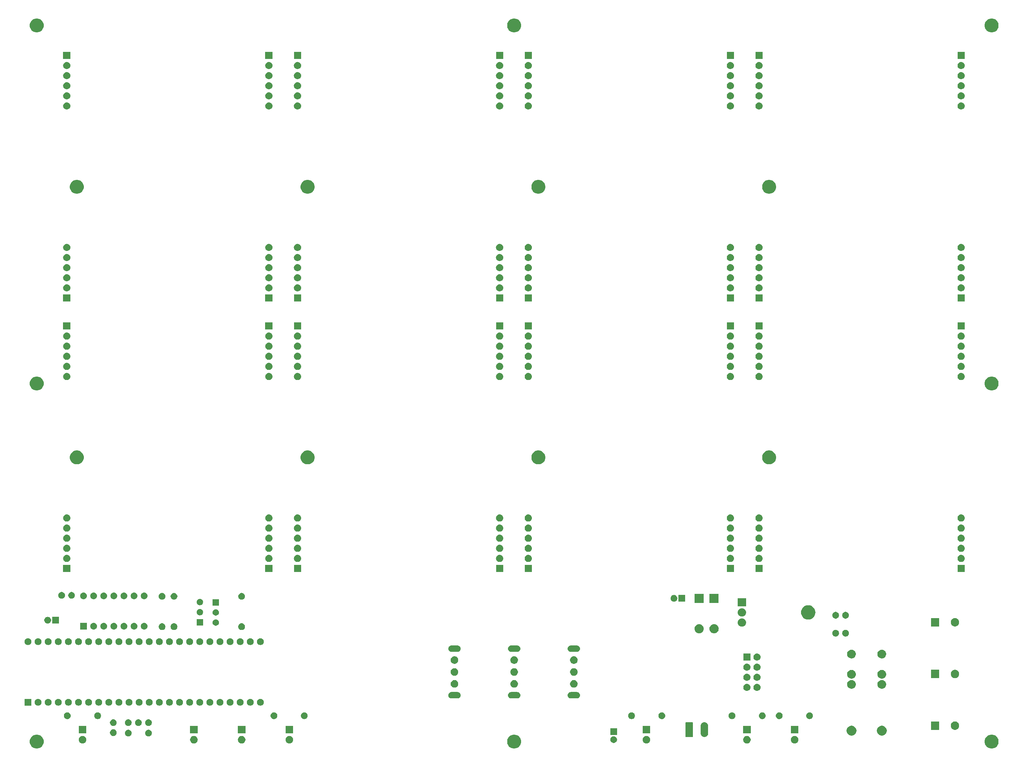
<source format=gbr>
G04 #@! TF.GenerationSoftware,KiCad,Pcbnew,(5.1.2-1)-1*
G04 #@! TF.CreationDate,2020-07-03T15:42:06-05:00*
G04 #@! TF.ProjectId,ShiftDriverMotherboard64,53686966-7444-4726-9976-65724d6f7468,rev?*
G04 #@! TF.SameCoordinates,Original*
G04 #@! TF.FileFunction,Soldermask,Top*
G04 #@! TF.FilePolarity,Negative*
%FSLAX46Y46*%
G04 Gerber Fmt 4.6, Leading zero omitted, Abs format (unit mm)*
G04 Created by KiCad (PCBNEW (5.1.2-1)-1) date 2020-07-03 15:42:06*
%MOMM*%
%LPD*%
G04 APERTURE LIST*
%ADD10C,0.100000*%
G04 APERTURE END LIST*
D10*
G36*
X255511213Y-193314751D02*
G01*
X255830166Y-193446865D01*
X256117216Y-193638666D01*
X256361334Y-193882784D01*
X256553135Y-194169834D01*
X256685249Y-194488787D01*
X256752600Y-194827383D01*
X256752600Y-195172617D01*
X256685249Y-195511213D01*
X256553135Y-195830166D01*
X256361334Y-196117216D01*
X256117216Y-196361334D01*
X255830166Y-196553135D01*
X255511213Y-196685249D01*
X255172617Y-196752600D01*
X254827383Y-196752600D01*
X254488787Y-196685249D01*
X254169834Y-196553135D01*
X253882784Y-196361334D01*
X253638666Y-196117216D01*
X253446865Y-195830166D01*
X253314751Y-195511213D01*
X253247400Y-195172617D01*
X253247400Y-194827383D01*
X253314751Y-194488787D01*
X253446865Y-194169834D01*
X253638666Y-193882784D01*
X253882784Y-193638666D01*
X254169834Y-193446865D01*
X254488787Y-193314751D01*
X254827383Y-193247400D01*
X255172617Y-193247400D01*
X255511213Y-193314751D01*
X255511213Y-193314751D01*
G37*
G36*
X135511213Y-193314751D02*
G01*
X135830166Y-193446865D01*
X136117216Y-193638666D01*
X136361334Y-193882784D01*
X136553135Y-194169834D01*
X136685249Y-194488787D01*
X136752600Y-194827383D01*
X136752600Y-195172617D01*
X136685249Y-195511213D01*
X136553135Y-195830166D01*
X136361334Y-196117216D01*
X136117216Y-196361334D01*
X135830166Y-196553135D01*
X135511213Y-196685249D01*
X135172617Y-196752600D01*
X134827383Y-196752600D01*
X134488787Y-196685249D01*
X134169834Y-196553135D01*
X133882784Y-196361334D01*
X133638666Y-196117216D01*
X133446865Y-195830166D01*
X133314751Y-195511213D01*
X133247400Y-195172617D01*
X133247400Y-194827383D01*
X133314751Y-194488787D01*
X133446865Y-194169834D01*
X133638666Y-193882784D01*
X133882784Y-193638666D01*
X134169834Y-193446865D01*
X134488787Y-193314751D01*
X134827383Y-193247400D01*
X135172617Y-193247400D01*
X135511213Y-193314751D01*
X135511213Y-193314751D01*
G37*
G36*
X15511213Y-193314751D02*
G01*
X15830166Y-193446865D01*
X16117216Y-193638666D01*
X16361334Y-193882784D01*
X16553135Y-194169834D01*
X16685249Y-194488787D01*
X16752600Y-194827383D01*
X16752600Y-195172617D01*
X16685249Y-195511213D01*
X16553135Y-195830166D01*
X16361334Y-196117216D01*
X16117216Y-196361334D01*
X15830166Y-196553135D01*
X15511213Y-196685249D01*
X15172617Y-196752600D01*
X14827383Y-196752600D01*
X14488787Y-196685249D01*
X14169834Y-196553135D01*
X13882784Y-196361334D01*
X13638666Y-196117216D01*
X13446865Y-195830166D01*
X13314751Y-195511213D01*
X13247400Y-195172617D01*
X13247400Y-194827383D01*
X13314751Y-194488787D01*
X13446865Y-194169834D01*
X13638666Y-193882784D01*
X13882784Y-193638666D01*
X14169834Y-193446865D01*
X14488787Y-193314751D01*
X14827383Y-193247400D01*
X15172617Y-193247400D01*
X15511213Y-193314751D01*
X15511213Y-193314751D01*
G37*
G36*
X78777395Y-193625546D02*
G01*
X78950466Y-193697234D01*
X78950467Y-193697235D01*
X79106227Y-193801310D01*
X79238690Y-193933773D01*
X79238691Y-193933775D01*
X79342766Y-194089534D01*
X79414454Y-194262605D01*
X79451000Y-194446333D01*
X79451000Y-194633667D01*
X79414454Y-194817395D01*
X79342766Y-194990466D01*
X79342765Y-194990467D01*
X79238690Y-195146227D01*
X79106227Y-195278690D01*
X79046954Y-195318295D01*
X78950466Y-195382766D01*
X78777395Y-195454454D01*
X78593667Y-195491000D01*
X78406333Y-195491000D01*
X78222605Y-195454454D01*
X78049534Y-195382766D01*
X77953046Y-195318295D01*
X77893773Y-195278690D01*
X77761310Y-195146227D01*
X77657235Y-194990467D01*
X77657234Y-194990466D01*
X77585546Y-194817395D01*
X77549000Y-194633667D01*
X77549000Y-194446333D01*
X77585546Y-194262605D01*
X77657234Y-194089534D01*
X77761309Y-193933775D01*
X77761310Y-193933773D01*
X77893773Y-193801310D01*
X78049533Y-193697235D01*
X78049534Y-193697234D01*
X78222605Y-193625546D01*
X78406333Y-193589000D01*
X78593667Y-193589000D01*
X78777395Y-193625546D01*
X78777395Y-193625546D01*
G37*
G36*
X66777395Y-193625546D02*
G01*
X66950466Y-193697234D01*
X66950467Y-193697235D01*
X67106227Y-193801310D01*
X67238690Y-193933773D01*
X67238691Y-193933775D01*
X67342766Y-194089534D01*
X67414454Y-194262605D01*
X67451000Y-194446333D01*
X67451000Y-194633667D01*
X67414454Y-194817395D01*
X67342766Y-194990466D01*
X67342765Y-194990467D01*
X67238690Y-195146227D01*
X67106227Y-195278690D01*
X67046954Y-195318295D01*
X66950466Y-195382766D01*
X66777395Y-195454454D01*
X66593667Y-195491000D01*
X66406333Y-195491000D01*
X66222605Y-195454454D01*
X66049534Y-195382766D01*
X65953046Y-195318295D01*
X65893773Y-195278690D01*
X65761310Y-195146227D01*
X65657235Y-194990467D01*
X65657234Y-194990466D01*
X65585546Y-194817395D01*
X65549000Y-194633667D01*
X65549000Y-194446333D01*
X65585546Y-194262605D01*
X65657234Y-194089534D01*
X65761309Y-193933775D01*
X65761310Y-193933773D01*
X65893773Y-193801310D01*
X66049533Y-193697235D01*
X66049534Y-193697234D01*
X66222605Y-193625546D01*
X66406333Y-193589000D01*
X66593667Y-193589000D01*
X66777395Y-193625546D01*
X66777395Y-193625546D01*
G37*
G36*
X54777395Y-193625546D02*
G01*
X54950466Y-193697234D01*
X54950467Y-193697235D01*
X55106227Y-193801310D01*
X55238690Y-193933773D01*
X55238691Y-193933775D01*
X55342766Y-194089534D01*
X55414454Y-194262605D01*
X55451000Y-194446333D01*
X55451000Y-194633667D01*
X55414454Y-194817395D01*
X55342766Y-194990466D01*
X55342765Y-194990467D01*
X55238690Y-195146227D01*
X55106227Y-195278690D01*
X55046954Y-195318295D01*
X54950466Y-195382766D01*
X54777395Y-195454454D01*
X54593667Y-195491000D01*
X54406333Y-195491000D01*
X54222605Y-195454454D01*
X54049534Y-195382766D01*
X53953046Y-195318295D01*
X53893773Y-195278690D01*
X53761310Y-195146227D01*
X53657235Y-194990467D01*
X53657234Y-194990466D01*
X53585546Y-194817395D01*
X53549000Y-194633667D01*
X53549000Y-194446333D01*
X53585546Y-194262605D01*
X53657234Y-194089534D01*
X53761309Y-193933775D01*
X53761310Y-193933773D01*
X53893773Y-193801310D01*
X54049533Y-193697235D01*
X54049534Y-193697234D01*
X54222605Y-193625546D01*
X54406333Y-193589000D01*
X54593667Y-193589000D01*
X54777395Y-193625546D01*
X54777395Y-193625546D01*
G37*
G36*
X26777395Y-193625546D02*
G01*
X26950466Y-193697234D01*
X26950467Y-193697235D01*
X27106227Y-193801310D01*
X27238690Y-193933773D01*
X27238691Y-193933775D01*
X27342766Y-194089534D01*
X27414454Y-194262605D01*
X27451000Y-194446333D01*
X27451000Y-194633667D01*
X27414454Y-194817395D01*
X27342766Y-194990466D01*
X27342765Y-194990467D01*
X27238690Y-195146227D01*
X27106227Y-195278690D01*
X27046954Y-195318295D01*
X26950466Y-195382766D01*
X26777395Y-195454454D01*
X26593667Y-195491000D01*
X26406333Y-195491000D01*
X26222605Y-195454454D01*
X26049534Y-195382766D01*
X25953046Y-195318295D01*
X25893773Y-195278690D01*
X25761310Y-195146227D01*
X25657235Y-194990467D01*
X25657234Y-194990466D01*
X25585546Y-194817395D01*
X25549000Y-194633667D01*
X25549000Y-194446333D01*
X25585546Y-194262605D01*
X25657234Y-194089534D01*
X25761309Y-193933775D01*
X25761310Y-193933773D01*
X25893773Y-193801310D01*
X26049533Y-193697235D01*
X26049534Y-193697234D01*
X26222605Y-193625546D01*
X26406333Y-193589000D01*
X26593667Y-193589000D01*
X26777395Y-193625546D01*
X26777395Y-193625546D01*
G37*
G36*
X168527395Y-193625546D02*
G01*
X168700466Y-193697234D01*
X168700467Y-193697235D01*
X168856227Y-193801310D01*
X168988690Y-193933773D01*
X168988691Y-193933775D01*
X169092766Y-194089534D01*
X169164454Y-194262605D01*
X169201000Y-194446333D01*
X169201000Y-194633667D01*
X169164454Y-194817395D01*
X169092766Y-194990466D01*
X169092765Y-194990467D01*
X168988690Y-195146227D01*
X168856227Y-195278690D01*
X168796954Y-195318295D01*
X168700466Y-195382766D01*
X168527395Y-195454454D01*
X168343667Y-195491000D01*
X168156333Y-195491000D01*
X167972605Y-195454454D01*
X167799534Y-195382766D01*
X167703046Y-195318295D01*
X167643773Y-195278690D01*
X167511310Y-195146227D01*
X167407235Y-194990467D01*
X167407234Y-194990466D01*
X167335546Y-194817395D01*
X167299000Y-194633667D01*
X167299000Y-194446333D01*
X167335546Y-194262605D01*
X167407234Y-194089534D01*
X167511309Y-193933775D01*
X167511310Y-193933773D01*
X167643773Y-193801310D01*
X167799533Y-193697235D01*
X167799534Y-193697234D01*
X167972605Y-193625546D01*
X168156333Y-193589000D01*
X168343667Y-193589000D01*
X168527395Y-193625546D01*
X168527395Y-193625546D01*
G37*
G36*
X205777395Y-193625546D02*
G01*
X205950466Y-193697234D01*
X205950467Y-193697235D01*
X206106227Y-193801310D01*
X206238690Y-193933773D01*
X206238691Y-193933775D01*
X206342766Y-194089534D01*
X206414454Y-194262605D01*
X206451000Y-194446333D01*
X206451000Y-194633667D01*
X206414454Y-194817395D01*
X206342766Y-194990466D01*
X206342765Y-194990467D01*
X206238690Y-195146227D01*
X206106227Y-195278690D01*
X206046954Y-195318295D01*
X205950466Y-195382766D01*
X205777395Y-195454454D01*
X205593667Y-195491000D01*
X205406333Y-195491000D01*
X205222605Y-195454454D01*
X205049534Y-195382766D01*
X204953046Y-195318295D01*
X204893773Y-195278690D01*
X204761310Y-195146227D01*
X204657235Y-194990467D01*
X204657234Y-194990466D01*
X204585546Y-194817395D01*
X204549000Y-194633667D01*
X204549000Y-194446333D01*
X204585546Y-194262605D01*
X204657234Y-194089534D01*
X204761309Y-193933775D01*
X204761310Y-193933773D01*
X204893773Y-193801310D01*
X205049533Y-193697235D01*
X205049534Y-193697234D01*
X205222605Y-193625546D01*
X205406333Y-193589000D01*
X205593667Y-193589000D01*
X205777395Y-193625546D01*
X205777395Y-193625546D01*
G37*
G36*
X193777395Y-193625546D02*
G01*
X193950466Y-193697234D01*
X193950467Y-193697235D01*
X194106227Y-193801310D01*
X194238690Y-193933773D01*
X194238691Y-193933775D01*
X194342766Y-194089534D01*
X194414454Y-194262605D01*
X194451000Y-194446333D01*
X194451000Y-194633667D01*
X194414454Y-194817395D01*
X194342766Y-194990466D01*
X194342765Y-194990467D01*
X194238690Y-195146227D01*
X194106227Y-195278690D01*
X194046954Y-195318295D01*
X193950466Y-195382766D01*
X193777395Y-195454454D01*
X193593667Y-195491000D01*
X193406333Y-195491000D01*
X193222605Y-195454454D01*
X193049534Y-195382766D01*
X192953046Y-195318295D01*
X192893773Y-195278690D01*
X192761310Y-195146227D01*
X192657235Y-194990467D01*
X192657234Y-194990466D01*
X192585546Y-194817395D01*
X192549000Y-194633667D01*
X192549000Y-194446333D01*
X192585546Y-194262605D01*
X192657234Y-194089534D01*
X192761309Y-193933775D01*
X192761310Y-193933773D01*
X192893773Y-193801310D01*
X193049533Y-193697235D01*
X193049534Y-193697234D01*
X193222605Y-193625546D01*
X193406333Y-193589000D01*
X193593667Y-193589000D01*
X193777395Y-193625546D01*
X193777395Y-193625546D01*
G37*
G36*
X160248228Y-193681703D02*
G01*
X160403100Y-193745853D01*
X160542481Y-193838985D01*
X160661015Y-193957519D01*
X160754147Y-194096900D01*
X160818297Y-194251772D01*
X160851000Y-194416184D01*
X160851000Y-194583816D01*
X160818297Y-194748228D01*
X160754147Y-194903100D01*
X160661015Y-195042481D01*
X160542481Y-195161015D01*
X160403100Y-195254147D01*
X160248228Y-195318297D01*
X160083816Y-195351000D01*
X159916184Y-195351000D01*
X159751772Y-195318297D01*
X159596900Y-195254147D01*
X159457519Y-195161015D01*
X159338985Y-195042481D01*
X159245853Y-194903100D01*
X159181703Y-194748228D01*
X159149000Y-194583816D01*
X159149000Y-194416184D01*
X159181703Y-194251772D01*
X159245853Y-194096900D01*
X159338985Y-193957519D01*
X159457519Y-193838985D01*
X159596900Y-193745853D01*
X159751772Y-193681703D01*
X159916184Y-193649000D01*
X160083816Y-193649000D01*
X160248228Y-193681703D01*
X160248228Y-193681703D01*
G37*
G36*
X182996424Y-190162760D02*
G01*
X182996427Y-190162761D01*
X182996428Y-190162761D01*
X183175692Y-190217140D01*
X183175695Y-190217142D01*
X183175696Y-190217142D01*
X183340903Y-190305446D01*
X183485712Y-190424288D01*
X183604554Y-190569097D01*
X183671014Y-190693436D01*
X183692860Y-190734307D01*
X183747239Y-190913571D01*
X183747240Y-190913575D01*
X183761000Y-191053282D01*
X183761000Y-192946718D01*
X183747240Y-193086425D01*
X183747239Y-193086428D01*
X183747239Y-193086429D01*
X183692860Y-193265693D01*
X183692858Y-193265696D01*
X183692858Y-193265697D01*
X183604554Y-193430903D01*
X183485712Y-193575712D01*
X183340903Y-193694554D01*
X183193425Y-193773382D01*
X183175693Y-193782860D01*
X182996429Y-193837239D01*
X182996428Y-193837239D01*
X182996425Y-193837240D01*
X182810000Y-193855601D01*
X182623576Y-193837240D01*
X182623573Y-193837239D01*
X182623572Y-193837239D01*
X182444308Y-193782860D01*
X182426576Y-193773382D01*
X182279098Y-193694554D01*
X182134289Y-193575712D01*
X182015447Y-193430903D01*
X181927143Y-193265697D01*
X181927143Y-193265696D01*
X181927141Y-193265693D01*
X181872762Y-193086429D01*
X181872762Y-193086428D01*
X181872761Y-193086425D01*
X181859000Y-192946717D01*
X181859000Y-191053283D01*
X181872760Y-190913576D01*
X181872761Y-190913572D01*
X181927140Y-190734308D01*
X181927143Y-190734303D01*
X182015446Y-190569097D01*
X182134288Y-190424288D01*
X182279097Y-190305446D01*
X182444303Y-190217142D01*
X182444304Y-190217142D01*
X182444307Y-190217140D01*
X182623571Y-190162761D01*
X182623572Y-190162761D01*
X182623575Y-190162760D01*
X182810000Y-190144399D01*
X182996424Y-190162760D01*
X182996424Y-190162760D01*
G37*
G36*
X179810915Y-190152934D02*
G01*
X179843424Y-190162795D01*
X179873382Y-190178809D01*
X179899641Y-190200359D01*
X179921191Y-190226618D01*
X179937205Y-190256576D01*
X179947066Y-190289085D01*
X179951000Y-190329029D01*
X179951000Y-193670971D01*
X179947066Y-193710915D01*
X179937205Y-193743424D01*
X179921191Y-193773382D01*
X179899641Y-193799641D01*
X179873382Y-193821191D01*
X179843424Y-193837205D01*
X179810915Y-193847066D01*
X179770971Y-193851000D01*
X178229029Y-193851000D01*
X178189085Y-193847066D01*
X178156576Y-193837205D01*
X178126618Y-193821191D01*
X178100359Y-193799641D01*
X178078809Y-193773382D01*
X178062795Y-193743424D01*
X178052934Y-193710915D01*
X178049000Y-193670971D01*
X178049000Y-190329029D01*
X178052934Y-190289085D01*
X178062795Y-190256576D01*
X178078809Y-190226618D01*
X178100359Y-190200359D01*
X178126618Y-190178809D01*
X178156576Y-190162795D01*
X178189085Y-190152934D01*
X178229029Y-190149000D01*
X179770971Y-190149000D01*
X179810915Y-190152934D01*
X179810915Y-190152934D01*
G37*
G36*
X43328228Y-192056703D02*
G01*
X43483100Y-192120853D01*
X43622481Y-192213985D01*
X43741015Y-192332519D01*
X43834147Y-192471900D01*
X43898297Y-192626772D01*
X43931000Y-192791184D01*
X43931000Y-192958816D01*
X43898297Y-193123228D01*
X43834147Y-193278100D01*
X43741015Y-193417481D01*
X43622481Y-193536015D01*
X43483100Y-193629147D01*
X43328228Y-193693297D01*
X43163816Y-193726000D01*
X42996184Y-193726000D01*
X42831772Y-193693297D01*
X42676900Y-193629147D01*
X42537519Y-193536015D01*
X42418985Y-193417481D01*
X42325853Y-193278100D01*
X42261703Y-193123228D01*
X42229000Y-192958816D01*
X42229000Y-192791184D01*
X42261703Y-192626772D01*
X42325853Y-192471900D01*
X42418985Y-192332519D01*
X42537519Y-192213985D01*
X42676900Y-192120853D01*
X42831772Y-192056703D01*
X42996184Y-192024000D01*
X43163816Y-192024000D01*
X43328228Y-192056703D01*
X43328228Y-192056703D01*
G37*
G36*
X38248228Y-192056703D02*
G01*
X38403100Y-192120853D01*
X38542481Y-192213985D01*
X38661015Y-192332519D01*
X38754147Y-192471900D01*
X38818297Y-192626772D01*
X38851000Y-192791184D01*
X38851000Y-192958816D01*
X38818297Y-193123228D01*
X38754147Y-193278100D01*
X38661015Y-193417481D01*
X38542481Y-193536015D01*
X38403100Y-193629147D01*
X38248228Y-193693297D01*
X38083816Y-193726000D01*
X37916184Y-193726000D01*
X37751772Y-193693297D01*
X37596900Y-193629147D01*
X37457519Y-193536015D01*
X37338985Y-193417481D01*
X37245853Y-193278100D01*
X37181703Y-193123228D01*
X37149000Y-192958816D01*
X37149000Y-192791184D01*
X37181703Y-192626772D01*
X37245853Y-192471900D01*
X37338985Y-192332519D01*
X37457519Y-192213985D01*
X37596900Y-192120853D01*
X37751772Y-192056703D01*
X37916184Y-192024000D01*
X38083816Y-192024000D01*
X38248228Y-192056703D01*
X38248228Y-192056703D01*
G37*
G36*
X34498228Y-191931703D02*
G01*
X34653100Y-191995853D01*
X34792481Y-192088985D01*
X34911015Y-192207519D01*
X35004147Y-192346900D01*
X35068297Y-192501772D01*
X35101000Y-192666184D01*
X35101000Y-192833816D01*
X35068297Y-192998228D01*
X35004147Y-193153100D01*
X34911015Y-193292481D01*
X34792481Y-193411015D01*
X34653100Y-193504147D01*
X34498228Y-193568297D01*
X34333816Y-193601000D01*
X34166184Y-193601000D01*
X34001772Y-193568297D01*
X33846900Y-193504147D01*
X33707519Y-193411015D01*
X33588985Y-193292481D01*
X33495853Y-193153100D01*
X33431703Y-192998228D01*
X33399000Y-192833816D01*
X33399000Y-192666184D01*
X33431703Y-192501772D01*
X33495853Y-192346900D01*
X33588985Y-192207519D01*
X33707519Y-192088985D01*
X33846900Y-191995853D01*
X34001772Y-191931703D01*
X34166184Y-191899000D01*
X34333816Y-191899000D01*
X34498228Y-191931703D01*
X34498228Y-191931703D01*
G37*
G36*
X220164903Y-191047075D02*
G01*
X220392571Y-191141378D01*
X220597466Y-191278285D01*
X220771715Y-191452534D01*
X220771716Y-191452536D01*
X220908623Y-191657431D01*
X221002925Y-191885097D01*
X221051000Y-192126786D01*
X221051000Y-192373214D01*
X221002925Y-192614903D01*
X220912249Y-192833816D01*
X220908622Y-192842571D01*
X220771715Y-193047466D01*
X220597466Y-193221715D01*
X220392571Y-193358622D01*
X220392570Y-193358623D01*
X220392569Y-193358623D01*
X220164903Y-193452925D01*
X219923214Y-193501000D01*
X219676786Y-193501000D01*
X219435097Y-193452925D01*
X219207431Y-193358623D01*
X219207430Y-193358623D01*
X219207429Y-193358622D01*
X219002534Y-193221715D01*
X218828285Y-193047466D01*
X218691378Y-192842571D01*
X218687752Y-192833816D01*
X218597075Y-192614903D01*
X218549000Y-192373214D01*
X218549000Y-192126786D01*
X218597075Y-191885097D01*
X218691377Y-191657431D01*
X218828284Y-191452536D01*
X218828285Y-191452534D01*
X219002534Y-191278285D01*
X219207429Y-191141378D01*
X219435097Y-191047075D01*
X219676786Y-190999000D01*
X219923214Y-190999000D01*
X220164903Y-191047075D01*
X220164903Y-191047075D01*
G37*
G36*
X227784903Y-191047075D02*
G01*
X228012571Y-191141378D01*
X228217466Y-191278285D01*
X228391715Y-191452534D01*
X228391716Y-191452536D01*
X228528623Y-191657431D01*
X228622925Y-191885097D01*
X228671000Y-192126786D01*
X228671000Y-192373214D01*
X228622925Y-192614903D01*
X228532249Y-192833816D01*
X228528622Y-192842571D01*
X228391715Y-193047466D01*
X228217466Y-193221715D01*
X228012571Y-193358622D01*
X228012570Y-193358623D01*
X228012569Y-193358623D01*
X227784903Y-193452925D01*
X227543214Y-193501000D01*
X227296786Y-193501000D01*
X227055097Y-193452925D01*
X226827431Y-193358623D01*
X226827430Y-193358623D01*
X226827429Y-193358622D01*
X226622534Y-193221715D01*
X226448285Y-193047466D01*
X226311378Y-192842571D01*
X226307752Y-192833816D01*
X226217075Y-192614903D01*
X226169000Y-192373214D01*
X226169000Y-192126786D01*
X226217075Y-191885097D01*
X226311377Y-191657431D01*
X226448284Y-191452536D01*
X226448285Y-191452534D01*
X226622534Y-191278285D01*
X226827429Y-191141378D01*
X227055097Y-191047075D01*
X227296786Y-190999000D01*
X227543214Y-190999000D01*
X227784903Y-191047075D01*
X227784903Y-191047075D01*
G37*
G36*
X160851000Y-193351000D02*
G01*
X159149000Y-193351000D01*
X159149000Y-191649000D01*
X160851000Y-191649000D01*
X160851000Y-193351000D01*
X160851000Y-193351000D01*
G37*
G36*
X194451000Y-192951000D02*
G01*
X192549000Y-192951000D01*
X192549000Y-191049000D01*
X194451000Y-191049000D01*
X194451000Y-192951000D01*
X194451000Y-192951000D01*
G37*
G36*
X79451000Y-192951000D02*
G01*
X77549000Y-192951000D01*
X77549000Y-191049000D01*
X79451000Y-191049000D01*
X79451000Y-192951000D01*
X79451000Y-192951000D01*
G37*
G36*
X169201000Y-192951000D02*
G01*
X167299000Y-192951000D01*
X167299000Y-191049000D01*
X169201000Y-191049000D01*
X169201000Y-192951000D01*
X169201000Y-192951000D01*
G37*
G36*
X206451000Y-192951000D02*
G01*
X204549000Y-192951000D01*
X204549000Y-191049000D01*
X206451000Y-191049000D01*
X206451000Y-192951000D01*
X206451000Y-192951000D01*
G37*
G36*
X27451000Y-192951000D02*
G01*
X25549000Y-192951000D01*
X25549000Y-191049000D01*
X27451000Y-191049000D01*
X27451000Y-192951000D01*
X27451000Y-192951000D01*
G37*
G36*
X55451000Y-192951000D02*
G01*
X53549000Y-192951000D01*
X53549000Y-191049000D01*
X55451000Y-191049000D01*
X55451000Y-192951000D01*
X55451000Y-192951000D01*
G37*
G36*
X67451000Y-192951000D02*
G01*
X65549000Y-192951000D01*
X65549000Y-191049000D01*
X67451000Y-191049000D01*
X67451000Y-192951000D01*
X67451000Y-192951000D01*
G37*
G36*
X241851000Y-192051000D02*
G01*
X239749000Y-192051000D01*
X239749000Y-189949000D01*
X241851000Y-189949000D01*
X241851000Y-192051000D01*
X241851000Y-192051000D01*
G37*
G36*
X246106564Y-189989389D02*
G01*
X246297833Y-190068615D01*
X246297835Y-190068616D01*
X246411252Y-190144399D01*
X246469973Y-190183635D01*
X246616365Y-190330027D01*
X246731385Y-190502167D01*
X246810611Y-190693436D01*
X246851000Y-190896484D01*
X246851000Y-191103516D01*
X246810611Y-191306564D01*
X246731385Y-191497833D01*
X246731384Y-191497835D01*
X246616365Y-191669973D01*
X246469973Y-191816365D01*
X246297835Y-191931384D01*
X246297834Y-191931385D01*
X246297833Y-191931385D01*
X246106564Y-192010611D01*
X245903516Y-192051000D01*
X245696484Y-192051000D01*
X245493436Y-192010611D01*
X245302167Y-191931385D01*
X245302166Y-191931385D01*
X245302165Y-191931384D01*
X245130027Y-191816365D01*
X244983635Y-191669973D01*
X244868616Y-191497835D01*
X244868615Y-191497833D01*
X244789389Y-191306564D01*
X244749000Y-191103516D01*
X244749000Y-190896484D01*
X244789389Y-190693436D01*
X244868615Y-190502167D01*
X244983635Y-190330027D01*
X245130027Y-190183635D01*
X245188748Y-190144399D01*
X245302165Y-190068616D01*
X245302167Y-190068615D01*
X245493436Y-189989389D01*
X245696484Y-189949000D01*
X245903516Y-189949000D01*
X246106564Y-189989389D01*
X246106564Y-189989389D01*
G37*
G36*
X34498228Y-189431703D02*
G01*
X34653100Y-189495853D01*
X34792481Y-189588985D01*
X34911015Y-189707519D01*
X35004147Y-189846900D01*
X35068297Y-190001772D01*
X35101000Y-190166184D01*
X35101000Y-190333816D01*
X35068297Y-190498228D01*
X35004147Y-190653100D01*
X34911015Y-190792481D01*
X34792481Y-190911015D01*
X34653100Y-191004147D01*
X34498228Y-191068297D01*
X34333816Y-191101000D01*
X34166184Y-191101000D01*
X34001772Y-191068297D01*
X33846900Y-191004147D01*
X33707519Y-190911015D01*
X33588985Y-190792481D01*
X33495853Y-190653100D01*
X33431703Y-190498228D01*
X33399000Y-190333816D01*
X33399000Y-190166184D01*
X33431703Y-190001772D01*
X33495853Y-189846900D01*
X33588985Y-189707519D01*
X33707519Y-189588985D01*
X33846900Y-189495853D01*
X34001772Y-189431703D01*
X34166184Y-189399000D01*
X34333816Y-189399000D01*
X34498228Y-189431703D01*
X34498228Y-189431703D01*
G37*
G36*
X38248228Y-189431703D02*
G01*
X38403100Y-189495853D01*
X38542481Y-189588985D01*
X38661015Y-189707519D01*
X38754147Y-189846900D01*
X38818297Y-190001772D01*
X38851000Y-190166184D01*
X38851000Y-190333816D01*
X38818297Y-190498228D01*
X38754147Y-190653100D01*
X38661015Y-190792481D01*
X38542481Y-190911015D01*
X38403100Y-191004147D01*
X38248228Y-191068297D01*
X38083816Y-191101000D01*
X37916184Y-191101000D01*
X37751772Y-191068297D01*
X37596900Y-191004147D01*
X37457519Y-190911015D01*
X37338985Y-190792481D01*
X37245853Y-190653100D01*
X37181703Y-190498228D01*
X37149000Y-190333816D01*
X37149000Y-190166184D01*
X37181703Y-190001772D01*
X37245853Y-189846900D01*
X37338985Y-189707519D01*
X37457519Y-189588985D01*
X37596900Y-189495853D01*
X37751772Y-189431703D01*
X37916184Y-189399000D01*
X38083816Y-189399000D01*
X38248228Y-189431703D01*
X38248228Y-189431703D01*
G37*
G36*
X40788228Y-189431703D02*
G01*
X40943100Y-189495853D01*
X41082481Y-189588985D01*
X41201015Y-189707519D01*
X41294147Y-189846900D01*
X41358297Y-190001772D01*
X41391000Y-190166184D01*
X41391000Y-190333816D01*
X41358297Y-190498228D01*
X41294147Y-190653100D01*
X41201015Y-190792481D01*
X41082481Y-190911015D01*
X40943100Y-191004147D01*
X40788228Y-191068297D01*
X40623816Y-191101000D01*
X40456184Y-191101000D01*
X40291772Y-191068297D01*
X40136900Y-191004147D01*
X39997519Y-190911015D01*
X39878985Y-190792481D01*
X39785853Y-190653100D01*
X39721703Y-190498228D01*
X39689000Y-190333816D01*
X39689000Y-190166184D01*
X39721703Y-190001772D01*
X39785853Y-189846900D01*
X39878985Y-189707519D01*
X39997519Y-189588985D01*
X40136900Y-189495853D01*
X40291772Y-189431703D01*
X40456184Y-189399000D01*
X40623816Y-189399000D01*
X40788228Y-189431703D01*
X40788228Y-189431703D01*
G37*
G36*
X43328228Y-189431703D02*
G01*
X43483100Y-189495853D01*
X43622481Y-189588985D01*
X43741015Y-189707519D01*
X43834147Y-189846900D01*
X43898297Y-190001772D01*
X43931000Y-190166184D01*
X43931000Y-190333816D01*
X43898297Y-190498228D01*
X43834147Y-190653100D01*
X43741015Y-190792481D01*
X43622481Y-190911015D01*
X43483100Y-191004147D01*
X43328228Y-191068297D01*
X43163816Y-191101000D01*
X42996184Y-191101000D01*
X42831772Y-191068297D01*
X42676900Y-191004147D01*
X42537519Y-190911015D01*
X42418985Y-190792481D01*
X42325853Y-190653100D01*
X42261703Y-190498228D01*
X42229000Y-190333816D01*
X42229000Y-190166184D01*
X42261703Y-190001772D01*
X42325853Y-189846900D01*
X42418985Y-189707519D01*
X42537519Y-189588985D01*
X42676900Y-189495853D01*
X42831772Y-189431703D01*
X42996184Y-189399000D01*
X43163816Y-189399000D01*
X43328228Y-189431703D01*
X43328228Y-189431703D01*
G37*
G36*
X22846823Y-187661313D02*
G01*
X23007242Y-187709976D01*
X23074361Y-187745852D01*
X23155078Y-187788996D01*
X23284659Y-187895341D01*
X23391004Y-188024922D01*
X23391005Y-188024924D01*
X23470024Y-188172758D01*
X23518687Y-188333177D01*
X23535117Y-188500000D01*
X23518687Y-188666823D01*
X23470024Y-188827242D01*
X23429477Y-188903100D01*
X23391004Y-188975078D01*
X23284659Y-189104659D01*
X23155078Y-189211004D01*
X23155076Y-189211005D01*
X23007242Y-189290024D01*
X22846823Y-189338687D01*
X22721804Y-189351000D01*
X22638196Y-189351000D01*
X22513177Y-189338687D01*
X22352758Y-189290024D01*
X22204924Y-189211005D01*
X22204922Y-189211004D01*
X22075341Y-189104659D01*
X21968996Y-188975078D01*
X21930523Y-188903100D01*
X21889976Y-188827242D01*
X21841313Y-188666823D01*
X21824883Y-188500000D01*
X21841313Y-188333177D01*
X21889976Y-188172758D01*
X21968995Y-188024924D01*
X21968996Y-188024922D01*
X22075341Y-187895341D01*
X22204922Y-187788996D01*
X22285639Y-187745852D01*
X22352758Y-187709976D01*
X22513177Y-187661313D01*
X22638196Y-187649000D01*
X22721804Y-187649000D01*
X22846823Y-187661313D01*
X22846823Y-187661313D01*
G37*
G36*
X30548228Y-187681703D02*
G01*
X30703100Y-187745853D01*
X30842481Y-187838985D01*
X30961015Y-187957519D01*
X31054147Y-188096900D01*
X31118297Y-188251772D01*
X31151000Y-188416184D01*
X31151000Y-188583816D01*
X31118297Y-188748228D01*
X31054147Y-188903100D01*
X30961015Y-189042481D01*
X30842481Y-189161015D01*
X30703100Y-189254147D01*
X30548228Y-189318297D01*
X30383816Y-189351000D01*
X30216184Y-189351000D01*
X30051772Y-189318297D01*
X29896900Y-189254147D01*
X29757519Y-189161015D01*
X29638985Y-189042481D01*
X29545853Y-188903100D01*
X29481703Y-188748228D01*
X29449000Y-188583816D01*
X29449000Y-188416184D01*
X29481703Y-188251772D01*
X29545853Y-188096900D01*
X29638985Y-187957519D01*
X29757519Y-187838985D01*
X29896900Y-187745853D01*
X30051772Y-187681703D01*
X30216184Y-187649000D01*
X30383816Y-187649000D01*
X30548228Y-187681703D01*
X30548228Y-187681703D01*
G37*
G36*
X164748228Y-187681703D02*
G01*
X164903100Y-187745853D01*
X165042481Y-187838985D01*
X165161015Y-187957519D01*
X165254147Y-188096900D01*
X165318297Y-188251772D01*
X165351000Y-188416184D01*
X165351000Y-188583816D01*
X165318297Y-188748228D01*
X165254147Y-188903100D01*
X165161015Y-189042481D01*
X165042481Y-189161015D01*
X164903100Y-189254147D01*
X164748228Y-189318297D01*
X164583816Y-189351000D01*
X164416184Y-189351000D01*
X164251772Y-189318297D01*
X164096900Y-189254147D01*
X163957519Y-189161015D01*
X163838985Y-189042481D01*
X163745853Y-188903100D01*
X163681703Y-188748228D01*
X163649000Y-188583816D01*
X163649000Y-188416184D01*
X163681703Y-188251772D01*
X163745853Y-188096900D01*
X163838985Y-187957519D01*
X163957519Y-187838985D01*
X164096900Y-187745853D01*
X164251772Y-187681703D01*
X164416184Y-187649000D01*
X164583816Y-187649000D01*
X164748228Y-187681703D01*
X164748228Y-187681703D01*
G37*
G36*
X172286823Y-187661313D02*
G01*
X172447242Y-187709976D01*
X172514361Y-187745852D01*
X172595078Y-187788996D01*
X172724659Y-187895341D01*
X172831004Y-188024922D01*
X172831005Y-188024924D01*
X172910024Y-188172758D01*
X172958687Y-188333177D01*
X172975117Y-188500000D01*
X172958687Y-188666823D01*
X172910024Y-188827242D01*
X172869477Y-188903100D01*
X172831004Y-188975078D01*
X172724659Y-189104659D01*
X172595078Y-189211004D01*
X172595076Y-189211005D01*
X172447242Y-189290024D01*
X172286823Y-189338687D01*
X172161804Y-189351000D01*
X172078196Y-189351000D01*
X171953177Y-189338687D01*
X171792758Y-189290024D01*
X171644924Y-189211005D01*
X171644922Y-189211004D01*
X171515341Y-189104659D01*
X171408996Y-188975078D01*
X171370523Y-188903100D01*
X171329976Y-188827242D01*
X171281313Y-188666823D01*
X171264883Y-188500000D01*
X171281313Y-188333177D01*
X171329976Y-188172758D01*
X171408995Y-188024924D01*
X171408996Y-188024922D01*
X171515341Y-187895341D01*
X171644922Y-187788996D01*
X171725639Y-187745852D01*
X171792758Y-187709976D01*
X171953177Y-187661313D01*
X172078196Y-187649000D01*
X172161804Y-187649000D01*
X172286823Y-187661313D01*
X172286823Y-187661313D01*
G37*
G36*
X209498228Y-187681703D02*
G01*
X209653100Y-187745853D01*
X209792481Y-187838985D01*
X209911015Y-187957519D01*
X210004147Y-188096900D01*
X210068297Y-188251772D01*
X210101000Y-188416184D01*
X210101000Y-188583816D01*
X210068297Y-188748228D01*
X210004147Y-188903100D01*
X209911015Y-189042481D01*
X209792481Y-189161015D01*
X209653100Y-189254147D01*
X209498228Y-189318297D01*
X209333816Y-189351000D01*
X209166184Y-189351000D01*
X209001772Y-189318297D01*
X208846900Y-189254147D01*
X208707519Y-189161015D01*
X208588985Y-189042481D01*
X208495853Y-188903100D01*
X208431703Y-188748228D01*
X208399000Y-188583816D01*
X208399000Y-188416184D01*
X208431703Y-188251772D01*
X208495853Y-188096900D01*
X208588985Y-187957519D01*
X208707519Y-187838985D01*
X208846900Y-187745853D01*
X209001772Y-187681703D01*
X209166184Y-187649000D01*
X209333816Y-187649000D01*
X209498228Y-187681703D01*
X209498228Y-187681703D01*
G37*
G36*
X201796823Y-187661313D02*
G01*
X201957242Y-187709976D01*
X202024361Y-187745852D01*
X202105078Y-187788996D01*
X202234659Y-187895341D01*
X202341004Y-188024922D01*
X202341005Y-188024924D01*
X202420024Y-188172758D01*
X202468687Y-188333177D01*
X202485117Y-188500000D01*
X202468687Y-188666823D01*
X202420024Y-188827242D01*
X202379477Y-188903100D01*
X202341004Y-188975078D01*
X202234659Y-189104659D01*
X202105078Y-189211004D01*
X202105076Y-189211005D01*
X201957242Y-189290024D01*
X201796823Y-189338687D01*
X201671804Y-189351000D01*
X201588196Y-189351000D01*
X201463177Y-189338687D01*
X201302758Y-189290024D01*
X201154924Y-189211005D01*
X201154922Y-189211004D01*
X201025341Y-189104659D01*
X200918996Y-188975078D01*
X200880523Y-188903100D01*
X200839976Y-188827242D01*
X200791313Y-188666823D01*
X200774883Y-188500000D01*
X200791313Y-188333177D01*
X200839976Y-188172758D01*
X200918995Y-188024924D01*
X200918996Y-188024922D01*
X201025341Y-187895341D01*
X201154922Y-187788996D01*
X201235639Y-187745852D01*
X201302758Y-187709976D01*
X201463177Y-187661313D01*
X201588196Y-187649000D01*
X201671804Y-187649000D01*
X201796823Y-187661313D01*
X201796823Y-187661313D01*
G37*
G36*
X74796823Y-187661313D02*
G01*
X74957242Y-187709976D01*
X75024361Y-187745852D01*
X75105078Y-187788996D01*
X75234659Y-187895341D01*
X75341004Y-188024922D01*
X75341005Y-188024924D01*
X75420024Y-188172758D01*
X75468687Y-188333177D01*
X75485117Y-188500000D01*
X75468687Y-188666823D01*
X75420024Y-188827242D01*
X75379477Y-188903100D01*
X75341004Y-188975078D01*
X75234659Y-189104659D01*
X75105078Y-189211004D01*
X75105076Y-189211005D01*
X74957242Y-189290024D01*
X74796823Y-189338687D01*
X74671804Y-189351000D01*
X74588196Y-189351000D01*
X74463177Y-189338687D01*
X74302758Y-189290024D01*
X74154924Y-189211005D01*
X74154922Y-189211004D01*
X74025341Y-189104659D01*
X73918996Y-188975078D01*
X73880523Y-188903100D01*
X73839976Y-188827242D01*
X73791313Y-188666823D01*
X73774883Y-188500000D01*
X73791313Y-188333177D01*
X73839976Y-188172758D01*
X73918995Y-188024924D01*
X73918996Y-188024922D01*
X74025341Y-187895341D01*
X74154922Y-187788996D01*
X74235639Y-187745852D01*
X74302758Y-187709976D01*
X74463177Y-187661313D01*
X74588196Y-187649000D01*
X74671804Y-187649000D01*
X74796823Y-187661313D01*
X74796823Y-187661313D01*
G37*
G36*
X82498228Y-187681703D02*
G01*
X82653100Y-187745853D01*
X82792481Y-187838985D01*
X82911015Y-187957519D01*
X83004147Y-188096900D01*
X83068297Y-188251772D01*
X83101000Y-188416184D01*
X83101000Y-188583816D01*
X83068297Y-188748228D01*
X83004147Y-188903100D01*
X82911015Y-189042481D01*
X82792481Y-189161015D01*
X82653100Y-189254147D01*
X82498228Y-189318297D01*
X82333816Y-189351000D01*
X82166184Y-189351000D01*
X82001772Y-189318297D01*
X81846900Y-189254147D01*
X81707519Y-189161015D01*
X81588985Y-189042481D01*
X81495853Y-188903100D01*
X81431703Y-188748228D01*
X81399000Y-188583816D01*
X81399000Y-188416184D01*
X81431703Y-188251772D01*
X81495853Y-188096900D01*
X81588985Y-187957519D01*
X81707519Y-187838985D01*
X81846900Y-187745853D01*
X82001772Y-187681703D01*
X82166184Y-187649000D01*
X82333816Y-187649000D01*
X82498228Y-187681703D01*
X82498228Y-187681703D01*
G37*
G36*
X189998228Y-187681703D02*
G01*
X190153100Y-187745853D01*
X190292481Y-187838985D01*
X190411015Y-187957519D01*
X190504147Y-188096900D01*
X190568297Y-188251772D01*
X190601000Y-188416184D01*
X190601000Y-188583816D01*
X190568297Y-188748228D01*
X190504147Y-188903100D01*
X190411015Y-189042481D01*
X190292481Y-189161015D01*
X190153100Y-189254147D01*
X189998228Y-189318297D01*
X189833816Y-189351000D01*
X189666184Y-189351000D01*
X189501772Y-189318297D01*
X189346900Y-189254147D01*
X189207519Y-189161015D01*
X189088985Y-189042481D01*
X188995853Y-188903100D01*
X188931703Y-188748228D01*
X188899000Y-188583816D01*
X188899000Y-188416184D01*
X188931703Y-188251772D01*
X188995853Y-188096900D01*
X189088985Y-187957519D01*
X189207519Y-187838985D01*
X189346900Y-187745853D01*
X189501772Y-187681703D01*
X189666184Y-187649000D01*
X189833816Y-187649000D01*
X189998228Y-187681703D01*
X189998228Y-187681703D01*
G37*
G36*
X197536823Y-187661313D02*
G01*
X197697242Y-187709976D01*
X197764361Y-187745852D01*
X197845078Y-187788996D01*
X197974659Y-187895341D01*
X198081004Y-188024922D01*
X198081005Y-188024924D01*
X198160024Y-188172758D01*
X198208687Y-188333177D01*
X198225117Y-188500000D01*
X198208687Y-188666823D01*
X198160024Y-188827242D01*
X198119477Y-188903100D01*
X198081004Y-188975078D01*
X197974659Y-189104659D01*
X197845078Y-189211004D01*
X197845076Y-189211005D01*
X197697242Y-189290024D01*
X197536823Y-189338687D01*
X197411804Y-189351000D01*
X197328196Y-189351000D01*
X197203177Y-189338687D01*
X197042758Y-189290024D01*
X196894924Y-189211005D01*
X196894922Y-189211004D01*
X196765341Y-189104659D01*
X196658996Y-188975078D01*
X196620523Y-188903100D01*
X196579976Y-188827242D01*
X196531313Y-188666823D01*
X196514883Y-188500000D01*
X196531313Y-188333177D01*
X196579976Y-188172758D01*
X196658995Y-188024924D01*
X196658996Y-188024922D01*
X196765341Y-187895341D01*
X196894922Y-187788996D01*
X196975639Y-187745852D01*
X197042758Y-187709976D01*
X197203177Y-187661313D01*
X197328196Y-187649000D01*
X197411804Y-187649000D01*
X197536823Y-187661313D01*
X197536823Y-187661313D01*
G37*
G36*
X58758228Y-184301703D02*
G01*
X58913100Y-184365853D01*
X59052481Y-184458985D01*
X59171015Y-184577519D01*
X59264147Y-184716900D01*
X59328297Y-184871772D01*
X59361000Y-185036184D01*
X59361000Y-185203816D01*
X59328297Y-185368228D01*
X59264147Y-185523100D01*
X59171015Y-185662481D01*
X59052481Y-185781015D01*
X58913100Y-185874147D01*
X58758228Y-185938297D01*
X58593816Y-185971000D01*
X58426184Y-185971000D01*
X58261772Y-185938297D01*
X58106900Y-185874147D01*
X57967519Y-185781015D01*
X57848985Y-185662481D01*
X57755853Y-185523100D01*
X57691703Y-185368228D01*
X57659000Y-185203816D01*
X57659000Y-185036184D01*
X57691703Y-184871772D01*
X57755853Y-184716900D01*
X57848985Y-184577519D01*
X57967519Y-184458985D01*
X58106900Y-184365853D01*
X58261772Y-184301703D01*
X58426184Y-184269000D01*
X58593816Y-184269000D01*
X58758228Y-184301703D01*
X58758228Y-184301703D01*
G37*
G36*
X20658228Y-184301703D02*
G01*
X20813100Y-184365853D01*
X20952481Y-184458985D01*
X21071015Y-184577519D01*
X21164147Y-184716900D01*
X21228297Y-184871772D01*
X21261000Y-185036184D01*
X21261000Y-185203816D01*
X21228297Y-185368228D01*
X21164147Y-185523100D01*
X21071015Y-185662481D01*
X20952481Y-185781015D01*
X20813100Y-185874147D01*
X20658228Y-185938297D01*
X20493816Y-185971000D01*
X20326184Y-185971000D01*
X20161772Y-185938297D01*
X20006900Y-185874147D01*
X19867519Y-185781015D01*
X19748985Y-185662481D01*
X19655853Y-185523100D01*
X19591703Y-185368228D01*
X19559000Y-185203816D01*
X19559000Y-185036184D01*
X19591703Y-184871772D01*
X19655853Y-184716900D01*
X19748985Y-184577519D01*
X19867519Y-184458985D01*
X20006900Y-184365853D01*
X20161772Y-184301703D01*
X20326184Y-184269000D01*
X20493816Y-184269000D01*
X20658228Y-184301703D01*
X20658228Y-184301703D01*
G37*
G36*
X71458228Y-184301703D02*
G01*
X71613100Y-184365853D01*
X71752481Y-184458985D01*
X71871015Y-184577519D01*
X71964147Y-184716900D01*
X72028297Y-184871772D01*
X72061000Y-185036184D01*
X72061000Y-185203816D01*
X72028297Y-185368228D01*
X71964147Y-185523100D01*
X71871015Y-185662481D01*
X71752481Y-185781015D01*
X71613100Y-185874147D01*
X71458228Y-185938297D01*
X71293816Y-185971000D01*
X71126184Y-185971000D01*
X70961772Y-185938297D01*
X70806900Y-185874147D01*
X70667519Y-185781015D01*
X70548985Y-185662481D01*
X70455853Y-185523100D01*
X70391703Y-185368228D01*
X70359000Y-185203816D01*
X70359000Y-185036184D01*
X70391703Y-184871772D01*
X70455853Y-184716900D01*
X70548985Y-184577519D01*
X70667519Y-184458985D01*
X70806900Y-184365853D01*
X70961772Y-184301703D01*
X71126184Y-184269000D01*
X71293816Y-184269000D01*
X71458228Y-184301703D01*
X71458228Y-184301703D01*
G37*
G36*
X68918228Y-184301703D02*
G01*
X69073100Y-184365853D01*
X69212481Y-184458985D01*
X69331015Y-184577519D01*
X69424147Y-184716900D01*
X69488297Y-184871772D01*
X69521000Y-185036184D01*
X69521000Y-185203816D01*
X69488297Y-185368228D01*
X69424147Y-185523100D01*
X69331015Y-185662481D01*
X69212481Y-185781015D01*
X69073100Y-185874147D01*
X68918228Y-185938297D01*
X68753816Y-185971000D01*
X68586184Y-185971000D01*
X68421772Y-185938297D01*
X68266900Y-185874147D01*
X68127519Y-185781015D01*
X68008985Y-185662481D01*
X67915853Y-185523100D01*
X67851703Y-185368228D01*
X67819000Y-185203816D01*
X67819000Y-185036184D01*
X67851703Y-184871772D01*
X67915853Y-184716900D01*
X68008985Y-184577519D01*
X68127519Y-184458985D01*
X68266900Y-184365853D01*
X68421772Y-184301703D01*
X68586184Y-184269000D01*
X68753816Y-184269000D01*
X68918228Y-184301703D01*
X68918228Y-184301703D01*
G37*
G36*
X66378228Y-184301703D02*
G01*
X66533100Y-184365853D01*
X66672481Y-184458985D01*
X66791015Y-184577519D01*
X66884147Y-184716900D01*
X66948297Y-184871772D01*
X66981000Y-185036184D01*
X66981000Y-185203816D01*
X66948297Y-185368228D01*
X66884147Y-185523100D01*
X66791015Y-185662481D01*
X66672481Y-185781015D01*
X66533100Y-185874147D01*
X66378228Y-185938297D01*
X66213816Y-185971000D01*
X66046184Y-185971000D01*
X65881772Y-185938297D01*
X65726900Y-185874147D01*
X65587519Y-185781015D01*
X65468985Y-185662481D01*
X65375853Y-185523100D01*
X65311703Y-185368228D01*
X65279000Y-185203816D01*
X65279000Y-185036184D01*
X65311703Y-184871772D01*
X65375853Y-184716900D01*
X65468985Y-184577519D01*
X65587519Y-184458985D01*
X65726900Y-184365853D01*
X65881772Y-184301703D01*
X66046184Y-184269000D01*
X66213816Y-184269000D01*
X66378228Y-184301703D01*
X66378228Y-184301703D01*
G37*
G36*
X63838228Y-184301703D02*
G01*
X63993100Y-184365853D01*
X64132481Y-184458985D01*
X64251015Y-184577519D01*
X64344147Y-184716900D01*
X64408297Y-184871772D01*
X64441000Y-185036184D01*
X64441000Y-185203816D01*
X64408297Y-185368228D01*
X64344147Y-185523100D01*
X64251015Y-185662481D01*
X64132481Y-185781015D01*
X63993100Y-185874147D01*
X63838228Y-185938297D01*
X63673816Y-185971000D01*
X63506184Y-185971000D01*
X63341772Y-185938297D01*
X63186900Y-185874147D01*
X63047519Y-185781015D01*
X62928985Y-185662481D01*
X62835853Y-185523100D01*
X62771703Y-185368228D01*
X62739000Y-185203816D01*
X62739000Y-185036184D01*
X62771703Y-184871772D01*
X62835853Y-184716900D01*
X62928985Y-184577519D01*
X63047519Y-184458985D01*
X63186900Y-184365853D01*
X63341772Y-184301703D01*
X63506184Y-184269000D01*
X63673816Y-184269000D01*
X63838228Y-184301703D01*
X63838228Y-184301703D01*
G37*
G36*
X61298228Y-184301703D02*
G01*
X61453100Y-184365853D01*
X61592481Y-184458985D01*
X61711015Y-184577519D01*
X61804147Y-184716900D01*
X61868297Y-184871772D01*
X61901000Y-185036184D01*
X61901000Y-185203816D01*
X61868297Y-185368228D01*
X61804147Y-185523100D01*
X61711015Y-185662481D01*
X61592481Y-185781015D01*
X61453100Y-185874147D01*
X61298228Y-185938297D01*
X61133816Y-185971000D01*
X60966184Y-185971000D01*
X60801772Y-185938297D01*
X60646900Y-185874147D01*
X60507519Y-185781015D01*
X60388985Y-185662481D01*
X60295853Y-185523100D01*
X60231703Y-185368228D01*
X60199000Y-185203816D01*
X60199000Y-185036184D01*
X60231703Y-184871772D01*
X60295853Y-184716900D01*
X60388985Y-184577519D01*
X60507519Y-184458985D01*
X60646900Y-184365853D01*
X60801772Y-184301703D01*
X60966184Y-184269000D01*
X61133816Y-184269000D01*
X61298228Y-184301703D01*
X61298228Y-184301703D01*
G37*
G36*
X53678228Y-184301703D02*
G01*
X53833100Y-184365853D01*
X53972481Y-184458985D01*
X54091015Y-184577519D01*
X54184147Y-184716900D01*
X54248297Y-184871772D01*
X54281000Y-185036184D01*
X54281000Y-185203816D01*
X54248297Y-185368228D01*
X54184147Y-185523100D01*
X54091015Y-185662481D01*
X53972481Y-185781015D01*
X53833100Y-185874147D01*
X53678228Y-185938297D01*
X53513816Y-185971000D01*
X53346184Y-185971000D01*
X53181772Y-185938297D01*
X53026900Y-185874147D01*
X52887519Y-185781015D01*
X52768985Y-185662481D01*
X52675853Y-185523100D01*
X52611703Y-185368228D01*
X52579000Y-185203816D01*
X52579000Y-185036184D01*
X52611703Y-184871772D01*
X52675853Y-184716900D01*
X52768985Y-184577519D01*
X52887519Y-184458985D01*
X53026900Y-184365853D01*
X53181772Y-184301703D01*
X53346184Y-184269000D01*
X53513816Y-184269000D01*
X53678228Y-184301703D01*
X53678228Y-184301703D01*
G37*
G36*
X56218228Y-184301703D02*
G01*
X56373100Y-184365853D01*
X56512481Y-184458985D01*
X56631015Y-184577519D01*
X56724147Y-184716900D01*
X56788297Y-184871772D01*
X56821000Y-185036184D01*
X56821000Y-185203816D01*
X56788297Y-185368228D01*
X56724147Y-185523100D01*
X56631015Y-185662481D01*
X56512481Y-185781015D01*
X56373100Y-185874147D01*
X56218228Y-185938297D01*
X56053816Y-185971000D01*
X55886184Y-185971000D01*
X55721772Y-185938297D01*
X55566900Y-185874147D01*
X55427519Y-185781015D01*
X55308985Y-185662481D01*
X55215853Y-185523100D01*
X55151703Y-185368228D01*
X55119000Y-185203816D01*
X55119000Y-185036184D01*
X55151703Y-184871772D01*
X55215853Y-184716900D01*
X55308985Y-184577519D01*
X55427519Y-184458985D01*
X55566900Y-184365853D01*
X55721772Y-184301703D01*
X55886184Y-184269000D01*
X56053816Y-184269000D01*
X56218228Y-184301703D01*
X56218228Y-184301703D01*
G37*
G36*
X51138228Y-184301703D02*
G01*
X51293100Y-184365853D01*
X51432481Y-184458985D01*
X51551015Y-184577519D01*
X51644147Y-184716900D01*
X51708297Y-184871772D01*
X51741000Y-185036184D01*
X51741000Y-185203816D01*
X51708297Y-185368228D01*
X51644147Y-185523100D01*
X51551015Y-185662481D01*
X51432481Y-185781015D01*
X51293100Y-185874147D01*
X51138228Y-185938297D01*
X50973816Y-185971000D01*
X50806184Y-185971000D01*
X50641772Y-185938297D01*
X50486900Y-185874147D01*
X50347519Y-185781015D01*
X50228985Y-185662481D01*
X50135853Y-185523100D01*
X50071703Y-185368228D01*
X50039000Y-185203816D01*
X50039000Y-185036184D01*
X50071703Y-184871772D01*
X50135853Y-184716900D01*
X50228985Y-184577519D01*
X50347519Y-184458985D01*
X50486900Y-184365853D01*
X50641772Y-184301703D01*
X50806184Y-184269000D01*
X50973816Y-184269000D01*
X51138228Y-184301703D01*
X51138228Y-184301703D01*
G37*
G36*
X48598228Y-184301703D02*
G01*
X48753100Y-184365853D01*
X48892481Y-184458985D01*
X49011015Y-184577519D01*
X49104147Y-184716900D01*
X49168297Y-184871772D01*
X49201000Y-185036184D01*
X49201000Y-185203816D01*
X49168297Y-185368228D01*
X49104147Y-185523100D01*
X49011015Y-185662481D01*
X48892481Y-185781015D01*
X48753100Y-185874147D01*
X48598228Y-185938297D01*
X48433816Y-185971000D01*
X48266184Y-185971000D01*
X48101772Y-185938297D01*
X47946900Y-185874147D01*
X47807519Y-185781015D01*
X47688985Y-185662481D01*
X47595853Y-185523100D01*
X47531703Y-185368228D01*
X47499000Y-185203816D01*
X47499000Y-185036184D01*
X47531703Y-184871772D01*
X47595853Y-184716900D01*
X47688985Y-184577519D01*
X47807519Y-184458985D01*
X47946900Y-184365853D01*
X48101772Y-184301703D01*
X48266184Y-184269000D01*
X48433816Y-184269000D01*
X48598228Y-184301703D01*
X48598228Y-184301703D01*
G37*
G36*
X46058228Y-184301703D02*
G01*
X46213100Y-184365853D01*
X46352481Y-184458985D01*
X46471015Y-184577519D01*
X46564147Y-184716900D01*
X46628297Y-184871772D01*
X46661000Y-185036184D01*
X46661000Y-185203816D01*
X46628297Y-185368228D01*
X46564147Y-185523100D01*
X46471015Y-185662481D01*
X46352481Y-185781015D01*
X46213100Y-185874147D01*
X46058228Y-185938297D01*
X45893816Y-185971000D01*
X45726184Y-185971000D01*
X45561772Y-185938297D01*
X45406900Y-185874147D01*
X45267519Y-185781015D01*
X45148985Y-185662481D01*
X45055853Y-185523100D01*
X44991703Y-185368228D01*
X44959000Y-185203816D01*
X44959000Y-185036184D01*
X44991703Y-184871772D01*
X45055853Y-184716900D01*
X45148985Y-184577519D01*
X45267519Y-184458985D01*
X45406900Y-184365853D01*
X45561772Y-184301703D01*
X45726184Y-184269000D01*
X45893816Y-184269000D01*
X46058228Y-184301703D01*
X46058228Y-184301703D01*
G37*
G36*
X43518228Y-184301703D02*
G01*
X43673100Y-184365853D01*
X43812481Y-184458985D01*
X43931015Y-184577519D01*
X44024147Y-184716900D01*
X44088297Y-184871772D01*
X44121000Y-185036184D01*
X44121000Y-185203816D01*
X44088297Y-185368228D01*
X44024147Y-185523100D01*
X43931015Y-185662481D01*
X43812481Y-185781015D01*
X43673100Y-185874147D01*
X43518228Y-185938297D01*
X43353816Y-185971000D01*
X43186184Y-185971000D01*
X43021772Y-185938297D01*
X42866900Y-185874147D01*
X42727519Y-185781015D01*
X42608985Y-185662481D01*
X42515853Y-185523100D01*
X42451703Y-185368228D01*
X42419000Y-185203816D01*
X42419000Y-185036184D01*
X42451703Y-184871772D01*
X42515853Y-184716900D01*
X42608985Y-184577519D01*
X42727519Y-184458985D01*
X42866900Y-184365853D01*
X43021772Y-184301703D01*
X43186184Y-184269000D01*
X43353816Y-184269000D01*
X43518228Y-184301703D01*
X43518228Y-184301703D01*
G37*
G36*
X40978228Y-184301703D02*
G01*
X41133100Y-184365853D01*
X41272481Y-184458985D01*
X41391015Y-184577519D01*
X41484147Y-184716900D01*
X41548297Y-184871772D01*
X41581000Y-185036184D01*
X41581000Y-185203816D01*
X41548297Y-185368228D01*
X41484147Y-185523100D01*
X41391015Y-185662481D01*
X41272481Y-185781015D01*
X41133100Y-185874147D01*
X40978228Y-185938297D01*
X40813816Y-185971000D01*
X40646184Y-185971000D01*
X40481772Y-185938297D01*
X40326900Y-185874147D01*
X40187519Y-185781015D01*
X40068985Y-185662481D01*
X39975853Y-185523100D01*
X39911703Y-185368228D01*
X39879000Y-185203816D01*
X39879000Y-185036184D01*
X39911703Y-184871772D01*
X39975853Y-184716900D01*
X40068985Y-184577519D01*
X40187519Y-184458985D01*
X40326900Y-184365853D01*
X40481772Y-184301703D01*
X40646184Y-184269000D01*
X40813816Y-184269000D01*
X40978228Y-184301703D01*
X40978228Y-184301703D01*
G37*
G36*
X38438228Y-184301703D02*
G01*
X38593100Y-184365853D01*
X38732481Y-184458985D01*
X38851015Y-184577519D01*
X38944147Y-184716900D01*
X39008297Y-184871772D01*
X39041000Y-185036184D01*
X39041000Y-185203816D01*
X39008297Y-185368228D01*
X38944147Y-185523100D01*
X38851015Y-185662481D01*
X38732481Y-185781015D01*
X38593100Y-185874147D01*
X38438228Y-185938297D01*
X38273816Y-185971000D01*
X38106184Y-185971000D01*
X37941772Y-185938297D01*
X37786900Y-185874147D01*
X37647519Y-185781015D01*
X37528985Y-185662481D01*
X37435853Y-185523100D01*
X37371703Y-185368228D01*
X37339000Y-185203816D01*
X37339000Y-185036184D01*
X37371703Y-184871772D01*
X37435853Y-184716900D01*
X37528985Y-184577519D01*
X37647519Y-184458985D01*
X37786900Y-184365853D01*
X37941772Y-184301703D01*
X38106184Y-184269000D01*
X38273816Y-184269000D01*
X38438228Y-184301703D01*
X38438228Y-184301703D01*
G37*
G36*
X35898228Y-184301703D02*
G01*
X36053100Y-184365853D01*
X36192481Y-184458985D01*
X36311015Y-184577519D01*
X36404147Y-184716900D01*
X36468297Y-184871772D01*
X36501000Y-185036184D01*
X36501000Y-185203816D01*
X36468297Y-185368228D01*
X36404147Y-185523100D01*
X36311015Y-185662481D01*
X36192481Y-185781015D01*
X36053100Y-185874147D01*
X35898228Y-185938297D01*
X35733816Y-185971000D01*
X35566184Y-185971000D01*
X35401772Y-185938297D01*
X35246900Y-185874147D01*
X35107519Y-185781015D01*
X34988985Y-185662481D01*
X34895853Y-185523100D01*
X34831703Y-185368228D01*
X34799000Y-185203816D01*
X34799000Y-185036184D01*
X34831703Y-184871772D01*
X34895853Y-184716900D01*
X34988985Y-184577519D01*
X35107519Y-184458985D01*
X35246900Y-184365853D01*
X35401772Y-184301703D01*
X35566184Y-184269000D01*
X35733816Y-184269000D01*
X35898228Y-184301703D01*
X35898228Y-184301703D01*
G37*
G36*
X33358228Y-184301703D02*
G01*
X33513100Y-184365853D01*
X33652481Y-184458985D01*
X33771015Y-184577519D01*
X33864147Y-184716900D01*
X33928297Y-184871772D01*
X33961000Y-185036184D01*
X33961000Y-185203816D01*
X33928297Y-185368228D01*
X33864147Y-185523100D01*
X33771015Y-185662481D01*
X33652481Y-185781015D01*
X33513100Y-185874147D01*
X33358228Y-185938297D01*
X33193816Y-185971000D01*
X33026184Y-185971000D01*
X32861772Y-185938297D01*
X32706900Y-185874147D01*
X32567519Y-185781015D01*
X32448985Y-185662481D01*
X32355853Y-185523100D01*
X32291703Y-185368228D01*
X32259000Y-185203816D01*
X32259000Y-185036184D01*
X32291703Y-184871772D01*
X32355853Y-184716900D01*
X32448985Y-184577519D01*
X32567519Y-184458985D01*
X32706900Y-184365853D01*
X32861772Y-184301703D01*
X33026184Y-184269000D01*
X33193816Y-184269000D01*
X33358228Y-184301703D01*
X33358228Y-184301703D01*
G37*
G36*
X30818228Y-184301703D02*
G01*
X30973100Y-184365853D01*
X31112481Y-184458985D01*
X31231015Y-184577519D01*
X31324147Y-184716900D01*
X31388297Y-184871772D01*
X31421000Y-185036184D01*
X31421000Y-185203816D01*
X31388297Y-185368228D01*
X31324147Y-185523100D01*
X31231015Y-185662481D01*
X31112481Y-185781015D01*
X30973100Y-185874147D01*
X30818228Y-185938297D01*
X30653816Y-185971000D01*
X30486184Y-185971000D01*
X30321772Y-185938297D01*
X30166900Y-185874147D01*
X30027519Y-185781015D01*
X29908985Y-185662481D01*
X29815853Y-185523100D01*
X29751703Y-185368228D01*
X29719000Y-185203816D01*
X29719000Y-185036184D01*
X29751703Y-184871772D01*
X29815853Y-184716900D01*
X29908985Y-184577519D01*
X30027519Y-184458985D01*
X30166900Y-184365853D01*
X30321772Y-184301703D01*
X30486184Y-184269000D01*
X30653816Y-184269000D01*
X30818228Y-184301703D01*
X30818228Y-184301703D01*
G37*
G36*
X28278228Y-184301703D02*
G01*
X28433100Y-184365853D01*
X28572481Y-184458985D01*
X28691015Y-184577519D01*
X28784147Y-184716900D01*
X28848297Y-184871772D01*
X28881000Y-185036184D01*
X28881000Y-185203816D01*
X28848297Y-185368228D01*
X28784147Y-185523100D01*
X28691015Y-185662481D01*
X28572481Y-185781015D01*
X28433100Y-185874147D01*
X28278228Y-185938297D01*
X28113816Y-185971000D01*
X27946184Y-185971000D01*
X27781772Y-185938297D01*
X27626900Y-185874147D01*
X27487519Y-185781015D01*
X27368985Y-185662481D01*
X27275853Y-185523100D01*
X27211703Y-185368228D01*
X27179000Y-185203816D01*
X27179000Y-185036184D01*
X27211703Y-184871772D01*
X27275853Y-184716900D01*
X27368985Y-184577519D01*
X27487519Y-184458985D01*
X27626900Y-184365853D01*
X27781772Y-184301703D01*
X27946184Y-184269000D01*
X28113816Y-184269000D01*
X28278228Y-184301703D01*
X28278228Y-184301703D01*
G37*
G36*
X25738228Y-184301703D02*
G01*
X25893100Y-184365853D01*
X26032481Y-184458985D01*
X26151015Y-184577519D01*
X26244147Y-184716900D01*
X26308297Y-184871772D01*
X26341000Y-185036184D01*
X26341000Y-185203816D01*
X26308297Y-185368228D01*
X26244147Y-185523100D01*
X26151015Y-185662481D01*
X26032481Y-185781015D01*
X25893100Y-185874147D01*
X25738228Y-185938297D01*
X25573816Y-185971000D01*
X25406184Y-185971000D01*
X25241772Y-185938297D01*
X25086900Y-185874147D01*
X24947519Y-185781015D01*
X24828985Y-185662481D01*
X24735853Y-185523100D01*
X24671703Y-185368228D01*
X24639000Y-185203816D01*
X24639000Y-185036184D01*
X24671703Y-184871772D01*
X24735853Y-184716900D01*
X24828985Y-184577519D01*
X24947519Y-184458985D01*
X25086900Y-184365853D01*
X25241772Y-184301703D01*
X25406184Y-184269000D01*
X25573816Y-184269000D01*
X25738228Y-184301703D01*
X25738228Y-184301703D01*
G37*
G36*
X23198228Y-184301703D02*
G01*
X23353100Y-184365853D01*
X23492481Y-184458985D01*
X23611015Y-184577519D01*
X23704147Y-184716900D01*
X23768297Y-184871772D01*
X23801000Y-185036184D01*
X23801000Y-185203816D01*
X23768297Y-185368228D01*
X23704147Y-185523100D01*
X23611015Y-185662481D01*
X23492481Y-185781015D01*
X23353100Y-185874147D01*
X23198228Y-185938297D01*
X23033816Y-185971000D01*
X22866184Y-185971000D01*
X22701772Y-185938297D01*
X22546900Y-185874147D01*
X22407519Y-185781015D01*
X22288985Y-185662481D01*
X22195853Y-185523100D01*
X22131703Y-185368228D01*
X22099000Y-185203816D01*
X22099000Y-185036184D01*
X22131703Y-184871772D01*
X22195853Y-184716900D01*
X22288985Y-184577519D01*
X22407519Y-184458985D01*
X22546900Y-184365853D01*
X22701772Y-184301703D01*
X22866184Y-184269000D01*
X23033816Y-184269000D01*
X23198228Y-184301703D01*
X23198228Y-184301703D01*
G37*
G36*
X18118228Y-184301703D02*
G01*
X18273100Y-184365853D01*
X18412481Y-184458985D01*
X18531015Y-184577519D01*
X18624147Y-184716900D01*
X18688297Y-184871772D01*
X18721000Y-185036184D01*
X18721000Y-185203816D01*
X18688297Y-185368228D01*
X18624147Y-185523100D01*
X18531015Y-185662481D01*
X18412481Y-185781015D01*
X18273100Y-185874147D01*
X18118228Y-185938297D01*
X17953816Y-185971000D01*
X17786184Y-185971000D01*
X17621772Y-185938297D01*
X17466900Y-185874147D01*
X17327519Y-185781015D01*
X17208985Y-185662481D01*
X17115853Y-185523100D01*
X17051703Y-185368228D01*
X17019000Y-185203816D01*
X17019000Y-185036184D01*
X17051703Y-184871772D01*
X17115853Y-184716900D01*
X17208985Y-184577519D01*
X17327519Y-184458985D01*
X17466900Y-184365853D01*
X17621772Y-184301703D01*
X17786184Y-184269000D01*
X17953816Y-184269000D01*
X18118228Y-184301703D01*
X18118228Y-184301703D01*
G37*
G36*
X15578228Y-184301703D02*
G01*
X15733100Y-184365853D01*
X15872481Y-184458985D01*
X15991015Y-184577519D01*
X16084147Y-184716900D01*
X16148297Y-184871772D01*
X16181000Y-185036184D01*
X16181000Y-185203816D01*
X16148297Y-185368228D01*
X16084147Y-185523100D01*
X15991015Y-185662481D01*
X15872481Y-185781015D01*
X15733100Y-185874147D01*
X15578228Y-185938297D01*
X15413816Y-185971000D01*
X15246184Y-185971000D01*
X15081772Y-185938297D01*
X14926900Y-185874147D01*
X14787519Y-185781015D01*
X14668985Y-185662481D01*
X14575853Y-185523100D01*
X14511703Y-185368228D01*
X14479000Y-185203816D01*
X14479000Y-185036184D01*
X14511703Y-184871772D01*
X14575853Y-184716900D01*
X14668985Y-184577519D01*
X14787519Y-184458985D01*
X14926900Y-184365853D01*
X15081772Y-184301703D01*
X15246184Y-184269000D01*
X15413816Y-184269000D01*
X15578228Y-184301703D01*
X15578228Y-184301703D01*
G37*
G36*
X13641000Y-185971000D02*
G01*
X11939000Y-185971000D01*
X11939000Y-184269000D01*
X13641000Y-184269000D01*
X13641000Y-185971000D01*
X13641000Y-185971000D01*
G37*
G36*
X120828571Y-182552863D02*
G01*
X120907023Y-182560590D01*
X121007682Y-182591125D01*
X121058013Y-182606392D01*
X121197165Y-182680771D01*
X121319133Y-182780867D01*
X121419229Y-182902835D01*
X121493608Y-183041987D01*
X121493608Y-183041988D01*
X121539410Y-183192977D01*
X121554875Y-183350000D01*
X121539410Y-183507023D01*
X121508875Y-183607682D01*
X121493608Y-183658013D01*
X121419229Y-183797165D01*
X121319133Y-183919133D01*
X121197165Y-184019229D01*
X121058013Y-184093608D01*
X121007682Y-184108875D01*
X120907023Y-184139410D01*
X120828571Y-184147137D01*
X120789346Y-184151000D01*
X119210654Y-184151000D01*
X119171429Y-184147137D01*
X119092977Y-184139410D01*
X118992318Y-184108875D01*
X118941987Y-184093608D01*
X118802835Y-184019229D01*
X118680867Y-183919133D01*
X118580771Y-183797165D01*
X118506392Y-183658013D01*
X118491125Y-183607682D01*
X118460590Y-183507023D01*
X118445125Y-183350000D01*
X118460590Y-183192977D01*
X118506392Y-183041988D01*
X118506392Y-183041987D01*
X118580771Y-182902835D01*
X118680867Y-182780867D01*
X118802835Y-182680771D01*
X118941987Y-182606392D01*
X118992318Y-182591125D01*
X119092977Y-182560590D01*
X119171429Y-182552863D01*
X119210654Y-182549000D01*
X120789346Y-182549000D01*
X120828571Y-182552863D01*
X120828571Y-182552863D01*
G37*
G36*
X150828571Y-182552863D02*
G01*
X150907023Y-182560590D01*
X151007682Y-182591125D01*
X151058013Y-182606392D01*
X151197165Y-182680771D01*
X151319133Y-182780867D01*
X151419229Y-182902835D01*
X151493608Y-183041987D01*
X151493608Y-183041988D01*
X151539410Y-183192977D01*
X151554875Y-183350000D01*
X151539410Y-183507023D01*
X151508875Y-183607682D01*
X151493608Y-183658013D01*
X151419229Y-183797165D01*
X151319133Y-183919133D01*
X151197165Y-184019229D01*
X151058013Y-184093608D01*
X151007682Y-184108875D01*
X150907023Y-184139410D01*
X150828571Y-184147137D01*
X150789346Y-184151000D01*
X149210654Y-184151000D01*
X149171429Y-184147137D01*
X149092977Y-184139410D01*
X148992318Y-184108875D01*
X148941987Y-184093608D01*
X148802835Y-184019229D01*
X148680867Y-183919133D01*
X148580771Y-183797165D01*
X148506392Y-183658013D01*
X148491125Y-183607682D01*
X148460590Y-183507023D01*
X148445125Y-183350000D01*
X148460590Y-183192977D01*
X148506392Y-183041988D01*
X148506392Y-183041987D01*
X148580771Y-182902835D01*
X148680867Y-182780867D01*
X148802835Y-182680771D01*
X148941987Y-182606392D01*
X148992318Y-182591125D01*
X149092977Y-182560590D01*
X149171429Y-182552863D01*
X149210654Y-182549000D01*
X150789346Y-182549000D01*
X150828571Y-182552863D01*
X150828571Y-182552863D01*
G37*
G36*
X135828571Y-182552863D02*
G01*
X135907023Y-182560590D01*
X136007682Y-182591125D01*
X136058013Y-182606392D01*
X136197165Y-182680771D01*
X136319133Y-182780867D01*
X136419229Y-182902835D01*
X136493608Y-183041987D01*
X136493608Y-183041988D01*
X136539410Y-183192977D01*
X136554875Y-183350000D01*
X136539410Y-183507023D01*
X136508875Y-183607682D01*
X136493608Y-183658013D01*
X136419229Y-183797165D01*
X136319133Y-183919133D01*
X136197165Y-184019229D01*
X136058013Y-184093608D01*
X136007682Y-184108875D01*
X135907023Y-184139410D01*
X135828571Y-184147137D01*
X135789346Y-184151000D01*
X134210654Y-184151000D01*
X134171429Y-184147137D01*
X134092977Y-184139410D01*
X133992318Y-184108875D01*
X133941987Y-184093608D01*
X133802835Y-184019229D01*
X133680867Y-183919133D01*
X133580771Y-183797165D01*
X133506392Y-183658013D01*
X133491125Y-183607682D01*
X133460590Y-183507023D01*
X133445125Y-183350000D01*
X133460590Y-183192977D01*
X133506392Y-183041988D01*
X133506392Y-183041987D01*
X133580771Y-182902835D01*
X133680867Y-182780867D01*
X133802835Y-182680771D01*
X133941987Y-182606392D01*
X133992318Y-182591125D01*
X134092977Y-182560590D01*
X134171429Y-182552863D01*
X134210654Y-182549000D01*
X135789346Y-182549000D01*
X135828571Y-182552863D01*
X135828571Y-182552863D01*
G37*
G36*
X196150443Y-180475519D02*
G01*
X196216627Y-180482037D01*
X196386466Y-180533557D01*
X196542991Y-180617222D01*
X196578729Y-180646552D01*
X196680186Y-180729814D01*
X196763448Y-180831271D01*
X196792778Y-180867009D01*
X196876443Y-181023534D01*
X196927963Y-181193373D01*
X196945359Y-181370000D01*
X196927963Y-181546627D01*
X196876443Y-181716466D01*
X196792778Y-181872991D01*
X196763448Y-181908729D01*
X196680186Y-182010186D01*
X196578729Y-182093448D01*
X196542991Y-182122778D01*
X196386466Y-182206443D01*
X196216627Y-182257963D01*
X196150443Y-182264481D01*
X196084260Y-182271000D01*
X195995740Y-182271000D01*
X195929557Y-182264481D01*
X195863373Y-182257963D01*
X195693534Y-182206443D01*
X195537009Y-182122778D01*
X195501271Y-182093448D01*
X195399814Y-182010186D01*
X195316552Y-181908729D01*
X195287222Y-181872991D01*
X195203557Y-181716466D01*
X195152037Y-181546627D01*
X195134641Y-181370000D01*
X195152037Y-181193373D01*
X195203557Y-181023534D01*
X195287222Y-180867009D01*
X195316552Y-180831271D01*
X195399814Y-180729814D01*
X195501271Y-180646552D01*
X195537009Y-180617222D01*
X195693534Y-180533557D01*
X195863373Y-180482037D01*
X195929557Y-180475519D01*
X195995740Y-180469000D01*
X196084260Y-180469000D01*
X196150443Y-180475519D01*
X196150443Y-180475519D01*
G37*
G36*
X193610443Y-180475519D02*
G01*
X193676627Y-180482037D01*
X193846466Y-180533557D01*
X194002991Y-180617222D01*
X194038729Y-180646552D01*
X194140186Y-180729814D01*
X194223448Y-180831271D01*
X194252778Y-180867009D01*
X194336443Y-181023534D01*
X194387963Y-181193373D01*
X194405359Y-181370000D01*
X194387963Y-181546627D01*
X194336443Y-181716466D01*
X194252778Y-181872991D01*
X194223448Y-181908729D01*
X194140186Y-182010186D01*
X194038729Y-182093448D01*
X194002991Y-182122778D01*
X193846466Y-182206443D01*
X193676627Y-182257963D01*
X193610443Y-182264481D01*
X193544260Y-182271000D01*
X193455740Y-182271000D01*
X193389557Y-182264481D01*
X193323373Y-182257963D01*
X193153534Y-182206443D01*
X192997009Y-182122778D01*
X192961271Y-182093448D01*
X192859814Y-182010186D01*
X192776552Y-181908729D01*
X192747222Y-181872991D01*
X192663557Y-181716466D01*
X192612037Y-181546627D01*
X192594641Y-181370000D01*
X192612037Y-181193373D01*
X192663557Y-181023534D01*
X192747222Y-180867009D01*
X192776552Y-180831271D01*
X192859814Y-180729814D01*
X192961271Y-180646552D01*
X192997009Y-180617222D01*
X193153534Y-180533557D01*
X193323373Y-180482037D01*
X193389557Y-180475519D01*
X193455740Y-180469000D01*
X193544260Y-180469000D01*
X193610443Y-180475519D01*
X193610443Y-180475519D01*
G37*
G36*
X220014794Y-179540155D02*
G01*
X220121150Y-179561311D01*
X220221334Y-179602809D01*
X220321520Y-179644307D01*
X220501844Y-179764795D01*
X220655205Y-179918156D01*
X220775693Y-180098480D01*
X220858689Y-180298851D01*
X220901000Y-180511560D01*
X220901000Y-180728440D01*
X220900726Y-180729815D01*
X220858689Y-180941150D01*
X220824565Y-181023532D01*
X220775693Y-181141520D01*
X220655205Y-181321844D01*
X220501844Y-181475205D01*
X220321520Y-181595693D01*
X220121150Y-181678689D01*
X220014795Y-181699844D01*
X219908440Y-181721000D01*
X219691560Y-181721000D01*
X219585206Y-181699845D01*
X219478850Y-181678689D01*
X219278480Y-181595693D01*
X219098156Y-181475205D01*
X218944795Y-181321844D01*
X218824307Y-181141520D01*
X218775435Y-181023532D01*
X218741311Y-180941150D01*
X218699274Y-180729815D01*
X218699000Y-180728440D01*
X218699000Y-180511560D01*
X218741311Y-180298851D01*
X218824307Y-180098480D01*
X218944795Y-179918156D01*
X219098156Y-179764795D01*
X219278480Y-179644307D01*
X219378666Y-179602809D01*
X219478850Y-179561311D01*
X219585205Y-179540156D01*
X219691560Y-179519000D01*
X219908440Y-179519000D01*
X220014794Y-179540155D01*
X220014794Y-179540155D01*
G37*
G36*
X227634794Y-179540155D02*
G01*
X227741150Y-179561311D01*
X227841334Y-179602809D01*
X227941520Y-179644307D01*
X228121844Y-179764795D01*
X228275205Y-179918156D01*
X228395693Y-180098480D01*
X228478689Y-180298851D01*
X228521000Y-180511560D01*
X228521000Y-180728440D01*
X228520726Y-180729815D01*
X228478689Y-180941150D01*
X228444565Y-181023532D01*
X228395693Y-181141520D01*
X228275205Y-181321844D01*
X228121844Y-181475205D01*
X227941520Y-181595693D01*
X227741150Y-181678689D01*
X227634795Y-181699844D01*
X227528440Y-181721000D01*
X227311560Y-181721000D01*
X227205206Y-181699845D01*
X227098850Y-181678689D01*
X226898480Y-181595693D01*
X226718156Y-181475205D01*
X226564795Y-181321844D01*
X226444307Y-181141520D01*
X226395435Y-181023532D01*
X226361311Y-180941150D01*
X226319274Y-180729815D01*
X226319000Y-180728440D01*
X226319000Y-180511560D01*
X226361311Y-180298851D01*
X226444307Y-180098480D01*
X226564795Y-179918156D01*
X226718156Y-179764795D01*
X226898480Y-179644307D01*
X226998666Y-179602809D01*
X227098850Y-179561311D01*
X227205205Y-179540156D01*
X227311560Y-179519000D01*
X227528440Y-179519000D01*
X227634794Y-179540155D01*
X227634794Y-179540155D01*
G37*
G36*
X135277395Y-179585546D02*
G01*
X135450466Y-179657234D01*
X135464248Y-179666443D01*
X135606227Y-179761310D01*
X135738690Y-179893773D01*
X135738691Y-179893775D01*
X135842766Y-180049534D01*
X135914454Y-180222605D01*
X135951000Y-180406333D01*
X135951000Y-180593667D01*
X135914454Y-180777395D01*
X135842766Y-180950466D01*
X135842765Y-180950467D01*
X135738690Y-181106227D01*
X135606227Y-181238690D01*
X135527818Y-181291081D01*
X135450466Y-181342766D01*
X135277395Y-181414454D01*
X135093667Y-181451000D01*
X134906333Y-181451000D01*
X134722605Y-181414454D01*
X134549534Y-181342766D01*
X134472182Y-181291081D01*
X134393773Y-181238690D01*
X134261310Y-181106227D01*
X134157235Y-180950467D01*
X134157234Y-180950466D01*
X134085546Y-180777395D01*
X134049000Y-180593667D01*
X134049000Y-180406333D01*
X134085546Y-180222605D01*
X134157234Y-180049534D01*
X134261309Y-179893775D01*
X134261310Y-179893773D01*
X134393773Y-179761310D01*
X134535752Y-179666443D01*
X134549534Y-179657234D01*
X134722605Y-179585546D01*
X134906333Y-179549000D01*
X135093667Y-179549000D01*
X135277395Y-179585546D01*
X135277395Y-179585546D01*
G37*
G36*
X150277395Y-179585546D02*
G01*
X150450466Y-179657234D01*
X150464248Y-179666443D01*
X150606227Y-179761310D01*
X150738690Y-179893773D01*
X150738691Y-179893775D01*
X150842766Y-180049534D01*
X150914454Y-180222605D01*
X150951000Y-180406333D01*
X150951000Y-180593667D01*
X150914454Y-180777395D01*
X150842766Y-180950466D01*
X150842765Y-180950467D01*
X150738690Y-181106227D01*
X150606227Y-181238690D01*
X150527818Y-181291081D01*
X150450466Y-181342766D01*
X150277395Y-181414454D01*
X150093667Y-181451000D01*
X149906333Y-181451000D01*
X149722605Y-181414454D01*
X149549534Y-181342766D01*
X149472182Y-181291081D01*
X149393773Y-181238690D01*
X149261310Y-181106227D01*
X149157235Y-180950467D01*
X149157234Y-180950466D01*
X149085546Y-180777395D01*
X149049000Y-180593667D01*
X149049000Y-180406333D01*
X149085546Y-180222605D01*
X149157234Y-180049534D01*
X149261309Y-179893775D01*
X149261310Y-179893773D01*
X149393773Y-179761310D01*
X149535752Y-179666443D01*
X149549534Y-179657234D01*
X149722605Y-179585546D01*
X149906333Y-179549000D01*
X150093667Y-179549000D01*
X150277395Y-179585546D01*
X150277395Y-179585546D01*
G37*
G36*
X120277395Y-179585546D02*
G01*
X120450466Y-179657234D01*
X120464248Y-179666443D01*
X120606227Y-179761310D01*
X120738690Y-179893773D01*
X120738691Y-179893775D01*
X120842766Y-180049534D01*
X120914454Y-180222605D01*
X120951000Y-180406333D01*
X120951000Y-180593667D01*
X120914454Y-180777395D01*
X120842766Y-180950466D01*
X120842765Y-180950467D01*
X120738690Y-181106227D01*
X120606227Y-181238690D01*
X120527818Y-181291081D01*
X120450466Y-181342766D01*
X120277395Y-181414454D01*
X120093667Y-181451000D01*
X119906333Y-181451000D01*
X119722605Y-181414454D01*
X119549534Y-181342766D01*
X119472182Y-181291081D01*
X119393773Y-181238690D01*
X119261310Y-181106227D01*
X119157235Y-180950467D01*
X119157234Y-180950466D01*
X119085546Y-180777395D01*
X119049000Y-180593667D01*
X119049000Y-180406333D01*
X119085546Y-180222605D01*
X119157234Y-180049534D01*
X119261309Y-179893775D01*
X119261310Y-179893773D01*
X119393773Y-179761310D01*
X119535752Y-179666443D01*
X119549534Y-179657234D01*
X119722605Y-179585546D01*
X119906333Y-179549000D01*
X120093667Y-179549000D01*
X120277395Y-179585546D01*
X120277395Y-179585546D01*
G37*
G36*
X193610443Y-177935519D02*
G01*
X193676627Y-177942037D01*
X193846466Y-177993557D01*
X194002991Y-178077222D01*
X194035028Y-178103514D01*
X194140186Y-178189814D01*
X194223448Y-178291271D01*
X194252778Y-178327009D01*
X194336443Y-178483534D01*
X194387963Y-178653373D01*
X194405359Y-178830000D01*
X194387963Y-179006627D01*
X194336443Y-179176466D01*
X194252778Y-179332991D01*
X194223448Y-179368729D01*
X194140186Y-179470186D01*
X194044149Y-179549000D01*
X194002991Y-179582778D01*
X193846466Y-179666443D01*
X193676627Y-179717963D01*
X193610442Y-179724482D01*
X193544260Y-179731000D01*
X193455740Y-179731000D01*
X193389558Y-179724482D01*
X193323373Y-179717963D01*
X193153534Y-179666443D01*
X192997009Y-179582778D01*
X192955851Y-179549000D01*
X192859814Y-179470186D01*
X192776552Y-179368729D01*
X192747222Y-179332991D01*
X192663557Y-179176466D01*
X192612037Y-179006627D01*
X192594641Y-178830000D01*
X192612037Y-178653373D01*
X192663557Y-178483534D01*
X192747222Y-178327009D01*
X192776552Y-178291271D01*
X192859814Y-178189814D01*
X192964972Y-178103514D01*
X192997009Y-178077222D01*
X193153534Y-177993557D01*
X193323373Y-177942037D01*
X193389557Y-177935519D01*
X193455740Y-177929000D01*
X193544260Y-177929000D01*
X193610443Y-177935519D01*
X193610443Y-177935519D01*
G37*
G36*
X196150443Y-177935519D02*
G01*
X196216627Y-177942037D01*
X196386466Y-177993557D01*
X196542991Y-178077222D01*
X196575028Y-178103514D01*
X196680186Y-178189814D01*
X196763448Y-178291271D01*
X196792778Y-178327009D01*
X196876443Y-178483534D01*
X196927963Y-178653373D01*
X196945359Y-178830000D01*
X196927963Y-179006627D01*
X196876443Y-179176466D01*
X196792778Y-179332991D01*
X196763448Y-179368729D01*
X196680186Y-179470186D01*
X196584149Y-179549000D01*
X196542991Y-179582778D01*
X196386466Y-179666443D01*
X196216627Y-179717963D01*
X196150442Y-179724482D01*
X196084260Y-179731000D01*
X195995740Y-179731000D01*
X195929558Y-179724482D01*
X195863373Y-179717963D01*
X195693534Y-179666443D01*
X195537009Y-179582778D01*
X195495851Y-179549000D01*
X195399814Y-179470186D01*
X195316552Y-179368729D01*
X195287222Y-179332991D01*
X195203557Y-179176466D01*
X195152037Y-179006627D01*
X195134641Y-178830000D01*
X195152037Y-178653373D01*
X195203557Y-178483534D01*
X195287222Y-178327009D01*
X195316552Y-178291271D01*
X195399814Y-178189814D01*
X195504972Y-178103514D01*
X195537009Y-178077222D01*
X195693534Y-177993557D01*
X195863373Y-177942037D01*
X195929557Y-177935519D01*
X195995740Y-177929000D01*
X196084260Y-177929000D01*
X196150443Y-177935519D01*
X196150443Y-177935519D01*
G37*
G36*
X219960668Y-176989389D02*
G01*
X220121150Y-177021311D01*
X220189286Y-177049534D01*
X220321520Y-177104307D01*
X220501844Y-177224795D01*
X220655205Y-177378156D01*
X220775693Y-177558480D01*
X220858689Y-177758851D01*
X220901000Y-177971560D01*
X220901000Y-178188440D01*
X220891004Y-178238691D01*
X220858689Y-178401150D01*
X220853178Y-178414454D01*
X220775693Y-178601520D01*
X220655205Y-178781844D01*
X220501844Y-178935205D01*
X220321520Y-179055693D01*
X220121150Y-179138689D01*
X220014794Y-179159845D01*
X219908440Y-179181000D01*
X219691560Y-179181000D01*
X219585206Y-179159845D01*
X219478850Y-179138689D01*
X219278480Y-179055693D01*
X219098156Y-178935205D01*
X218944795Y-178781844D01*
X218824307Y-178601520D01*
X218746822Y-178414454D01*
X218741311Y-178401150D01*
X218708996Y-178238691D01*
X218699000Y-178188440D01*
X218699000Y-177971560D01*
X218741311Y-177758851D01*
X218824307Y-177558480D01*
X218944795Y-177378156D01*
X219098156Y-177224795D01*
X219278480Y-177104307D01*
X219410714Y-177049534D01*
X219478850Y-177021311D01*
X219639332Y-176989389D01*
X219691560Y-176979000D01*
X219908440Y-176979000D01*
X219960668Y-176989389D01*
X219960668Y-176989389D01*
G37*
G36*
X227580668Y-176989389D02*
G01*
X227741150Y-177021311D01*
X227809286Y-177049534D01*
X227941520Y-177104307D01*
X228121844Y-177224795D01*
X228275205Y-177378156D01*
X228395693Y-177558480D01*
X228478689Y-177758851D01*
X228521000Y-177971560D01*
X228521000Y-178188440D01*
X228511004Y-178238691D01*
X228478689Y-178401150D01*
X228473178Y-178414454D01*
X228395693Y-178601520D01*
X228275205Y-178781844D01*
X228121844Y-178935205D01*
X227941520Y-179055693D01*
X227741150Y-179138689D01*
X227634794Y-179159845D01*
X227528440Y-179181000D01*
X227311560Y-179181000D01*
X227205206Y-179159845D01*
X227098850Y-179138689D01*
X226898480Y-179055693D01*
X226718156Y-178935205D01*
X226564795Y-178781844D01*
X226444307Y-178601520D01*
X226366822Y-178414454D01*
X226361311Y-178401150D01*
X226328996Y-178238691D01*
X226319000Y-178188440D01*
X226319000Y-177971560D01*
X226361311Y-177758851D01*
X226444307Y-177558480D01*
X226564795Y-177378156D01*
X226718156Y-177224795D01*
X226898480Y-177104307D01*
X227030714Y-177049534D01*
X227098850Y-177021311D01*
X227259332Y-176989389D01*
X227311560Y-176979000D01*
X227528440Y-176979000D01*
X227580668Y-176989389D01*
X227580668Y-176989389D01*
G37*
G36*
X246106564Y-176989389D02*
G01*
X246251767Y-177049534D01*
X246297835Y-177068616D01*
X246384379Y-177126443D01*
X246469973Y-177183635D01*
X246616365Y-177330027D01*
X246731385Y-177502167D01*
X246810611Y-177693436D01*
X246851000Y-177896484D01*
X246851000Y-178103516D01*
X246810611Y-178306564D01*
X246737308Y-178483534D01*
X246731384Y-178497835D01*
X246616365Y-178669973D01*
X246469973Y-178816365D01*
X246297835Y-178931384D01*
X246297834Y-178931385D01*
X246297833Y-178931385D01*
X246106564Y-179010611D01*
X245903516Y-179051000D01*
X245696484Y-179051000D01*
X245493436Y-179010611D01*
X245302167Y-178931385D01*
X245302166Y-178931385D01*
X245302165Y-178931384D01*
X245130027Y-178816365D01*
X244983635Y-178669973D01*
X244868616Y-178497835D01*
X244862692Y-178483534D01*
X244789389Y-178306564D01*
X244749000Y-178103516D01*
X244749000Y-177896484D01*
X244789389Y-177693436D01*
X244868615Y-177502167D01*
X244983635Y-177330027D01*
X245130027Y-177183635D01*
X245215621Y-177126443D01*
X245302165Y-177068616D01*
X245348233Y-177049534D01*
X245493436Y-176989389D01*
X245696484Y-176949000D01*
X245903516Y-176949000D01*
X246106564Y-176989389D01*
X246106564Y-176989389D01*
G37*
G36*
X241851000Y-179051000D02*
G01*
X239749000Y-179051000D01*
X239749000Y-176949000D01*
X241851000Y-176949000D01*
X241851000Y-179051000D01*
X241851000Y-179051000D01*
G37*
G36*
X150277395Y-176585546D02*
G01*
X150450466Y-176657234D01*
X150450467Y-176657235D01*
X150606227Y-176761310D01*
X150738690Y-176893773D01*
X150763020Y-176930186D01*
X150842766Y-177049534D01*
X150914454Y-177222605D01*
X150951000Y-177406333D01*
X150951000Y-177593667D01*
X150914454Y-177777395D01*
X150842766Y-177950466D01*
X150842765Y-177950467D01*
X150738690Y-178106227D01*
X150606227Y-178238690D01*
X150527818Y-178291081D01*
X150450466Y-178342766D01*
X150277395Y-178414454D01*
X150093667Y-178451000D01*
X149906333Y-178451000D01*
X149722605Y-178414454D01*
X149549534Y-178342766D01*
X149472182Y-178291081D01*
X149393773Y-178238690D01*
X149261310Y-178106227D01*
X149157235Y-177950467D01*
X149157234Y-177950466D01*
X149085546Y-177777395D01*
X149049000Y-177593667D01*
X149049000Y-177406333D01*
X149085546Y-177222605D01*
X149157234Y-177049534D01*
X149236980Y-176930186D01*
X149261310Y-176893773D01*
X149393773Y-176761310D01*
X149549533Y-176657235D01*
X149549534Y-176657234D01*
X149722605Y-176585546D01*
X149906333Y-176549000D01*
X150093667Y-176549000D01*
X150277395Y-176585546D01*
X150277395Y-176585546D01*
G37*
G36*
X120277395Y-176585546D02*
G01*
X120450466Y-176657234D01*
X120450467Y-176657235D01*
X120606227Y-176761310D01*
X120738690Y-176893773D01*
X120763020Y-176930186D01*
X120842766Y-177049534D01*
X120914454Y-177222605D01*
X120951000Y-177406333D01*
X120951000Y-177593667D01*
X120914454Y-177777395D01*
X120842766Y-177950466D01*
X120842765Y-177950467D01*
X120738690Y-178106227D01*
X120606227Y-178238690D01*
X120527818Y-178291081D01*
X120450466Y-178342766D01*
X120277395Y-178414454D01*
X120093667Y-178451000D01*
X119906333Y-178451000D01*
X119722605Y-178414454D01*
X119549534Y-178342766D01*
X119472182Y-178291081D01*
X119393773Y-178238690D01*
X119261310Y-178106227D01*
X119157235Y-177950467D01*
X119157234Y-177950466D01*
X119085546Y-177777395D01*
X119049000Y-177593667D01*
X119049000Y-177406333D01*
X119085546Y-177222605D01*
X119157234Y-177049534D01*
X119236980Y-176930186D01*
X119261310Y-176893773D01*
X119393773Y-176761310D01*
X119549533Y-176657235D01*
X119549534Y-176657234D01*
X119722605Y-176585546D01*
X119906333Y-176549000D01*
X120093667Y-176549000D01*
X120277395Y-176585546D01*
X120277395Y-176585546D01*
G37*
G36*
X135277395Y-176585546D02*
G01*
X135450466Y-176657234D01*
X135450467Y-176657235D01*
X135606227Y-176761310D01*
X135738690Y-176893773D01*
X135763020Y-176930186D01*
X135842766Y-177049534D01*
X135914454Y-177222605D01*
X135951000Y-177406333D01*
X135951000Y-177593667D01*
X135914454Y-177777395D01*
X135842766Y-177950466D01*
X135842765Y-177950467D01*
X135738690Y-178106227D01*
X135606227Y-178238690D01*
X135527818Y-178291081D01*
X135450466Y-178342766D01*
X135277395Y-178414454D01*
X135093667Y-178451000D01*
X134906333Y-178451000D01*
X134722605Y-178414454D01*
X134549534Y-178342766D01*
X134472182Y-178291081D01*
X134393773Y-178238690D01*
X134261310Y-178106227D01*
X134157235Y-177950467D01*
X134157234Y-177950466D01*
X134085546Y-177777395D01*
X134049000Y-177593667D01*
X134049000Y-177406333D01*
X134085546Y-177222605D01*
X134157234Y-177049534D01*
X134236980Y-176930186D01*
X134261310Y-176893773D01*
X134393773Y-176761310D01*
X134549533Y-176657235D01*
X134549534Y-176657234D01*
X134722605Y-176585546D01*
X134906333Y-176549000D01*
X135093667Y-176549000D01*
X135277395Y-176585546D01*
X135277395Y-176585546D01*
G37*
G36*
X196150442Y-175395518D02*
G01*
X196216627Y-175402037D01*
X196386466Y-175453557D01*
X196542991Y-175537222D01*
X196578729Y-175566552D01*
X196680186Y-175649814D01*
X196763448Y-175751271D01*
X196792778Y-175787009D01*
X196876443Y-175943534D01*
X196927963Y-176113373D01*
X196945359Y-176290000D01*
X196927963Y-176466627D01*
X196876443Y-176636466D01*
X196792778Y-176792991D01*
X196763448Y-176828729D01*
X196680186Y-176930186D01*
X196578729Y-177013448D01*
X196542991Y-177042778D01*
X196386466Y-177126443D01*
X196216627Y-177177963D01*
X196159037Y-177183635D01*
X196084260Y-177191000D01*
X195995740Y-177191000D01*
X195920963Y-177183635D01*
X195863373Y-177177963D01*
X195693534Y-177126443D01*
X195537009Y-177042778D01*
X195501271Y-177013448D01*
X195399814Y-176930186D01*
X195316552Y-176828729D01*
X195287222Y-176792991D01*
X195203557Y-176636466D01*
X195152037Y-176466627D01*
X195134641Y-176290000D01*
X195152037Y-176113373D01*
X195203557Y-175943534D01*
X195287222Y-175787009D01*
X195316552Y-175751271D01*
X195399814Y-175649814D01*
X195501271Y-175566552D01*
X195537009Y-175537222D01*
X195693534Y-175453557D01*
X195863373Y-175402037D01*
X195929558Y-175395518D01*
X195995740Y-175389000D01*
X196084260Y-175389000D01*
X196150442Y-175395518D01*
X196150442Y-175395518D01*
G37*
G36*
X193610442Y-175395518D02*
G01*
X193676627Y-175402037D01*
X193846466Y-175453557D01*
X194002991Y-175537222D01*
X194038729Y-175566552D01*
X194140186Y-175649814D01*
X194223448Y-175751271D01*
X194252778Y-175787009D01*
X194336443Y-175943534D01*
X194387963Y-176113373D01*
X194405359Y-176290000D01*
X194387963Y-176466627D01*
X194336443Y-176636466D01*
X194252778Y-176792991D01*
X194223448Y-176828729D01*
X194140186Y-176930186D01*
X194038729Y-177013448D01*
X194002991Y-177042778D01*
X193846466Y-177126443D01*
X193676627Y-177177963D01*
X193619037Y-177183635D01*
X193544260Y-177191000D01*
X193455740Y-177191000D01*
X193380963Y-177183635D01*
X193323373Y-177177963D01*
X193153534Y-177126443D01*
X192997009Y-177042778D01*
X192961271Y-177013448D01*
X192859814Y-176930186D01*
X192776552Y-176828729D01*
X192747222Y-176792991D01*
X192663557Y-176636466D01*
X192612037Y-176466627D01*
X192594641Y-176290000D01*
X192612037Y-176113373D01*
X192663557Y-175943534D01*
X192747222Y-175787009D01*
X192776552Y-175751271D01*
X192859814Y-175649814D01*
X192961271Y-175566552D01*
X192997009Y-175537222D01*
X193153534Y-175453557D01*
X193323373Y-175402037D01*
X193389558Y-175395518D01*
X193455740Y-175389000D01*
X193544260Y-175389000D01*
X193610442Y-175395518D01*
X193610442Y-175395518D01*
G37*
G36*
X150277395Y-173585546D02*
G01*
X150450466Y-173657234D01*
X150450467Y-173657235D01*
X150606227Y-173761310D01*
X150738690Y-173893773D01*
X150738691Y-173893775D01*
X150842766Y-174049534D01*
X150914454Y-174222605D01*
X150951000Y-174406333D01*
X150951000Y-174593667D01*
X150914454Y-174777395D01*
X150842766Y-174950466D01*
X150842765Y-174950467D01*
X150738690Y-175106227D01*
X150606227Y-175238690D01*
X150527818Y-175291081D01*
X150450466Y-175342766D01*
X150277395Y-175414454D01*
X150093667Y-175451000D01*
X149906333Y-175451000D01*
X149722605Y-175414454D01*
X149549534Y-175342766D01*
X149472182Y-175291081D01*
X149393773Y-175238690D01*
X149261310Y-175106227D01*
X149157235Y-174950467D01*
X149157234Y-174950466D01*
X149085546Y-174777395D01*
X149049000Y-174593667D01*
X149049000Y-174406333D01*
X149085546Y-174222605D01*
X149157234Y-174049534D01*
X149261309Y-173893775D01*
X149261310Y-173893773D01*
X149393773Y-173761310D01*
X149549533Y-173657235D01*
X149549534Y-173657234D01*
X149722605Y-173585546D01*
X149906333Y-173549000D01*
X150093667Y-173549000D01*
X150277395Y-173585546D01*
X150277395Y-173585546D01*
G37*
G36*
X120277395Y-173585546D02*
G01*
X120450466Y-173657234D01*
X120450467Y-173657235D01*
X120606227Y-173761310D01*
X120738690Y-173893773D01*
X120738691Y-173893775D01*
X120842766Y-174049534D01*
X120914454Y-174222605D01*
X120951000Y-174406333D01*
X120951000Y-174593667D01*
X120914454Y-174777395D01*
X120842766Y-174950466D01*
X120842765Y-174950467D01*
X120738690Y-175106227D01*
X120606227Y-175238690D01*
X120527818Y-175291081D01*
X120450466Y-175342766D01*
X120277395Y-175414454D01*
X120093667Y-175451000D01*
X119906333Y-175451000D01*
X119722605Y-175414454D01*
X119549534Y-175342766D01*
X119472182Y-175291081D01*
X119393773Y-175238690D01*
X119261310Y-175106227D01*
X119157235Y-174950467D01*
X119157234Y-174950466D01*
X119085546Y-174777395D01*
X119049000Y-174593667D01*
X119049000Y-174406333D01*
X119085546Y-174222605D01*
X119157234Y-174049534D01*
X119261309Y-173893775D01*
X119261310Y-173893773D01*
X119393773Y-173761310D01*
X119549533Y-173657235D01*
X119549534Y-173657234D01*
X119722605Y-173585546D01*
X119906333Y-173549000D01*
X120093667Y-173549000D01*
X120277395Y-173585546D01*
X120277395Y-173585546D01*
G37*
G36*
X135277395Y-173585546D02*
G01*
X135450466Y-173657234D01*
X135450467Y-173657235D01*
X135606227Y-173761310D01*
X135738690Y-173893773D01*
X135738691Y-173893775D01*
X135842766Y-174049534D01*
X135914454Y-174222605D01*
X135951000Y-174406333D01*
X135951000Y-174593667D01*
X135914454Y-174777395D01*
X135842766Y-174950466D01*
X135842765Y-174950467D01*
X135738690Y-175106227D01*
X135606227Y-175238690D01*
X135527818Y-175291081D01*
X135450466Y-175342766D01*
X135277395Y-175414454D01*
X135093667Y-175451000D01*
X134906333Y-175451000D01*
X134722605Y-175414454D01*
X134549534Y-175342766D01*
X134472182Y-175291081D01*
X134393773Y-175238690D01*
X134261310Y-175106227D01*
X134157235Y-174950467D01*
X134157234Y-174950466D01*
X134085546Y-174777395D01*
X134049000Y-174593667D01*
X134049000Y-174406333D01*
X134085546Y-174222605D01*
X134157234Y-174049534D01*
X134261309Y-173893775D01*
X134261310Y-173893773D01*
X134393773Y-173761310D01*
X134549533Y-173657235D01*
X134549534Y-173657234D01*
X134722605Y-173585546D01*
X134906333Y-173549000D01*
X135093667Y-173549000D01*
X135277395Y-173585546D01*
X135277395Y-173585546D01*
G37*
G36*
X194401000Y-174651000D02*
G01*
X192599000Y-174651000D01*
X192599000Y-172849000D01*
X194401000Y-172849000D01*
X194401000Y-174651000D01*
X194401000Y-174651000D01*
G37*
G36*
X196150442Y-172855518D02*
G01*
X196216627Y-172862037D01*
X196386466Y-172913557D01*
X196542991Y-172997222D01*
X196578729Y-173026552D01*
X196680186Y-173109814D01*
X196763448Y-173211271D01*
X196792778Y-173247009D01*
X196876443Y-173403534D01*
X196927963Y-173573373D01*
X196945359Y-173750000D01*
X196927963Y-173926627D01*
X196876443Y-174096466D01*
X196792778Y-174252991D01*
X196763448Y-174288729D01*
X196680186Y-174390186D01*
X196578729Y-174473448D01*
X196542991Y-174502778D01*
X196386466Y-174586443D01*
X196216627Y-174637963D01*
X196150443Y-174644481D01*
X196084260Y-174651000D01*
X195995740Y-174651000D01*
X195929557Y-174644481D01*
X195863373Y-174637963D01*
X195693534Y-174586443D01*
X195537009Y-174502778D01*
X195501271Y-174473448D01*
X195399814Y-174390186D01*
X195316552Y-174288729D01*
X195287222Y-174252991D01*
X195203557Y-174096466D01*
X195152037Y-173926627D01*
X195134641Y-173750000D01*
X195152037Y-173573373D01*
X195203557Y-173403534D01*
X195287222Y-173247009D01*
X195316552Y-173211271D01*
X195399814Y-173109814D01*
X195501271Y-173026552D01*
X195537009Y-172997222D01*
X195693534Y-172913557D01*
X195863373Y-172862037D01*
X195929558Y-172855518D01*
X195995740Y-172849000D01*
X196084260Y-172849000D01*
X196150442Y-172855518D01*
X196150442Y-172855518D01*
G37*
G36*
X227634794Y-171920155D02*
G01*
X227741150Y-171941311D01*
X227841334Y-171982809D01*
X227941520Y-172024307D01*
X228121844Y-172144795D01*
X228275205Y-172298156D01*
X228395693Y-172478480D01*
X228478689Y-172678851D01*
X228521000Y-172891560D01*
X228521000Y-173108440D01*
X228478689Y-173321149D01*
X228395693Y-173521520D01*
X228275205Y-173701844D01*
X228121844Y-173855205D01*
X227941520Y-173975693D01*
X227841334Y-174017191D01*
X227741150Y-174058689D01*
X227634795Y-174079844D01*
X227528440Y-174101000D01*
X227311560Y-174101000D01*
X227205205Y-174079844D01*
X227098850Y-174058689D01*
X226898480Y-173975693D01*
X226718156Y-173855205D01*
X226564795Y-173701844D01*
X226444307Y-173521520D01*
X226361311Y-173321149D01*
X226319000Y-173108440D01*
X226319000Y-172891560D01*
X226361311Y-172678851D01*
X226444307Y-172478480D01*
X226564795Y-172298156D01*
X226718156Y-172144795D01*
X226898480Y-172024307D01*
X226998666Y-171982809D01*
X227098850Y-171941311D01*
X227205205Y-171920156D01*
X227311560Y-171899000D01*
X227528440Y-171899000D01*
X227634794Y-171920155D01*
X227634794Y-171920155D01*
G37*
G36*
X220014794Y-171920155D02*
G01*
X220121150Y-171941311D01*
X220221334Y-171982809D01*
X220321520Y-172024307D01*
X220501844Y-172144795D01*
X220655205Y-172298156D01*
X220775693Y-172478480D01*
X220858689Y-172678851D01*
X220901000Y-172891560D01*
X220901000Y-173108440D01*
X220858689Y-173321149D01*
X220775693Y-173521520D01*
X220655205Y-173701844D01*
X220501844Y-173855205D01*
X220321520Y-173975693D01*
X220221334Y-174017191D01*
X220121150Y-174058689D01*
X220014795Y-174079844D01*
X219908440Y-174101000D01*
X219691560Y-174101000D01*
X219585205Y-174079844D01*
X219478850Y-174058689D01*
X219278480Y-173975693D01*
X219098156Y-173855205D01*
X218944795Y-173701844D01*
X218824307Y-173521520D01*
X218741311Y-173321149D01*
X218699000Y-173108440D01*
X218699000Y-172891560D01*
X218741311Y-172678851D01*
X218824307Y-172478480D01*
X218944795Y-172298156D01*
X219098156Y-172144795D01*
X219278480Y-172024307D01*
X219378666Y-171982809D01*
X219478850Y-171941311D01*
X219585205Y-171920156D01*
X219691560Y-171899000D01*
X219908440Y-171899000D01*
X220014794Y-171920155D01*
X220014794Y-171920155D01*
G37*
G36*
X150828571Y-170852863D02*
G01*
X150907023Y-170860590D01*
X151007682Y-170891125D01*
X151058013Y-170906392D01*
X151197165Y-170980771D01*
X151319133Y-171080867D01*
X151419229Y-171202835D01*
X151493608Y-171341987D01*
X151493608Y-171341988D01*
X151539410Y-171492977D01*
X151554875Y-171650000D01*
X151539410Y-171807023D01*
X151511509Y-171899000D01*
X151493608Y-171958013D01*
X151419229Y-172097165D01*
X151319133Y-172219133D01*
X151197165Y-172319229D01*
X151058013Y-172393608D01*
X151007682Y-172408875D01*
X150907023Y-172439410D01*
X150828571Y-172447137D01*
X150789346Y-172451000D01*
X149210654Y-172451000D01*
X149171429Y-172447137D01*
X149092977Y-172439410D01*
X148992318Y-172408875D01*
X148941987Y-172393608D01*
X148802835Y-172319229D01*
X148680867Y-172219133D01*
X148580771Y-172097165D01*
X148506392Y-171958013D01*
X148488491Y-171899000D01*
X148460590Y-171807023D01*
X148445125Y-171650000D01*
X148460590Y-171492977D01*
X148506392Y-171341988D01*
X148506392Y-171341987D01*
X148580771Y-171202835D01*
X148680867Y-171080867D01*
X148802835Y-170980771D01*
X148941987Y-170906392D01*
X148992318Y-170891125D01*
X149092977Y-170860590D01*
X149171429Y-170852863D01*
X149210654Y-170849000D01*
X150789346Y-170849000D01*
X150828571Y-170852863D01*
X150828571Y-170852863D01*
G37*
G36*
X120828571Y-170852863D02*
G01*
X120907023Y-170860590D01*
X121007682Y-170891125D01*
X121058013Y-170906392D01*
X121197165Y-170980771D01*
X121319133Y-171080867D01*
X121419229Y-171202835D01*
X121493608Y-171341987D01*
X121493608Y-171341988D01*
X121539410Y-171492977D01*
X121554875Y-171650000D01*
X121539410Y-171807023D01*
X121511509Y-171899000D01*
X121493608Y-171958013D01*
X121419229Y-172097165D01*
X121319133Y-172219133D01*
X121197165Y-172319229D01*
X121058013Y-172393608D01*
X121007682Y-172408875D01*
X120907023Y-172439410D01*
X120828571Y-172447137D01*
X120789346Y-172451000D01*
X119210654Y-172451000D01*
X119171429Y-172447137D01*
X119092977Y-172439410D01*
X118992318Y-172408875D01*
X118941987Y-172393608D01*
X118802835Y-172319229D01*
X118680867Y-172219133D01*
X118580771Y-172097165D01*
X118506392Y-171958013D01*
X118488491Y-171899000D01*
X118460590Y-171807023D01*
X118445125Y-171650000D01*
X118460590Y-171492977D01*
X118506392Y-171341988D01*
X118506392Y-171341987D01*
X118580771Y-171202835D01*
X118680867Y-171080867D01*
X118802835Y-170980771D01*
X118941987Y-170906392D01*
X118992318Y-170891125D01*
X119092977Y-170860590D01*
X119171429Y-170852863D01*
X119210654Y-170849000D01*
X120789346Y-170849000D01*
X120828571Y-170852863D01*
X120828571Y-170852863D01*
G37*
G36*
X135828571Y-170852863D02*
G01*
X135907023Y-170860590D01*
X136007682Y-170891125D01*
X136058013Y-170906392D01*
X136197165Y-170980771D01*
X136319133Y-171080867D01*
X136419229Y-171202835D01*
X136493608Y-171341987D01*
X136493608Y-171341988D01*
X136539410Y-171492977D01*
X136554875Y-171650000D01*
X136539410Y-171807023D01*
X136511509Y-171899000D01*
X136493608Y-171958013D01*
X136419229Y-172097165D01*
X136319133Y-172219133D01*
X136197165Y-172319229D01*
X136058013Y-172393608D01*
X136007682Y-172408875D01*
X135907023Y-172439410D01*
X135828571Y-172447137D01*
X135789346Y-172451000D01*
X134210654Y-172451000D01*
X134171429Y-172447137D01*
X134092977Y-172439410D01*
X133992318Y-172408875D01*
X133941987Y-172393608D01*
X133802835Y-172319229D01*
X133680867Y-172219133D01*
X133580771Y-172097165D01*
X133506392Y-171958013D01*
X133488491Y-171899000D01*
X133460590Y-171807023D01*
X133445125Y-171650000D01*
X133460590Y-171492977D01*
X133506392Y-171341988D01*
X133506392Y-171341987D01*
X133580771Y-171202835D01*
X133680867Y-171080867D01*
X133802835Y-170980771D01*
X133941987Y-170906392D01*
X133992318Y-170891125D01*
X134092977Y-170860590D01*
X134171429Y-170852863D01*
X134210654Y-170849000D01*
X135789346Y-170849000D01*
X135828571Y-170852863D01*
X135828571Y-170852863D01*
G37*
G36*
X43518228Y-169061703D02*
G01*
X43673100Y-169125853D01*
X43812481Y-169218985D01*
X43931015Y-169337519D01*
X44024147Y-169476900D01*
X44088297Y-169631772D01*
X44121000Y-169796184D01*
X44121000Y-169963816D01*
X44088297Y-170128228D01*
X44024147Y-170283100D01*
X43931015Y-170422481D01*
X43812481Y-170541015D01*
X43673100Y-170634147D01*
X43518228Y-170698297D01*
X43353816Y-170731000D01*
X43186184Y-170731000D01*
X43021772Y-170698297D01*
X42866900Y-170634147D01*
X42727519Y-170541015D01*
X42608985Y-170422481D01*
X42515853Y-170283100D01*
X42451703Y-170128228D01*
X42419000Y-169963816D01*
X42419000Y-169796184D01*
X42451703Y-169631772D01*
X42515853Y-169476900D01*
X42608985Y-169337519D01*
X42727519Y-169218985D01*
X42866900Y-169125853D01*
X43021772Y-169061703D01*
X43186184Y-169029000D01*
X43353816Y-169029000D01*
X43518228Y-169061703D01*
X43518228Y-169061703D01*
G37*
G36*
X71458228Y-169061703D02*
G01*
X71613100Y-169125853D01*
X71752481Y-169218985D01*
X71871015Y-169337519D01*
X71964147Y-169476900D01*
X72028297Y-169631772D01*
X72061000Y-169796184D01*
X72061000Y-169963816D01*
X72028297Y-170128228D01*
X71964147Y-170283100D01*
X71871015Y-170422481D01*
X71752481Y-170541015D01*
X71613100Y-170634147D01*
X71458228Y-170698297D01*
X71293816Y-170731000D01*
X71126184Y-170731000D01*
X70961772Y-170698297D01*
X70806900Y-170634147D01*
X70667519Y-170541015D01*
X70548985Y-170422481D01*
X70455853Y-170283100D01*
X70391703Y-170128228D01*
X70359000Y-169963816D01*
X70359000Y-169796184D01*
X70391703Y-169631772D01*
X70455853Y-169476900D01*
X70548985Y-169337519D01*
X70667519Y-169218985D01*
X70806900Y-169125853D01*
X70961772Y-169061703D01*
X71126184Y-169029000D01*
X71293816Y-169029000D01*
X71458228Y-169061703D01*
X71458228Y-169061703D01*
G37*
G36*
X40978228Y-169061703D02*
G01*
X41133100Y-169125853D01*
X41272481Y-169218985D01*
X41391015Y-169337519D01*
X41484147Y-169476900D01*
X41548297Y-169631772D01*
X41581000Y-169796184D01*
X41581000Y-169963816D01*
X41548297Y-170128228D01*
X41484147Y-170283100D01*
X41391015Y-170422481D01*
X41272481Y-170541015D01*
X41133100Y-170634147D01*
X40978228Y-170698297D01*
X40813816Y-170731000D01*
X40646184Y-170731000D01*
X40481772Y-170698297D01*
X40326900Y-170634147D01*
X40187519Y-170541015D01*
X40068985Y-170422481D01*
X39975853Y-170283100D01*
X39911703Y-170128228D01*
X39879000Y-169963816D01*
X39879000Y-169796184D01*
X39911703Y-169631772D01*
X39975853Y-169476900D01*
X40068985Y-169337519D01*
X40187519Y-169218985D01*
X40326900Y-169125853D01*
X40481772Y-169061703D01*
X40646184Y-169029000D01*
X40813816Y-169029000D01*
X40978228Y-169061703D01*
X40978228Y-169061703D01*
G37*
G36*
X38438228Y-169061703D02*
G01*
X38593100Y-169125853D01*
X38732481Y-169218985D01*
X38851015Y-169337519D01*
X38944147Y-169476900D01*
X39008297Y-169631772D01*
X39041000Y-169796184D01*
X39041000Y-169963816D01*
X39008297Y-170128228D01*
X38944147Y-170283100D01*
X38851015Y-170422481D01*
X38732481Y-170541015D01*
X38593100Y-170634147D01*
X38438228Y-170698297D01*
X38273816Y-170731000D01*
X38106184Y-170731000D01*
X37941772Y-170698297D01*
X37786900Y-170634147D01*
X37647519Y-170541015D01*
X37528985Y-170422481D01*
X37435853Y-170283100D01*
X37371703Y-170128228D01*
X37339000Y-169963816D01*
X37339000Y-169796184D01*
X37371703Y-169631772D01*
X37435853Y-169476900D01*
X37528985Y-169337519D01*
X37647519Y-169218985D01*
X37786900Y-169125853D01*
X37941772Y-169061703D01*
X38106184Y-169029000D01*
X38273816Y-169029000D01*
X38438228Y-169061703D01*
X38438228Y-169061703D01*
G37*
G36*
X35898228Y-169061703D02*
G01*
X36053100Y-169125853D01*
X36192481Y-169218985D01*
X36311015Y-169337519D01*
X36404147Y-169476900D01*
X36468297Y-169631772D01*
X36501000Y-169796184D01*
X36501000Y-169963816D01*
X36468297Y-170128228D01*
X36404147Y-170283100D01*
X36311015Y-170422481D01*
X36192481Y-170541015D01*
X36053100Y-170634147D01*
X35898228Y-170698297D01*
X35733816Y-170731000D01*
X35566184Y-170731000D01*
X35401772Y-170698297D01*
X35246900Y-170634147D01*
X35107519Y-170541015D01*
X34988985Y-170422481D01*
X34895853Y-170283100D01*
X34831703Y-170128228D01*
X34799000Y-169963816D01*
X34799000Y-169796184D01*
X34831703Y-169631772D01*
X34895853Y-169476900D01*
X34988985Y-169337519D01*
X35107519Y-169218985D01*
X35246900Y-169125853D01*
X35401772Y-169061703D01*
X35566184Y-169029000D01*
X35733816Y-169029000D01*
X35898228Y-169061703D01*
X35898228Y-169061703D01*
G37*
G36*
X33358228Y-169061703D02*
G01*
X33513100Y-169125853D01*
X33652481Y-169218985D01*
X33771015Y-169337519D01*
X33864147Y-169476900D01*
X33928297Y-169631772D01*
X33961000Y-169796184D01*
X33961000Y-169963816D01*
X33928297Y-170128228D01*
X33864147Y-170283100D01*
X33771015Y-170422481D01*
X33652481Y-170541015D01*
X33513100Y-170634147D01*
X33358228Y-170698297D01*
X33193816Y-170731000D01*
X33026184Y-170731000D01*
X32861772Y-170698297D01*
X32706900Y-170634147D01*
X32567519Y-170541015D01*
X32448985Y-170422481D01*
X32355853Y-170283100D01*
X32291703Y-170128228D01*
X32259000Y-169963816D01*
X32259000Y-169796184D01*
X32291703Y-169631772D01*
X32355853Y-169476900D01*
X32448985Y-169337519D01*
X32567519Y-169218985D01*
X32706900Y-169125853D01*
X32861772Y-169061703D01*
X33026184Y-169029000D01*
X33193816Y-169029000D01*
X33358228Y-169061703D01*
X33358228Y-169061703D01*
G37*
G36*
X30818228Y-169061703D02*
G01*
X30973100Y-169125853D01*
X31112481Y-169218985D01*
X31231015Y-169337519D01*
X31324147Y-169476900D01*
X31388297Y-169631772D01*
X31421000Y-169796184D01*
X31421000Y-169963816D01*
X31388297Y-170128228D01*
X31324147Y-170283100D01*
X31231015Y-170422481D01*
X31112481Y-170541015D01*
X30973100Y-170634147D01*
X30818228Y-170698297D01*
X30653816Y-170731000D01*
X30486184Y-170731000D01*
X30321772Y-170698297D01*
X30166900Y-170634147D01*
X30027519Y-170541015D01*
X29908985Y-170422481D01*
X29815853Y-170283100D01*
X29751703Y-170128228D01*
X29719000Y-169963816D01*
X29719000Y-169796184D01*
X29751703Y-169631772D01*
X29815853Y-169476900D01*
X29908985Y-169337519D01*
X30027519Y-169218985D01*
X30166900Y-169125853D01*
X30321772Y-169061703D01*
X30486184Y-169029000D01*
X30653816Y-169029000D01*
X30818228Y-169061703D01*
X30818228Y-169061703D01*
G37*
G36*
X28278228Y-169061703D02*
G01*
X28433100Y-169125853D01*
X28572481Y-169218985D01*
X28691015Y-169337519D01*
X28784147Y-169476900D01*
X28848297Y-169631772D01*
X28881000Y-169796184D01*
X28881000Y-169963816D01*
X28848297Y-170128228D01*
X28784147Y-170283100D01*
X28691015Y-170422481D01*
X28572481Y-170541015D01*
X28433100Y-170634147D01*
X28278228Y-170698297D01*
X28113816Y-170731000D01*
X27946184Y-170731000D01*
X27781772Y-170698297D01*
X27626900Y-170634147D01*
X27487519Y-170541015D01*
X27368985Y-170422481D01*
X27275853Y-170283100D01*
X27211703Y-170128228D01*
X27179000Y-169963816D01*
X27179000Y-169796184D01*
X27211703Y-169631772D01*
X27275853Y-169476900D01*
X27368985Y-169337519D01*
X27487519Y-169218985D01*
X27626900Y-169125853D01*
X27781772Y-169061703D01*
X27946184Y-169029000D01*
X28113816Y-169029000D01*
X28278228Y-169061703D01*
X28278228Y-169061703D01*
G37*
G36*
X25738228Y-169061703D02*
G01*
X25893100Y-169125853D01*
X26032481Y-169218985D01*
X26151015Y-169337519D01*
X26244147Y-169476900D01*
X26308297Y-169631772D01*
X26341000Y-169796184D01*
X26341000Y-169963816D01*
X26308297Y-170128228D01*
X26244147Y-170283100D01*
X26151015Y-170422481D01*
X26032481Y-170541015D01*
X25893100Y-170634147D01*
X25738228Y-170698297D01*
X25573816Y-170731000D01*
X25406184Y-170731000D01*
X25241772Y-170698297D01*
X25086900Y-170634147D01*
X24947519Y-170541015D01*
X24828985Y-170422481D01*
X24735853Y-170283100D01*
X24671703Y-170128228D01*
X24639000Y-169963816D01*
X24639000Y-169796184D01*
X24671703Y-169631772D01*
X24735853Y-169476900D01*
X24828985Y-169337519D01*
X24947519Y-169218985D01*
X25086900Y-169125853D01*
X25241772Y-169061703D01*
X25406184Y-169029000D01*
X25573816Y-169029000D01*
X25738228Y-169061703D01*
X25738228Y-169061703D01*
G37*
G36*
X23198228Y-169061703D02*
G01*
X23353100Y-169125853D01*
X23492481Y-169218985D01*
X23611015Y-169337519D01*
X23704147Y-169476900D01*
X23768297Y-169631772D01*
X23801000Y-169796184D01*
X23801000Y-169963816D01*
X23768297Y-170128228D01*
X23704147Y-170283100D01*
X23611015Y-170422481D01*
X23492481Y-170541015D01*
X23353100Y-170634147D01*
X23198228Y-170698297D01*
X23033816Y-170731000D01*
X22866184Y-170731000D01*
X22701772Y-170698297D01*
X22546900Y-170634147D01*
X22407519Y-170541015D01*
X22288985Y-170422481D01*
X22195853Y-170283100D01*
X22131703Y-170128228D01*
X22099000Y-169963816D01*
X22099000Y-169796184D01*
X22131703Y-169631772D01*
X22195853Y-169476900D01*
X22288985Y-169337519D01*
X22407519Y-169218985D01*
X22546900Y-169125853D01*
X22701772Y-169061703D01*
X22866184Y-169029000D01*
X23033816Y-169029000D01*
X23198228Y-169061703D01*
X23198228Y-169061703D01*
G37*
G36*
X20658228Y-169061703D02*
G01*
X20813100Y-169125853D01*
X20952481Y-169218985D01*
X21071015Y-169337519D01*
X21164147Y-169476900D01*
X21228297Y-169631772D01*
X21261000Y-169796184D01*
X21261000Y-169963816D01*
X21228297Y-170128228D01*
X21164147Y-170283100D01*
X21071015Y-170422481D01*
X20952481Y-170541015D01*
X20813100Y-170634147D01*
X20658228Y-170698297D01*
X20493816Y-170731000D01*
X20326184Y-170731000D01*
X20161772Y-170698297D01*
X20006900Y-170634147D01*
X19867519Y-170541015D01*
X19748985Y-170422481D01*
X19655853Y-170283100D01*
X19591703Y-170128228D01*
X19559000Y-169963816D01*
X19559000Y-169796184D01*
X19591703Y-169631772D01*
X19655853Y-169476900D01*
X19748985Y-169337519D01*
X19867519Y-169218985D01*
X20006900Y-169125853D01*
X20161772Y-169061703D01*
X20326184Y-169029000D01*
X20493816Y-169029000D01*
X20658228Y-169061703D01*
X20658228Y-169061703D01*
G37*
G36*
X68918228Y-169061703D02*
G01*
X69073100Y-169125853D01*
X69212481Y-169218985D01*
X69331015Y-169337519D01*
X69424147Y-169476900D01*
X69488297Y-169631772D01*
X69521000Y-169796184D01*
X69521000Y-169963816D01*
X69488297Y-170128228D01*
X69424147Y-170283100D01*
X69331015Y-170422481D01*
X69212481Y-170541015D01*
X69073100Y-170634147D01*
X68918228Y-170698297D01*
X68753816Y-170731000D01*
X68586184Y-170731000D01*
X68421772Y-170698297D01*
X68266900Y-170634147D01*
X68127519Y-170541015D01*
X68008985Y-170422481D01*
X67915853Y-170283100D01*
X67851703Y-170128228D01*
X67819000Y-169963816D01*
X67819000Y-169796184D01*
X67851703Y-169631772D01*
X67915853Y-169476900D01*
X68008985Y-169337519D01*
X68127519Y-169218985D01*
X68266900Y-169125853D01*
X68421772Y-169061703D01*
X68586184Y-169029000D01*
X68753816Y-169029000D01*
X68918228Y-169061703D01*
X68918228Y-169061703D01*
G37*
G36*
X66378228Y-169061703D02*
G01*
X66533100Y-169125853D01*
X66672481Y-169218985D01*
X66791015Y-169337519D01*
X66884147Y-169476900D01*
X66948297Y-169631772D01*
X66981000Y-169796184D01*
X66981000Y-169963816D01*
X66948297Y-170128228D01*
X66884147Y-170283100D01*
X66791015Y-170422481D01*
X66672481Y-170541015D01*
X66533100Y-170634147D01*
X66378228Y-170698297D01*
X66213816Y-170731000D01*
X66046184Y-170731000D01*
X65881772Y-170698297D01*
X65726900Y-170634147D01*
X65587519Y-170541015D01*
X65468985Y-170422481D01*
X65375853Y-170283100D01*
X65311703Y-170128228D01*
X65279000Y-169963816D01*
X65279000Y-169796184D01*
X65311703Y-169631772D01*
X65375853Y-169476900D01*
X65468985Y-169337519D01*
X65587519Y-169218985D01*
X65726900Y-169125853D01*
X65881772Y-169061703D01*
X66046184Y-169029000D01*
X66213816Y-169029000D01*
X66378228Y-169061703D01*
X66378228Y-169061703D01*
G37*
G36*
X63838228Y-169061703D02*
G01*
X63993100Y-169125853D01*
X64132481Y-169218985D01*
X64251015Y-169337519D01*
X64344147Y-169476900D01*
X64408297Y-169631772D01*
X64441000Y-169796184D01*
X64441000Y-169963816D01*
X64408297Y-170128228D01*
X64344147Y-170283100D01*
X64251015Y-170422481D01*
X64132481Y-170541015D01*
X63993100Y-170634147D01*
X63838228Y-170698297D01*
X63673816Y-170731000D01*
X63506184Y-170731000D01*
X63341772Y-170698297D01*
X63186900Y-170634147D01*
X63047519Y-170541015D01*
X62928985Y-170422481D01*
X62835853Y-170283100D01*
X62771703Y-170128228D01*
X62739000Y-169963816D01*
X62739000Y-169796184D01*
X62771703Y-169631772D01*
X62835853Y-169476900D01*
X62928985Y-169337519D01*
X63047519Y-169218985D01*
X63186900Y-169125853D01*
X63341772Y-169061703D01*
X63506184Y-169029000D01*
X63673816Y-169029000D01*
X63838228Y-169061703D01*
X63838228Y-169061703D01*
G37*
G36*
X58758228Y-169061703D02*
G01*
X58913100Y-169125853D01*
X59052481Y-169218985D01*
X59171015Y-169337519D01*
X59264147Y-169476900D01*
X59328297Y-169631772D01*
X59361000Y-169796184D01*
X59361000Y-169963816D01*
X59328297Y-170128228D01*
X59264147Y-170283100D01*
X59171015Y-170422481D01*
X59052481Y-170541015D01*
X58913100Y-170634147D01*
X58758228Y-170698297D01*
X58593816Y-170731000D01*
X58426184Y-170731000D01*
X58261772Y-170698297D01*
X58106900Y-170634147D01*
X57967519Y-170541015D01*
X57848985Y-170422481D01*
X57755853Y-170283100D01*
X57691703Y-170128228D01*
X57659000Y-169963816D01*
X57659000Y-169796184D01*
X57691703Y-169631772D01*
X57755853Y-169476900D01*
X57848985Y-169337519D01*
X57967519Y-169218985D01*
X58106900Y-169125853D01*
X58261772Y-169061703D01*
X58426184Y-169029000D01*
X58593816Y-169029000D01*
X58758228Y-169061703D01*
X58758228Y-169061703D01*
G37*
G36*
X61298228Y-169061703D02*
G01*
X61453100Y-169125853D01*
X61592481Y-169218985D01*
X61711015Y-169337519D01*
X61804147Y-169476900D01*
X61868297Y-169631772D01*
X61901000Y-169796184D01*
X61901000Y-169963816D01*
X61868297Y-170128228D01*
X61804147Y-170283100D01*
X61711015Y-170422481D01*
X61592481Y-170541015D01*
X61453100Y-170634147D01*
X61298228Y-170698297D01*
X61133816Y-170731000D01*
X60966184Y-170731000D01*
X60801772Y-170698297D01*
X60646900Y-170634147D01*
X60507519Y-170541015D01*
X60388985Y-170422481D01*
X60295853Y-170283100D01*
X60231703Y-170128228D01*
X60199000Y-169963816D01*
X60199000Y-169796184D01*
X60231703Y-169631772D01*
X60295853Y-169476900D01*
X60388985Y-169337519D01*
X60507519Y-169218985D01*
X60646900Y-169125853D01*
X60801772Y-169061703D01*
X60966184Y-169029000D01*
X61133816Y-169029000D01*
X61298228Y-169061703D01*
X61298228Y-169061703D01*
G37*
G36*
X56218228Y-169061703D02*
G01*
X56373100Y-169125853D01*
X56512481Y-169218985D01*
X56631015Y-169337519D01*
X56724147Y-169476900D01*
X56788297Y-169631772D01*
X56821000Y-169796184D01*
X56821000Y-169963816D01*
X56788297Y-170128228D01*
X56724147Y-170283100D01*
X56631015Y-170422481D01*
X56512481Y-170541015D01*
X56373100Y-170634147D01*
X56218228Y-170698297D01*
X56053816Y-170731000D01*
X55886184Y-170731000D01*
X55721772Y-170698297D01*
X55566900Y-170634147D01*
X55427519Y-170541015D01*
X55308985Y-170422481D01*
X55215853Y-170283100D01*
X55151703Y-170128228D01*
X55119000Y-169963816D01*
X55119000Y-169796184D01*
X55151703Y-169631772D01*
X55215853Y-169476900D01*
X55308985Y-169337519D01*
X55427519Y-169218985D01*
X55566900Y-169125853D01*
X55721772Y-169061703D01*
X55886184Y-169029000D01*
X56053816Y-169029000D01*
X56218228Y-169061703D01*
X56218228Y-169061703D01*
G37*
G36*
X53678228Y-169061703D02*
G01*
X53833100Y-169125853D01*
X53972481Y-169218985D01*
X54091015Y-169337519D01*
X54184147Y-169476900D01*
X54248297Y-169631772D01*
X54281000Y-169796184D01*
X54281000Y-169963816D01*
X54248297Y-170128228D01*
X54184147Y-170283100D01*
X54091015Y-170422481D01*
X53972481Y-170541015D01*
X53833100Y-170634147D01*
X53678228Y-170698297D01*
X53513816Y-170731000D01*
X53346184Y-170731000D01*
X53181772Y-170698297D01*
X53026900Y-170634147D01*
X52887519Y-170541015D01*
X52768985Y-170422481D01*
X52675853Y-170283100D01*
X52611703Y-170128228D01*
X52579000Y-169963816D01*
X52579000Y-169796184D01*
X52611703Y-169631772D01*
X52675853Y-169476900D01*
X52768985Y-169337519D01*
X52887519Y-169218985D01*
X53026900Y-169125853D01*
X53181772Y-169061703D01*
X53346184Y-169029000D01*
X53513816Y-169029000D01*
X53678228Y-169061703D01*
X53678228Y-169061703D01*
G37*
G36*
X51138228Y-169061703D02*
G01*
X51293100Y-169125853D01*
X51432481Y-169218985D01*
X51551015Y-169337519D01*
X51644147Y-169476900D01*
X51708297Y-169631772D01*
X51741000Y-169796184D01*
X51741000Y-169963816D01*
X51708297Y-170128228D01*
X51644147Y-170283100D01*
X51551015Y-170422481D01*
X51432481Y-170541015D01*
X51293100Y-170634147D01*
X51138228Y-170698297D01*
X50973816Y-170731000D01*
X50806184Y-170731000D01*
X50641772Y-170698297D01*
X50486900Y-170634147D01*
X50347519Y-170541015D01*
X50228985Y-170422481D01*
X50135853Y-170283100D01*
X50071703Y-170128228D01*
X50039000Y-169963816D01*
X50039000Y-169796184D01*
X50071703Y-169631772D01*
X50135853Y-169476900D01*
X50228985Y-169337519D01*
X50347519Y-169218985D01*
X50486900Y-169125853D01*
X50641772Y-169061703D01*
X50806184Y-169029000D01*
X50973816Y-169029000D01*
X51138228Y-169061703D01*
X51138228Y-169061703D01*
G37*
G36*
X48598228Y-169061703D02*
G01*
X48753100Y-169125853D01*
X48892481Y-169218985D01*
X49011015Y-169337519D01*
X49104147Y-169476900D01*
X49168297Y-169631772D01*
X49201000Y-169796184D01*
X49201000Y-169963816D01*
X49168297Y-170128228D01*
X49104147Y-170283100D01*
X49011015Y-170422481D01*
X48892481Y-170541015D01*
X48753100Y-170634147D01*
X48598228Y-170698297D01*
X48433816Y-170731000D01*
X48266184Y-170731000D01*
X48101772Y-170698297D01*
X47946900Y-170634147D01*
X47807519Y-170541015D01*
X47688985Y-170422481D01*
X47595853Y-170283100D01*
X47531703Y-170128228D01*
X47499000Y-169963816D01*
X47499000Y-169796184D01*
X47531703Y-169631772D01*
X47595853Y-169476900D01*
X47688985Y-169337519D01*
X47807519Y-169218985D01*
X47946900Y-169125853D01*
X48101772Y-169061703D01*
X48266184Y-169029000D01*
X48433816Y-169029000D01*
X48598228Y-169061703D01*
X48598228Y-169061703D01*
G37*
G36*
X46058228Y-169061703D02*
G01*
X46213100Y-169125853D01*
X46352481Y-169218985D01*
X46471015Y-169337519D01*
X46564147Y-169476900D01*
X46628297Y-169631772D01*
X46661000Y-169796184D01*
X46661000Y-169963816D01*
X46628297Y-170128228D01*
X46564147Y-170283100D01*
X46471015Y-170422481D01*
X46352481Y-170541015D01*
X46213100Y-170634147D01*
X46058228Y-170698297D01*
X45893816Y-170731000D01*
X45726184Y-170731000D01*
X45561772Y-170698297D01*
X45406900Y-170634147D01*
X45267519Y-170541015D01*
X45148985Y-170422481D01*
X45055853Y-170283100D01*
X44991703Y-170128228D01*
X44959000Y-169963816D01*
X44959000Y-169796184D01*
X44991703Y-169631772D01*
X45055853Y-169476900D01*
X45148985Y-169337519D01*
X45267519Y-169218985D01*
X45406900Y-169125853D01*
X45561772Y-169061703D01*
X45726184Y-169029000D01*
X45893816Y-169029000D01*
X46058228Y-169061703D01*
X46058228Y-169061703D01*
G37*
G36*
X18118228Y-169061703D02*
G01*
X18273100Y-169125853D01*
X18412481Y-169218985D01*
X18531015Y-169337519D01*
X18624147Y-169476900D01*
X18688297Y-169631772D01*
X18721000Y-169796184D01*
X18721000Y-169963816D01*
X18688297Y-170128228D01*
X18624147Y-170283100D01*
X18531015Y-170422481D01*
X18412481Y-170541015D01*
X18273100Y-170634147D01*
X18118228Y-170698297D01*
X17953816Y-170731000D01*
X17786184Y-170731000D01*
X17621772Y-170698297D01*
X17466900Y-170634147D01*
X17327519Y-170541015D01*
X17208985Y-170422481D01*
X17115853Y-170283100D01*
X17051703Y-170128228D01*
X17019000Y-169963816D01*
X17019000Y-169796184D01*
X17051703Y-169631772D01*
X17115853Y-169476900D01*
X17208985Y-169337519D01*
X17327519Y-169218985D01*
X17466900Y-169125853D01*
X17621772Y-169061703D01*
X17786184Y-169029000D01*
X17953816Y-169029000D01*
X18118228Y-169061703D01*
X18118228Y-169061703D01*
G37*
G36*
X15578228Y-169061703D02*
G01*
X15733100Y-169125853D01*
X15872481Y-169218985D01*
X15991015Y-169337519D01*
X16084147Y-169476900D01*
X16148297Y-169631772D01*
X16181000Y-169796184D01*
X16181000Y-169963816D01*
X16148297Y-170128228D01*
X16084147Y-170283100D01*
X15991015Y-170422481D01*
X15872481Y-170541015D01*
X15733100Y-170634147D01*
X15578228Y-170698297D01*
X15413816Y-170731000D01*
X15246184Y-170731000D01*
X15081772Y-170698297D01*
X14926900Y-170634147D01*
X14787519Y-170541015D01*
X14668985Y-170422481D01*
X14575853Y-170283100D01*
X14511703Y-170128228D01*
X14479000Y-169963816D01*
X14479000Y-169796184D01*
X14511703Y-169631772D01*
X14575853Y-169476900D01*
X14668985Y-169337519D01*
X14787519Y-169218985D01*
X14926900Y-169125853D01*
X15081772Y-169061703D01*
X15246184Y-169029000D01*
X15413816Y-169029000D01*
X15578228Y-169061703D01*
X15578228Y-169061703D01*
G37*
G36*
X13038228Y-169061703D02*
G01*
X13193100Y-169125853D01*
X13332481Y-169218985D01*
X13451015Y-169337519D01*
X13544147Y-169476900D01*
X13608297Y-169631772D01*
X13641000Y-169796184D01*
X13641000Y-169963816D01*
X13608297Y-170128228D01*
X13544147Y-170283100D01*
X13451015Y-170422481D01*
X13332481Y-170541015D01*
X13193100Y-170634147D01*
X13038228Y-170698297D01*
X12873816Y-170731000D01*
X12706184Y-170731000D01*
X12541772Y-170698297D01*
X12386900Y-170634147D01*
X12247519Y-170541015D01*
X12128985Y-170422481D01*
X12035853Y-170283100D01*
X11971703Y-170128228D01*
X11939000Y-169963816D01*
X11939000Y-169796184D01*
X11971703Y-169631772D01*
X12035853Y-169476900D01*
X12128985Y-169337519D01*
X12247519Y-169218985D01*
X12386900Y-169125853D01*
X12541772Y-169061703D01*
X12706184Y-169029000D01*
X12873816Y-169029000D01*
X13038228Y-169061703D01*
X13038228Y-169061703D01*
G37*
G36*
X218548228Y-166931703D02*
G01*
X218703100Y-166995853D01*
X218842481Y-167088985D01*
X218961015Y-167207519D01*
X219054147Y-167346900D01*
X219118297Y-167501772D01*
X219151000Y-167666184D01*
X219151000Y-167833816D01*
X219118297Y-167998228D01*
X219054147Y-168153100D01*
X218961015Y-168292481D01*
X218842481Y-168411015D01*
X218703100Y-168504147D01*
X218548228Y-168568297D01*
X218383816Y-168601000D01*
X218216184Y-168601000D01*
X218051772Y-168568297D01*
X217896900Y-168504147D01*
X217757519Y-168411015D01*
X217638985Y-168292481D01*
X217545853Y-168153100D01*
X217481703Y-167998228D01*
X217449000Y-167833816D01*
X217449000Y-167666184D01*
X217481703Y-167501772D01*
X217545853Y-167346900D01*
X217638985Y-167207519D01*
X217757519Y-167088985D01*
X217896900Y-166995853D01*
X218051772Y-166931703D01*
X218216184Y-166899000D01*
X218383816Y-166899000D01*
X218548228Y-166931703D01*
X218548228Y-166931703D01*
G37*
G36*
X216048228Y-166931703D02*
G01*
X216203100Y-166995853D01*
X216342481Y-167088985D01*
X216461015Y-167207519D01*
X216554147Y-167346900D01*
X216618297Y-167501772D01*
X216651000Y-167666184D01*
X216651000Y-167833816D01*
X216618297Y-167998228D01*
X216554147Y-168153100D01*
X216461015Y-168292481D01*
X216342481Y-168411015D01*
X216203100Y-168504147D01*
X216048228Y-168568297D01*
X215883816Y-168601000D01*
X215716184Y-168601000D01*
X215551772Y-168568297D01*
X215396900Y-168504147D01*
X215257519Y-168411015D01*
X215138985Y-168292481D01*
X215045853Y-168153100D01*
X214981703Y-167998228D01*
X214949000Y-167833816D01*
X214949000Y-167666184D01*
X214981703Y-167501772D01*
X215045853Y-167346900D01*
X215138985Y-167207519D01*
X215257519Y-167088985D01*
X215396900Y-166995853D01*
X215551772Y-166931703D01*
X215716184Y-166899000D01*
X215883816Y-166899000D01*
X216048228Y-166931703D01*
X216048228Y-166931703D01*
G37*
G36*
X185419271Y-165480103D02*
G01*
X185475635Y-165485654D01*
X185692600Y-165551470D01*
X185692602Y-165551471D01*
X185892555Y-165658347D01*
X186067818Y-165802182D01*
X186211653Y-165977445D01*
X186312878Y-166166825D01*
X186318530Y-166177400D01*
X186384346Y-166394365D01*
X186406569Y-166620000D01*
X186384346Y-166845635D01*
X186338778Y-166995853D01*
X186318529Y-167062602D01*
X186211653Y-167262555D01*
X186067818Y-167437818D01*
X185892555Y-167581653D01*
X185734405Y-167666185D01*
X185692600Y-167688530D01*
X185475635Y-167754346D01*
X185419271Y-167759897D01*
X185306545Y-167771000D01*
X185193455Y-167771000D01*
X185080729Y-167759897D01*
X185024365Y-167754346D01*
X184807400Y-167688530D01*
X184765595Y-167666185D01*
X184607445Y-167581653D01*
X184432182Y-167437818D01*
X184288347Y-167262555D01*
X184181471Y-167062602D01*
X184161223Y-166995853D01*
X184115654Y-166845635D01*
X184093431Y-166620000D01*
X184115654Y-166394365D01*
X184181470Y-166177400D01*
X184187122Y-166166825D01*
X184288347Y-165977445D01*
X184432182Y-165802182D01*
X184607445Y-165658347D01*
X184807398Y-165551471D01*
X184807400Y-165551470D01*
X185024365Y-165485654D01*
X185080729Y-165480103D01*
X185193455Y-165469000D01*
X185306545Y-165469000D01*
X185419271Y-165480103D01*
X185419271Y-165480103D01*
G37*
G36*
X181669271Y-165480103D02*
G01*
X181725635Y-165485654D01*
X181942600Y-165551470D01*
X181942602Y-165551471D01*
X182142555Y-165658347D01*
X182317818Y-165802182D01*
X182461653Y-165977445D01*
X182562878Y-166166825D01*
X182568530Y-166177400D01*
X182634346Y-166394365D01*
X182656569Y-166620000D01*
X182634346Y-166845635D01*
X182588778Y-166995853D01*
X182568529Y-167062602D01*
X182461653Y-167262555D01*
X182317818Y-167437818D01*
X182142555Y-167581653D01*
X181984405Y-167666185D01*
X181942600Y-167688530D01*
X181725635Y-167754346D01*
X181669271Y-167759897D01*
X181556545Y-167771000D01*
X181443455Y-167771000D01*
X181330729Y-167759897D01*
X181274365Y-167754346D01*
X181057400Y-167688530D01*
X181015595Y-167666185D01*
X180857445Y-167581653D01*
X180682182Y-167437818D01*
X180538347Y-167262555D01*
X180431471Y-167062602D01*
X180411223Y-166995853D01*
X180365654Y-166845635D01*
X180343431Y-166620000D01*
X180365654Y-166394365D01*
X180431470Y-166177400D01*
X180437122Y-166166825D01*
X180538347Y-165977445D01*
X180682182Y-165802182D01*
X180857445Y-165658347D01*
X181057398Y-165551471D01*
X181057400Y-165551470D01*
X181274365Y-165485654D01*
X181330729Y-165480103D01*
X181443455Y-165469000D01*
X181556545Y-165469000D01*
X181669271Y-165480103D01*
X181669271Y-165480103D01*
G37*
G36*
X66666823Y-165281313D02*
G01*
X66827242Y-165329976D01*
X66949531Y-165395341D01*
X66975078Y-165408996D01*
X67104659Y-165515341D01*
X67211004Y-165644922D01*
X67211005Y-165644924D01*
X67290024Y-165792758D01*
X67338687Y-165953177D01*
X67355117Y-166120000D01*
X67338687Y-166286823D01*
X67290024Y-166447242D01*
X67275146Y-166475076D01*
X67211004Y-166595078D01*
X67104659Y-166724659D01*
X66975078Y-166831004D01*
X66975076Y-166831005D01*
X66827242Y-166910024D01*
X66666823Y-166958687D01*
X66541804Y-166971000D01*
X66458196Y-166971000D01*
X66333177Y-166958687D01*
X66172758Y-166910024D01*
X66024924Y-166831005D01*
X66024922Y-166831004D01*
X65895341Y-166724659D01*
X65788996Y-166595078D01*
X65724854Y-166475076D01*
X65709976Y-166447242D01*
X65661313Y-166286823D01*
X65644883Y-166120000D01*
X65661313Y-165953177D01*
X65709976Y-165792758D01*
X65788995Y-165644924D01*
X65788996Y-165644922D01*
X65895341Y-165515341D01*
X66024922Y-165408996D01*
X66050469Y-165395341D01*
X66172758Y-165329976D01*
X66333177Y-165281313D01*
X66458196Y-165269000D01*
X66541804Y-165269000D01*
X66666823Y-165281313D01*
X66666823Y-165281313D01*
G37*
G36*
X49666823Y-165281313D02*
G01*
X49827242Y-165329976D01*
X49949531Y-165395341D01*
X49975078Y-165408996D01*
X50104659Y-165515341D01*
X50211004Y-165644922D01*
X50211005Y-165644924D01*
X50290024Y-165792758D01*
X50338687Y-165953177D01*
X50355117Y-166120000D01*
X50338687Y-166286823D01*
X50290024Y-166447242D01*
X50275146Y-166475076D01*
X50211004Y-166595078D01*
X50104659Y-166724659D01*
X49975078Y-166831004D01*
X49975076Y-166831005D01*
X49827242Y-166910024D01*
X49666823Y-166958687D01*
X49541804Y-166971000D01*
X49458196Y-166971000D01*
X49333177Y-166958687D01*
X49172758Y-166910024D01*
X49024924Y-166831005D01*
X49024922Y-166831004D01*
X48895341Y-166724659D01*
X48788996Y-166595078D01*
X48724854Y-166475076D01*
X48709976Y-166447242D01*
X48661313Y-166286823D01*
X48644883Y-166120000D01*
X48661313Y-165953177D01*
X48709976Y-165792758D01*
X48788995Y-165644924D01*
X48788996Y-165644922D01*
X48895341Y-165515341D01*
X49024922Y-165408996D01*
X49050469Y-165395341D01*
X49172758Y-165329976D01*
X49333177Y-165281313D01*
X49458196Y-165269000D01*
X49541804Y-165269000D01*
X49666823Y-165281313D01*
X49666823Y-165281313D01*
G37*
G36*
X46666823Y-165281313D02*
G01*
X46827242Y-165329976D01*
X46949531Y-165395341D01*
X46975078Y-165408996D01*
X47104659Y-165515341D01*
X47211004Y-165644922D01*
X47211005Y-165644924D01*
X47290024Y-165792758D01*
X47338687Y-165953177D01*
X47355117Y-166120000D01*
X47338687Y-166286823D01*
X47290024Y-166447242D01*
X47275146Y-166475076D01*
X47211004Y-166595078D01*
X47104659Y-166724659D01*
X46975078Y-166831004D01*
X46975076Y-166831005D01*
X46827242Y-166910024D01*
X46666823Y-166958687D01*
X46541804Y-166971000D01*
X46458196Y-166971000D01*
X46333177Y-166958687D01*
X46172758Y-166910024D01*
X46024924Y-166831005D01*
X46024922Y-166831004D01*
X45895341Y-166724659D01*
X45788996Y-166595078D01*
X45724854Y-166475076D01*
X45709976Y-166447242D01*
X45661313Y-166286823D01*
X45644883Y-166120000D01*
X45661313Y-165953177D01*
X45709976Y-165792758D01*
X45788995Y-165644924D01*
X45788996Y-165644922D01*
X45895341Y-165515341D01*
X46024922Y-165408996D01*
X46050469Y-165395341D01*
X46172758Y-165329976D01*
X46333177Y-165281313D01*
X46458196Y-165269000D01*
X46541804Y-165269000D01*
X46666823Y-165281313D01*
X46666823Y-165281313D01*
G37*
G36*
X31996823Y-165161313D02*
G01*
X32157242Y-165209976D01*
X32267668Y-165269000D01*
X32305078Y-165288996D01*
X32434659Y-165395341D01*
X32541004Y-165524922D01*
X32541005Y-165524924D01*
X32620024Y-165672758D01*
X32668687Y-165833177D01*
X32685117Y-166000000D01*
X32668687Y-166166823D01*
X32620024Y-166327242D01*
X32584146Y-166394365D01*
X32541004Y-166475078D01*
X32434659Y-166604659D01*
X32305078Y-166711004D01*
X32305076Y-166711005D01*
X32157242Y-166790024D01*
X31996823Y-166838687D01*
X31871804Y-166851000D01*
X31788196Y-166851000D01*
X31663177Y-166838687D01*
X31502758Y-166790024D01*
X31354924Y-166711005D01*
X31354922Y-166711004D01*
X31225341Y-166604659D01*
X31118996Y-166475078D01*
X31075854Y-166394365D01*
X31039976Y-166327242D01*
X30991313Y-166166823D01*
X30974883Y-166000000D01*
X30991313Y-165833177D01*
X31039976Y-165672758D01*
X31118995Y-165524924D01*
X31118996Y-165524922D01*
X31225341Y-165395341D01*
X31354922Y-165288996D01*
X31392332Y-165269000D01*
X31502758Y-165209976D01*
X31663177Y-165161313D01*
X31788196Y-165149000D01*
X31871804Y-165149000D01*
X31996823Y-165161313D01*
X31996823Y-165161313D01*
G37*
G36*
X39616823Y-165161313D02*
G01*
X39777242Y-165209976D01*
X39887668Y-165269000D01*
X39925078Y-165288996D01*
X40054659Y-165395341D01*
X40161004Y-165524922D01*
X40161005Y-165524924D01*
X40240024Y-165672758D01*
X40288687Y-165833177D01*
X40305117Y-166000000D01*
X40288687Y-166166823D01*
X40240024Y-166327242D01*
X40204146Y-166394365D01*
X40161004Y-166475078D01*
X40054659Y-166604659D01*
X39925078Y-166711004D01*
X39925076Y-166711005D01*
X39777242Y-166790024D01*
X39616823Y-166838687D01*
X39491804Y-166851000D01*
X39408196Y-166851000D01*
X39283177Y-166838687D01*
X39122758Y-166790024D01*
X38974924Y-166711005D01*
X38974922Y-166711004D01*
X38845341Y-166604659D01*
X38738996Y-166475078D01*
X38695854Y-166394365D01*
X38659976Y-166327242D01*
X38611313Y-166166823D01*
X38594883Y-166000000D01*
X38611313Y-165833177D01*
X38659976Y-165672758D01*
X38738995Y-165524924D01*
X38738996Y-165524922D01*
X38845341Y-165395341D01*
X38974922Y-165288996D01*
X39012332Y-165269000D01*
X39122758Y-165209976D01*
X39283177Y-165161313D01*
X39408196Y-165149000D01*
X39491804Y-165149000D01*
X39616823Y-165161313D01*
X39616823Y-165161313D01*
G37*
G36*
X37076823Y-165161313D02*
G01*
X37237242Y-165209976D01*
X37347668Y-165269000D01*
X37385078Y-165288996D01*
X37514659Y-165395341D01*
X37621004Y-165524922D01*
X37621005Y-165524924D01*
X37700024Y-165672758D01*
X37748687Y-165833177D01*
X37765117Y-166000000D01*
X37748687Y-166166823D01*
X37700024Y-166327242D01*
X37664146Y-166394365D01*
X37621004Y-166475078D01*
X37514659Y-166604659D01*
X37385078Y-166711004D01*
X37385076Y-166711005D01*
X37237242Y-166790024D01*
X37076823Y-166838687D01*
X36951804Y-166851000D01*
X36868196Y-166851000D01*
X36743177Y-166838687D01*
X36582758Y-166790024D01*
X36434924Y-166711005D01*
X36434922Y-166711004D01*
X36305341Y-166604659D01*
X36198996Y-166475078D01*
X36155854Y-166394365D01*
X36119976Y-166327242D01*
X36071313Y-166166823D01*
X36054883Y-166000000D01*
X36071313Y-165833177D01*
X36119976Y-165672758D01*
X36198995Y-165524924D01*
X36198996Y-165524922D01*
X36305341Y-165395341D01*
X36434922Y-165288996D01*
X36472332Y-165269000D01*
X36582758Y-165209976D01*
X36743177Y-165161313D01*
X36868196Y-165149000D01*
X36951804Y-165149000D01*
X37076823Y-165161313D01*
X37076823Y-165161313D01*
G37*
G36*
X34536823Y-165161313D02*
G01*
X34697242Y-165209976D01*
X34807668Y-165269000D01*
X34845078Y-165288996D01*
X34974659Y-165395341D01*
X35081004Y-165524922D01*
X35081005Y-165524924D01*
X35160024Y-165672758D01*
X35208687Y-165833177D01*
X35225117Y-166000000D01*
X35208687Y-166166823D01*
X35160024Y-166327242D01*
X35124146Y-166394365D01*
X35081004Y-166475078D01*
X34974659Y-166604659D01*
X34845078Y-166711004D01*
X34845076Y-166711005D01*
X34697242Y-166790024D01*
X34536823Y-166838687D01*
X34411804Y-166851000D01*
X34328196Y-166851000D01*
X34203177Y-166838687D01*
X34042758Y-166790024D01*
X33894924Y-166711005D01*
X33894922Y-166711004D01*
X33765341Y-166604659D01*
X33658996Y-166475078D01*
X33615854Y-166394365D01*
X33579976Y-166327242D01*
X33531313Y-166166823D01*
X33514883Y-166000000D01*
X33531313Y-165833177D01*
X33579976Y-165672758D01*
X33658995Y-165524924D01*
X33658996Y-165524922D01*
X33765341Y-165395341D01*
X33894922Y-165288996D01*
X33932332Y-165269000D01*
X34042758Y-165209976D01*
X34203177Y-165161313D01*
X34328196Y-165149000D01*
X34411804Y-165149000D01*
X34536823Y-165161313D01*
X34536823Y-165161313D01*
G37*
G36*
X29456823Y-165161313D02*
G01*
X29617242Y-165209976D01*
X29727668Y-165269000D01*
X29765078Y-165288996D01*
X29894659Y-165395341D01*
X30001004Y-165524922D01*
X30001005Y-165524924D01*
X30080024Y-165672758D01*
X30128687Y-165833177D01*
X30145117Y-166000000D01*
X30128687Y-166166823D01*
X30080024Y-166327242D01*
X30044146Y-166394365D01*
X30001004Y-166475078D01*
X29894659Y-166604659D01*
X29765078Y-166711004D01*
X29765076Y-166711005D01*
X29617242Y-166790024D01*
X29456823Y-166838687D01*
X29331804Y-166851000D01*
X29248196Y-166851000D01*
X29123177Y-166838687D01*
X28962758Y-166790024D01*
X28814924Y-166711005D01*
X28814922Y-166711004D01*
X28685341Y-166604659D01*
X28578996Y-166475078D01*
X28535854Y-166394365D01*
X28499976Y-166327242D01*
X28451313Y-166166823D01*
X28434883Y-166000000D01*
X28451313Y-165833177D01*
X28499976Y-165672758D01*
X28578995Y-165524924D01*
X28578996Y-165524922D01*
X28685341Y-165395341D01*
X28814922Y-165288996D01*
X28852332Y-165269000D01*
X28962758Y-165209976D01*
X29123177Y-165161313D01*
X29248196Y-165149000D01*
X29331804Y-165149000D01*
X29456823Y-165161313D01*
X29456823Y-165161313D01*
G37*
G36*
X42156823Y-165161313D02*
G01*
X42317242Y-165209976D01*
X42427668Y-165269000D01*
X42465078Y-165288996D01*
X42594659Y-165395341D01*
X42701004Y-165524922D01*
X42701005Y-165524924D01*
X42780024Y-165672758D01*
X42828687Y-165833177D01*
X42845117Y-166000000D01*
X42828687Y-166166823D01*
X42780024Y-166327242D01*
X42744146Y-166394365D01*
X42701004Y-166475078D01*
X42594659Y-166604659D01*
X42465078Y-166711004D01*
X42465076Y-166711005D01*
X42317242Y-166790024D01*
X42156823Y-166838687D01*
X42031804Y-166851000D01*
X41948196Y-166851000D01*
X41823177Y-166838687D01*
X41662758Y-166790024D01*
X41514924Y-166711005D01*
X41514922Y-166711004D01*
X41385341Y-166604659D01*
X41278996Y-166475078D01*
X41235854Y-166394365D01*
X41199976Y-166327242D01*
X41151313Y-166166823D01*
X41134883Y-166000000D01*
X41151313Y-165833177D01*
X41199976Y-165672758D01*
X41278995Y-165524924D01*
X41278996Y-165524922D01*
X41385341Y-165395341D01*
X41514922Y-165288996D01*
X41552332Y-165269000D01*
X41662758Y-165209976D01*
X41823177Y-165161313D01*
X41948196Y-165149000D01*
X42031804Y-165149000D01*
X42156823Y-165161313D01*
X42156823Y-165161313D01*
G37*
G36*
X27601000Y-166851000D02*
G01*
X25899000Y-166851000D01*
X25899000Y-165149000D01*
X27601000Y-165149000D01*
X27601000Y-166851000D01*
X27601000Y-166851000D01*
G37*
G36*
X192395936Y-164081340D02*
G01*
X192494220Y-164091020D01*
X192683381Y-164148401D01*
X192857712Y-164241583D01*
X193010515Y-164366985D01*
X193135917Y-164519788D01*
X193229099Y-164694119D01*
X193286480Y-164883280D01*
X193305855Y-165080000D01*
X193286480Y-165276720D01*
X193229099Y-165465881D01*
X193135917Y-165640212D01*
X193010515Y-165793015D01*
X192857712Y-165918417D01*
X192705081Y-166000000D01*
X192685230Y-166010611D01*
X192683381Y-166011599D01*
X192494220Y-166068980D01*
X192395936Y-166078660D01*
X192346795Y-166083500D01*
X192153205Y-166083500D01*
X192104064Y-166078660D01*
X192005780Y-166068980D01*
X191816619Y-166011599D01*
X191814771Y-166010611D01*
X191794919Y-166000000D01*
X191642288Y-165918417D01*
X191489485Y-165793015D01*
X191364083Y-165640212D01*
X191270901Y-165465881D01*
X191213520Y-165276720D01*
X191194145Y-165080000D01*
X191213520Y-164883280D01*
X191270901Y-164694119D01*
X191364083Y-164519788D01*
X191489485Y-164366985D01*
X191642288Y-164241583D01*
X191816619Y-164148401D01*
X192005780Y-164091020D01*
X192104064Y-164081340D01*
X192153205Y-164076500D01*
X192346795Y-164076500D01*
X192395936Y-164081340D01*
X192395936Y-164081340D01*
G37*
G36*
X246106564Y-163989389D02*
G01*
X246240152Y-164044723D01*
X246297835Y-164068616D01*
X246469973Y-164183635D01*
X246616365Y-164330027D01*
X246641060Y-164366985D01*
X246731385Y-164502167D01*
X246810611Y-164693436D01*
X246851000Y-164896484D01*
X246851000Y-165103516D01*
X246810611Y-165306564D01*
X246731385Y-165497833D01*
X246731384Y-165497835D01*
X246616365Y-165669973D01*
X246469973Y-165816365D01*
X246297835Y-165931384D01*
X246297834Y-165931385D01*
X246297833Y-165931385D01*
X246106564Y-166010611D01*
X245903516Y-166051000D01*
X245696484Y-166051000D01*
X245493436Y-166010611D01*
X245302167Y-165931385D01*
X245302166Y-165931385D01*
X245302165Y-165931384D01*
X245130027Y-165816365D01*
X244983635Y-165669973D01*
X244868616Y-165497835D01*
X244868615Y-165497833D01*
X244789389Y-165306564D01*
X244749000Y-165103516D01*
X244749000Y-164896484D01*
X244789389Y-164693436D01*
X244868615Y-164502167D01*
X244958941Y-164366985D01*
X244983635Y-164330027D01*
X245130027Y-164183635D01*
X245302165Y-164068616D01*
X245359848Y-164044723D01*
X245493436Y-163989389D01*
X245696484Y-163949000D01*
X245903516Y-163949000D01*
X246106564Y-163989389D01*
X246106564Y-163989389D01*
G37*
G36*
X241851000Y-166051000D02*
G01*
X239749000Y-166051000D01*
X239749000Y-163949000D01*
X241851000Y-163949000D01*
X241851000Y-166051000D01*
X241851000Y-166051000D01*
G37*
G36*
X60233642Y-164309781D02*
G01*
X60371744Y-164366985D01*
X60379416Y-164370163D01*
X60510608Y-164457822D01*
X60622178Y-164569392D01*
X60705060Y-164693435D01*
X60709838Y-164700586D01*
X60770219Y-164846358D01*
X60801000Y-165001107D01*
X60801000Y-165158893D01*
X60770219Y-165313642D01*
X60736378Y-165395341D01*
X60709837Y-165459416D01*
X60622178Y-165590608D01*
X60510608Y-165702178D01*
X60379416Y-165789837D01*
X60379415Y-165789838D01*
X60379414Y-165789838D01*
X60233642Y-165850219D01*
X60078893Y-165881000D01*
X59921107Y-165881000D01*
X59766358Y-165850219D01*
X59620586Y-165789838D01*
X59620585Y-165789838D01*
X59620584Y-165789837D01*
X59489392Y-165702178D01*
X59377822Y-165590608D01*
X59290163Y-165459416D01*
X59263622Y-165395341D01*
X59229781Y-165313642D01*
X59199000Y-165158893D01*
X59199000Y-165001107D01*
X59229781Y-164846358D01*
X59290162Y-164700586D01*
X59294940Y-164693435D01*
X59377822Y-164569392D01*
X59489392Y-164457822D01*
X59620584Y-164370163D01*
X59628256Y-164366985D01*
X59766358Y-164309781D01*
X59921107Y-164279000D01*
X60078893Y-164279000D01*
X60233642Y-164309781D01*
X60233642Y-164309781D01*
G37*
G36*
X56801000Y-165801000D02*
G01*
X55199000Y-165801000D01*
X55199000Y-164199000D01*
X56801000Y-164199000D01*
X56801000Y-165801000D01*
X56801000Y-165801000D01*
G37*
G36*
X17998228Y-163681703D02*
G01*
X18153100Y-163745853D01*
X18292481Y-163838985D01*
X18411015Y-163957519D01*
X18504147Y-164096900D01*
X18568297Y-164251772D01*
X18601000Y-164416184D01*
X18601000Y-164583816D01*
X18568297Y-164748228D01*
X18504147Y-164903100D01*
X18411015Y-165042481D01*
X18292481Y-165161015D01*
X18153100Y-165254147D01*
X17998228Y-165318297D01*
X17833816Y-165351000D01*
X17666184Y-165351000D01*
X17501772Y-165318297D01*
X17346900Y-165254147D01*
X17207519Y-165161015D01*
X17088985Y-165042481D01*
X16995853Y-164903100D01*
X16931703Y-164748228D01*
X16899000Y-164583816D01*
X16899000Y-164416184D01*
X16931703Y-164251772D01*
X16995853Y-164096900D01*
X17088985Y-163957519D01*
X17207519Y-163838985D01*
X17346900Y-163745853D01*
X17501772Y-163681703D01*
X17666184Y-163649000D01*
X17833816Y-163649000D01*
X17998228Y-163681703D01*
X17998228Y-163681703D01*
G37*
G36*
X20601000Y-165351000D02*
G01*
X18899000Y-165351000D01*
X18899000Y-163649000D01*
X20601000Y-163649000D01*
X20601000Y-165351000D01*
X20601000Y-165351000D01*
G37*
G36*
X209086669Y-160747686D02*
G01*
X209263058Y-160765059D01*
X209602548Y-160868042D01*
X209602550Y-160868043D01*
X209915422Y-161035277D01*
X210189661Y-161260339D01*
X210414723Y-161534578D01*
X210481228Y-161659000D01*
X210581958Y-161847452D01*
X210684941Y-162186942D01*
X210719714Y-162540000D01*
X210684941Y-162893058D01*
X210582664Y-163230219D01*
X210581957Y-163232550D01*
X210414723Y-163545422D01*
X210189661Y-163819661D01*
X209915422Y-164044723D01*
X209626791Y-164199000D01*
X209602548Y-164211958D01*
X209263058Y-164314941D01*
X209109886Y-164330027D01*
X208998476Y-164341000D01*
X208821524Y-164341000D01*
X208710114Y-164330027D01*
X208556942Y-164314941D01*
X208217452Y-164211958D01*
X208193209Y-164199000D01*
X207904578Y-164044723D01*
X207630339Y-163819661D01*
X207405277Y-163545422D01*
X207238043Y-163232550D01*
X207237336Y-163230219D01*
X207135059Y-162893058D01*
X207100286Y-162540000D01*
X207135059Y-162186942D01*
X207238042Y-161847452D01*
X207338772Y-161659000D01*
X207405277Y-161534578D01*
X207630339Y-161260339D01*
X207904578Y-161035277D01*
X208217450Y-160868043D01*
X208217452Y-160868042D01*
X208556942Y-160765059D01*
X208733331Y-160747686D01*
X208821524Y-160739000D01*
X208998476Y-160739000D01*
X209086669Y-160747686D01*
X209086669Y-160747686D01*
G37*
G36*
X216048228Y-162431703D02*
G01*
X216203100Y-162495853D01*
X216342481Y-162588985D01*
X216461015Y-162707519D01*
X216554147Y-162846900D01*
X216618297Y-163001772D01*
X216651000Y-163166184D01*
X216651000Y-163333816D01*
X216618297Y-163498228D01*
X216554147Y-163653100D01*
X216461015Y-163792481D01*
X216342481Y-163911015D01*
X216203100Y-164004147D01*
X216048228Y-164068297D01*
X215883816Y-164101000D01*
X215716184Y-164101000D01*
X215551772Y-164068297D01*
X215396900Y-164004147D01*
X215257519Y-163911015D01*
X215138985Y-163792481D01*
X215045853Y-163653100D01*
X214981703Y-163498228D01*
X214949000Y-163333816D01*
X214949000Y-163166184D01*
X214981703Y-163001772D01*
X215045853Y-162846900D01*
X215138985Y-162707519D01*
X215257519Y-162588985D01*
X215396900Y-162495853D01*
X215551772Y-162431703D01*
X215716184Y-162399000D01*
X215883816Y-162399000D01*
X216048228Y-162431703D01*
X216048228Y-162431703D01*
G37*
G36*
X218548228Y-162431703D02*
G01*
X218703100Y-162495853D01*
X218842481Y-162588985D01*
X218961015Y-162707519D01*
X219054147Y-162846900D01*
X219118297Y-163001772D01*
X219151000Y-163166184D01*
X219151000Y-163333816D01*
X219118297Y-163498228D01*
X219054147Y-163653100D01*
X218961015Y-163792481D01*
X218842481Y-163911015D01*
X218703100Y-164004147D01*
X218548228Y-164068297D01*
X218383816Y-164101000D01*
X218216184Y-164101000D01*
X218051772Y-164068297D01*
X217896900Y-164004147D01*
X217757519Y-163911015D01*
X217638985Y-163792481D01*
X217545853Y-163653100D01*
X217481703Y-163498228D01*
X217449000Y-163333816D01*
X217449000Y-163166184D01*
X217481703Y-163001772D01*
X217545853Y-162846900D01*
X217638985Y-162707519D01*
X217757519Y-162588985D01*
X217896900Y-162495853D01*
X218051772Y-162431703D01*
X218216184Y-162399000D01*
X218383816Y-162399000D01*
X218548228Y-162431703D01*
X218548228Y-162431703D01*
G37*
G36*
X192395936Y-161541340D02*
G01*
X192494220Y-161551020D01*
X192683381Y-161608401D01*
X192857712Y-161701583D01*
X193010515Y-161826985D01*
X193135917Y-161979788D01*
X193229099Y-162154119D01*
X193286480Y-162343280D01*
X193305855Y-162540000D01*
X193286480Y-162736720D01*
X193229099Y-162925881D01*
X193135917Y-163100212D01*
X193010515Y-163253015D01*
X192857712Y-163378417D01*
X192683381Y-163471599D01*
X192494220Y-163528980D01*
X192395936Y-163538660D01*
X192346795Y-163543500D01*
X192153205Y-163543500D01*
X192104064Y-163538660D01*
X192005780Y-163528980D01*
X191816619Y-163471599D01*
X191642288Y-163378417D01*
X191489485Y-163253015D01*
X191364083Y-163100212D01*
X191270901Y-162925881D01*
X191213520Y-162736720D01*
X191194145Y-162540000D01*
X191213520Y-162343280D01*
X191270901Y-162154119D01*
X191364083Y-161979788D01*
X191489485Y-161826985D01*
X191642288Y-161701583D01*
X191816619Y-161608401D01*
X192005780Y-161551020D01*
X192104064Y-161541340D01*
X192153205Y-161536500D01*
X192346795Y-161536500D01*
X192395936Y-161541340D01*
X192395936Y-161541340D01*
G37*
G36*
X60233642Y-161769781D02*
G01*
X60371744Y-161826985D01*
X60379416Y-161830163D01*
X60510608Y-161917822D01*
X60622178Y-162029392D01*
X60656383Y-162080584D01*
X60709838Y-162160586D01*
X60770219Y-162306358D01*
X60801000Y-162461107D01*
X60801000Y-162618893D01*
X60770219Y-162773642D01*
X60742975Y-162839414D01*
X60709837Y-162919416D01*
X60622178Y-163050608D01*
X60510608Y-163162178D01*
X60379416Y-163249837D01*
X60379415Y-163249838D01*
X60379414Y-163249838D01*
X60233642Y-163310219D01*
X60078893Y-163341000D01*
X59921107Y-163341000D01*
X59766358Y-163310219D01*
X59620586Y-163249838D01*
X59620585Y-163249838D01*
X59620584Y-163249837D01*
X59489392Y-163162178D01*
X59377822Y-163050608D01*
X59290163Y-162919416D01*
X59257025Y-162839414D01*
X59229781Y-162773642D01*
X59199000Y-162618893D01*
X59199000Y-162461107D01*
X59229781Y-162306358D01*
X59290162Y-162160586D01*
X59343617Y-162080584D01*
X59377822Y-162029392D01*
X59489392Y-161917822D01*
X59620584Y-161830163D01*
X59628256Y-161826985D01*
X59766358Y-161769781D01*
X59921107Y-161739000D01*
X60078893Y-161739000D01*
X60233642Y-161769781D01*
X60233642Y-161769781D01*
G37*
G36*
X56233642Y-161689781D02*
G01*
X56379414Y-161750162D01*
X56379416Y-161750163D01*
X56510608Y-161837822D01*
X56622178Y-161949392D01*
X56709837Y-162080584D01*
X56709838Y-162080586D01*
X56770219Y-162226358D01*
X56801000Y-162381107D01*
X56801000Y-162538893D01*
X56770219Y-162693642D01*
X56737081Y-162773643D01*
X56709837Y-162839416D01*
X56622178Y-162970608D01*
X56510608Y-163082178D01*
X56379416Y-163169837D01*
X56379415Y-163169838D01*
X56379414Y-163169838D01*
X56233642Y-163230219D01*
X56078893Y-163261000D01*
X55921107Y-163261000D01*
X55766358Y-163230219D01*
X55620586Y-163169838D01*
X55620585Y-163169838D01*
X55620584Y-163169837D01*
X55489392Y-163082178D01*
X55377822Y-162970608D01*
X55290163Y-162839416D01*
X55262919Y-162773643D01*
X55229781Y-162693642D01*
X55199000Y-162538893D01*
X55199000Y-162381107D01*
X55229781Y-162226358D01*
X55290162Y-162080586D01*
X55290163Y-162080584D01*
X55377822Y-161949392D01*
X55489392Y-161837822D01*
X55620584Y-161750163D01*
X55620586Y-161750162D01*
X55766358Y-161689781D01*
X55921107Y-161659000D01*
X56078893Y-161659000D01*
X56233642Y-161689781D01*
X56233642Y-161689781D01*
G37*
G36*
X193301000Y-161003500D02*
G01*
X191199000Y-161003500D01*
X191199000Y-158996500D01*
X193301000Y-158996500D01*
X193301000Y-161003500D01*
X193301000Y-161003500D01*
G37*
G36*
X60801000Y-160801000D02*
G01*
X59199000Y-160801000D01*
X59199000Y-159199000D01*
X60801000Y-159199000D01*
X60801000Y-160801000D01*
X60801000Y-160801000D01*
G37*
G36*
X56233642Y-159149781D02*
G01*
X56379414Y-159210162D01*
X56379416Y-159210163D01*
X56510608Y-159297822D01*
X56622178Y-159409392D01*
X56709837Y-159540584D01*
X56709838Y-159540586D01*
X56770219Y-159686358D01*
X56801000Y-159841107D01*
X56801000Y-159998893D01*
X56770219Y-160153642D01*
X56709838Y-160299414D01*
X56709837Y-160299416D01*
X56622178Y-160430608D01*
X56510608Y-160542178D01*
X56379416Y-160629837D01*
X56379415Y-160629838D01*
X56379414Y-160629838D01*
X56233642Y-160690219D01*
X56078893Y-160721000D01*
X55921107Y-160721000D01*
X55766358Y-160690219D01*
X55620586Y-160629838D01*
X55620585Y-160629838D01*
X55620584Y-160629837D01*
X55489392Y-160542178D01*
X55377822Y-160430608D01*
X55290163Y-160299416D01*
X55290162Y-160299414D01*
X55229781Y-160153642D01*
X55199000Y-159998893D01*
X55199000Y-159841107D01*
X55229781Y-159686358D01*
X55290162Y-159540586D01*
X55290163Y-159540584D01*
X55377822Y-159409392D01*
X55489392Y-159297822D01*
X55620584Y-159210163D01*
X55620586Y-159210162D01*
X55766358Y-159149781D01*
X55921107Y-159119000D01*
X56078893Y-159119000D01*
X56233642Y-159149781D01*
X56233642Y-159149781D01*
G37*
G36*
X182651000Y-160151000D02*
G01*
X180349000Y-160151000D01*
X180349000Y-157849000D01*
X182651000Y-157849000D01*
X182651000Y-160151000D01*
X182651000Y-160151000D01*
G37*
G36*
X186401000Y-160151000D02*
G01*
X184099000Y-160151000D01*
X184099000Y-157849000D01*
X186401000Y-157849000D01*
X186401000Y-160151000D01*
X186401000Y-160151000D01*
G37*
G36*
X175398228Y-158181703D02*
G01*
X175553100Y-158245853D01*
X175692481Y-158338985D01*
X175811015Y-158457519D01*
X175904147Y-158596900D01*
X175968297Y-158751772D01*
X176001000Y-158916184D01*
X176001000Y-159083816D01*
X175968297Y-159248228D01*
X175904147Y-159403100D01*
X175811015Y-159542481D01*
X175692481Y-159661015D01*
X175553100Y-159754147D01*
X175398228Y-159818297D01*
X175233816Y-159851000D01*
X175066184Y-159851000D01*
X174901772Y-159818297D01*
X174746900Y-159754147D01*
X174607519Y-159661015D01*
X174488985Y-159542481D01*
X174395853Y-159403100D01*
X174331703Y-159248228D01*
X174299000Y-159083816D01*
X174299000Y-158916184D01*
X174331703Y-158751772D01*
X174395853Y-158596900D01*
X174488985Y-158457519D01*
X174607519Y-158338985D01*
X174746900Y-158245853D01*
X174901772Y-158181703D01*
X175066184Y-158149000D01*
X175233816Y-158149000D01*
X175398228Y-158181703D01*
X175398228Y-158181703D01*
G37*
G36*
X178001000Y-159851000D02*
G01*
X176299000Y-159851000D01*
X176299000Y-158149000D01*
X178001000Y-158149000D01*
X178001000Y-159851000D01*
X178001000Y-159851000D01*
G37*
G36*
X66748228Y-157681703D02*
G01*
X66903100Y-157745853D01*
X67042481Y-157838985D01*
X67161015Y-157957519D01*
X67254147Y-158096900D01*
X67318297Y-158251772D01*
X67351000Y-158416184D01*
X67351000Y-158583816D01*
X67318297Y-158748228D01*
X67254147Y-158903100D01*
X67161015Y-159042481D01*
X67042481Y-159161015D01*
X66903100Y-159254147D01*
X66748228Y-159318297D01*
X66583816Y-159351000D01*
X66416184Y-159351000D01*
X66251772Y-159318297D01*
X66096900Y-159254147D01*
X65957519Y-159161015D01*
X65838985Y-159042481D01*
X65745853Y-158903100D01*
X65681703Y-158748228D01*
X65649000Y-158583816D01*
X65649000Y-158416184D01*
X65681703Y-158251772D01*
X65745853Y-158096900D01*
X65838985Y-157957519D01*
X65957519Y-157838985D01*
X66096900Y-157745853D01*
X66251772Y-157681703D01*
X66416184Y-157649000D01*
X66583816Y-157649000D01*
X66748228Y-157681703D01*
X66748228Y-157681703D01*
G37*
G36*
X49748228Y-157681703D02*
G01*
X49903100Y-157745853D01*
X50042481Y-157838985D01*
X50161015Y-157957519D01*
X50254147Y-158096900D01*
X50318297Y-158251772D01*
X50351000Y-158416184D01*
X50351000Y-158583816D01*
X50318297Y-158748228D01*
X50254147Y-158903100D01*
X50161015Y-159042481D01*
X50042481Y-159161015D01*
X49903100Y-159254147D01*
X49748228Y-159318297D01*
X49583816Y-159351000D01*
X49416184Y-159351000D01*
X49251772Y-159318297D01*
X49096900Y-159254147D01*
X48957519Y-159161015D01*
X48838985Y-159042481D01*
X48745853Y-158903100D01*
X48681703Y-158748228D01*
X48649000Y-158583816D01*
X48649000Y-158416184D01*
X48681703Y-158251772D01*
X48745853Y-158096900D01*
X48838985Y-157957519D01*
X48957519Y-157838985D01*
X49096900Y-157745853D01*
X49251772Y-157681703D01*
X49416184Y-157649000D01*
X49583816Y-157649000D01*
X49748228Y-157681703D01*
X49748228Y-157681703D01*
G37*
G36*
X46748228Y-157681703D02*
G01*
X46903100Y-157745853D01*
X47042481Y-157838985D01*
X47161015Y-157957519D01*
X47254147Y-158096900D01*
X47318297Y-158251772D01*
X47351000Y-158416184D01*
X47351000Y-158583816D01*
X47318297Y-158748228D01*
X47254147Y-158903100D01*
X47161015Y-159042481D01*
X47042481Y-159161015D01*
X46903100Y-159254147D01*
X46748228Y-159318297D01*
X46583816Y-159351000D01*
X46416184Y-159351000D01*
X46251772Y-159318297D01*
X46096900Y-159254147D01*
X45957519Y-159161015D01*
X45838985Y-159042481D01*
X45745853Y-158903100D01*
X45681703Y-158748228D01*
X45649000Y-158583816D01*
X45649000Y-158416184D01*
X45681703Y-158251772D01*
X45745853Y-158096900D01*
X45838985Y-157957519D01*
X45957519Y-157838985D01*
X46096900Y-157745853D01*
X46251772Y-157681703D01*
X46416184Y-157649000D01*
X46583816Y-157649000D01*
X46748228Y-157681703D01*
X46748228Y-157681703D01*
G37*
G36*
X39616823Y-157541313D02*
G01*
X39777242Y-157589976D01*
X39887668Y-157649000D01*
X39925078Y-157668996D01*
X40054659Y-157775341D01*
X40161004Y-157904922D01*
X40161005Y-157904924D01*
X40240024Y-158052758D01*
X40288687Y-158213177D01*
X40305117Y-158380000D01*
X40288687Y-158546823D01*
X40240024Y-158707242D01*
X40216222Y-158751772D01*
X40161004Y-158855078D01*
X40054659Y-158984659D01*
X39925078Y-159091004D01*
X39925076Y-159091005D01*
X39777242Y-159170024D01*
X39616823Y-159218687D01*
X39491804Y-159231000D01*
X39408196Y-159231000D01*
X39283177Y-159218687D01*
X39122758Y-159170024D01*
X38974924Y-159091005D01*
X38974922Y-159091004D01*
X38845341Y-158984659D01*
X38738996Y-158855078D01*
X38683778Y-158751772D01*
X38659976Y-158707242D01*
X38611313Y-158546823D01*
X38594883Y-158380000D01*
X38611313Y-158213177D01*
X38659976Y-158052758D01*
X38738995Y-157904924D01*
X38738996Y-157904922D01*
X38845341Y-157775341D01*
X38974922Y-157668996D01*
X39012332Y-157649000D01*
X39122758Y-157589976D01*
X39283177Y-157541313D01*
X39408196Y-157529000D01*
X39491804Y-157529000D01*
X39616823Y-157541313D01*
X39616823Y-157541313D01*
G37*
G36*
X37076823Y-157541313D02*
G01*
X37237242Y-157589976D01*
X37347668Y-157649000D01*
X37385078Y-157668996D01*
X37514659Y-157775341D01*
X37621004Y-157904922D01*
X37621005Y-157904924D01*
X37700024Y-158052758D01*
X37748687Y-158213177D01*
X37765117Y-158380000D01*
X37748687Y-158546823D01*
X37700024Y-158707242D01*
X37676222Y-158751772D01*
X37621004Y-158855078D01*
X37514659Y-158984659D01*
X37385078Y-159091004D01*
X37385076Y-159091005D01*
X37237242Y-159170024D01*
X37076823Y-159218687D01*
X36951804Y-159231000D01*
X36868196Y-159231000D01*
X36743177Y-159218687D01*
X36582758Y-159170024D01*
X36434924Y-159091005D01*
X36434922Y-159091004D01*
X36305341Y-158984659D01*
X36198996Y-158855078D01*
X36143778Y-158751772D01*
X36119976Y-158707242D01*
X36071313Y-158546823D01*
X36054883Y-158380000D01*
X36071313Y-158213177D01*
X36119976Y-158052758D01*
X36198995Y-157904924D01*
X36198996Y-157904922D01*
X36305341Y-157775341D01*
X36434922Y-157668996D01*
X36472332Y-157649000D01*
X36582758Y-157589976D01*
X36743177Y-157541313D01*
X36868196Y-157529000D01*
X36951804Y-157529000D01*
X37076823Y-157541313D01*
X37076823Y-157541313D01*
G37*
G36*
X34536823Y-157541313D02*
G01*
X34697242Y-157589976D01*
X34807668Y-157649000D01*
X34845078Y-157668996D01*
X34974659Y-157775341D01*
X35081004Y-157904922D01*
X35081005Y-157904924D01*
X35160024Y-158052758D01*
X35208687Y-158213177D01*
X35225117Y-158380000D01*
X35208687Y-158546823D01*
X35160024Y-158707242D01*
X35136222Y-158751772D01*
X35081004Y-158855078D01*
X34974659Y-158984659D01*
X34845078Y-159091004D01*
X34845076Y-159091005D01*
X34697242Y-159170024D01*
X34536823Y-159218687D01*
X34411804Y-159231000D01*
X34328196Y-159231000D01*
X34203177Y-159218687D01*
X34042758Y-159170024D01*
X33894924Y-159091005D01*
X33894922Y-159091004D01*
X33765341Y-158984659D01*
X33658996Y-158855078D01*
X33603778Y-158751772D01*
X33579976Y-158707242D01*
X33531313Y-158546823D01*
X33514883Y-158380000D01*
X33531313Y-158213177D01*
X33579976Y-158052758D01*
X33658995Y-157904924D01*
X33658996Y-157904922D01*
X33765341Y-157775341D01*
X33894922Y-157668996D01*
X33932332Y-157649000D01*
X34042758Y-157589976D01*
X34203177Y-157541313D01*
X34328196Y-157529000D01*
X34411804Y-157529000D01*
X34536823Y-157541313D01*
X34536823Y-157541313D01*
G37*
G36*
X31996823Y-157541313D02*
G01*
X32157242Y-157589976D01*
X32267668Y-157649000D01*
X32305078Y-157668996D01*
X32434659Y-157775341D01*
X32541004Y-157904922D01*
X32541005Y-157904924D01*
X32620024Y-158052758D01*
X32668687Y-158213177D01*
X32685117Y-158380000D01*
X32668687Y-158546823D01*
X32620024Y-158707242D01*
X32596222Y-158751772D01*
X32541004Y-158855078D01*
X32434659Y-158984659D01*
X32305078Y-159091004D01*
X32305076Y-159091005D01*
X32157242Y-159170024D01*
X31996823Y-159218687D01*
X31871804Y-159231000D01*
X31788196Y-159231000D01*
X31663177Y-159218687D01*
X31502758Y-159170024D01*
X31354924Y-159091005D01*
X31354922Y-159091004D01*
X31225341Y-158984659D01*
X31118996Y-158855078D01*
X31063778Y-158751772D01*
X31039976Y-158707242D01*
X30991313Y-158546823D01*
X30974883Y-158380000D01*
X30991313Y-158213177D01*
X31039976Y-158052758D01*
X31118995Y-157904924D01*
X31118996Y-157904922D01*
X31225341Y-157775341D01*
X31354922Y-157668996D01*
X31392332Y-157649000D01*
X31502758Y-157589976D01*
X31663177Y-157541313D01*
X31788196Y-157529000D01*
X31871804Y-157529000D01*
X31996823Y-157541313D01*
X31996823Y-157541313D01*
G37*
G36*
X29456823Y-157541313D02*
G01*
X29617242Y-157589976D01*
X29727668Y-157649000D01*
X29765078Y-157668996D01*
X29894659Y-157775341D01*
X30001004Y-157904922D01*
X30001005Y-157904924D01*
X30080024Y-158052758D01*
X30128687Y-158213177D01*
X30145117Y-158380000D01*
X30128687Y-158546823D01*
X30080024Y-158707242D01*
X30056222Y-158751772D01*
X30001004Y-158855078D01*
X29894659Y-158984659D01*
X29765078Y-159091004D01*
X29765076Y-159091005D01*
X29617242Y-159170024D01*
X29456823Y-159218687D01*
X29331804Y-159231000D01*
X29248196Y-159231000D01*
X29123177Y-159218687D01*
X28962758Y-159170024D01*
X28814924Y-159091005D01*
X28814922Y-159091004D01*
X28685341Y-158984659D01*
X28578996Y-158855078D01*
X28523778Y-158751772D01*
X28499976Y-158707242D01*
X28451313Y-158546823D01*
X28434883Y-158380000D01*
X28451313Y-158213177D01*
X28499976Y-158052758D01*
X28578995Y-157904924D01*
X28578996Y-157904922D01*
X28685341Y-157775341D01*
X28814922Y-157668996D01*
X28852332Y-157649000D01*
X28962758Y-157589976D01*
X29123177Y-157541313D01*
X29248196Y-157529000D01*
X29331804Y-157529000D01*
X29456823Y-157541313D01*
X29456823Y-157541313D01*
G37*
G36*
X26916823Y-157541313D02*
G01*
X27077242Y-157589976D01*
X27187668Y-157649000D01*
X27225078Y-157668996D01*
X27354659Y-157775341D01*
X27461004Y-157904922D01*
X27461005Y-157904924D01*
X27540024Y-158052758D01*
X27588687Y-158213177D01*
X27605117Y-158380000D01*
X27588687Y-158546823D01*
X27540024Y-158707242D01*
X27516222Y-158751772D01*
X27461004Y-158855078D01*
X27354659Y-158984659D01*
X27225078Y-159091004D01*
X27225076Y-159091005D01*
X27077242Y-159170024D01*
X26916823Y-159218687D01*
X26791804Y-159231000D01*
X26708196Y-159231000D01*
X26583177Y-159218687D01*
X26422758Y-159170024D01*
X26274924Y-159091005D01*
X26274922Y-159091004D01*
X26145341Y-158984659D01*
X26038996Y-158855078D01*
X25983778Y-158751772D01*
X25959976Y-158707242D01*
X25911313Y-158546823D01*
X25894883Y-158380000D01*
X25911313Y-158213177D01*
X25959976Y-158052758D01*
X26038995Y-157904924D01*
X26038996Y-157904922D01*
X26145341Y-157775341D01*
X26274922Y-157668996D01*
X26312332Y-157649000D01*
X26422758Y-157589976D01*
X26583177Y-157541313D01*
X26708196Y-157529000D01*
X26791804Y-157529000D01*
X26916823Y-157541313D01*
X26916823Y-157541313D01*
G37*
G36*
X42156823Y-157541313D02*
G01*
X42317242Y-157589976D01*
X42427668Y-157649000D01*
X42465078Y-157668996D01*
X42594659Y-157775341D01*
X42701004Y-157904922D01*
X42701005Y-157904924D01*
X42780024Y-158052758D01*
X42828687Y-158213177D01*
X42845117Y-158380000D01*
X42828687Y-158546823D01*
X42780024Y-158707242D01*
X42756222Y-158751772D01*
X42701004Y-158855078D01*
X42594659Y-158984659D01*
X42465078Y-159091004D01*
X42465076Y-159091005D01*
X42317242Y-159170024D01*
X42156823Y-159218687D01*
X42031804Y-159231000D01*
X41948196Y-159231000D01*
X41823177Y-159218687D01*
X41662758Y-159170024D01*
X41514924Y-159091005D01*
X41514922Y-159091004D01*
X41385341Y-158984659D01*
X41278996Y-158855078D01*
X41223778Y-158751772D01*
X41199976Y-158707242D01*
X41151313Y-158546823D01*
X41134883Y-158380000D01*
X41151313Y-158213177D01*
X41199976Y-158052758D01*
X41278995Y-157904924D01*
X41278996Y-157904922D01*
X41385341Y-157775341D01*
X41514922Y-157668996D01*
X41552332Y-157649000D01*
X41662758Y-157589976D01*
X41823177Y-157541313D01*
X41948196Y-157529000D01*
X42031804Y-157529000D01*
X42156823Y-157541313D01*
X42156823Y-157541313D01*
G37*
G36*
X21498228Y-157431703D02*
G01*
X21653100Y-157495853D01*
X21792481Y-157588985D01*
X21911015Y-157707519D01*
X22004147Y-157846900D01*
X22068297Y-158001772D01*
X22101000Y-158166184D01*
X22101000Y-158333816D01*
X22068297Y-158498228D01*
X22004147Y-158653100D01*
X21911015Y-158792481D01*
X21792481Y-158911015D01*
X21653100Y-159004147D01*
X21498228Y-159068297D01*
X21333816Y-159101000D01*
X21166184Y-159101000D01*
X21001772Y-159068297D01*
X20846900Y-159004147D01*
X20707519Y-158911015D01*
X20588985Y-158792481D01*
X20495853Y-158653100D01*
X20431703Y-158498228D01*
X20399000Y-158333816D01*
X20399000Y-158166184D01*
X20431703Y-158001772D01*
X20495853Y-157846900D01*
X20588985Y-157707519D01*
X20707519Y-157588985D01*
X20846900Y-157495853D01*
X21001772Y-157431703D01*
X21166184Y-157399000D01*
X21333816Y-157399000D01*
X21498228Y-157431703D01*
X21498228Y-157431703D01*
G37*
G36*
X23998228Y-157431703D02*
G01*
X24153100Y-157495853D01*
X24292481Y-157588985D01*
X24411015Y-157707519D01*
X24504147Y-157846900D01*
X24568297Y-158001772D01*
X24601000Y-158166184D01*
X24601000Y-158333816D01*
X24568297Y-158498228D01*
X24504147Y-158653100D01*
X24411015Y-158792481D01*
X24292481Y-158911015D01*
X24153100Y-159004147D01*
X23998228Y-159068297D01*
X23833816Y-159101000D01*
X23666184Y-159101000D01*
X23501772Y-159068297D01*
X23346900Y-159004147D01*
X23207519Y-158911015D01*
X23088985Y-158792481D01*
X22995853Y-158653100D01*
X22931703Y-158498228D01*
X22899000Y-158333816D01*
X22899000Y-158166184D01*
X22931703Y-158001772D01*
X22995853Y-157846900D01*
X23088985Y-157707519D01*
X23207519Y-157588985D01*
X23346900Y-157495853D01*
X23501772Y-157431703D01*
X23666184Y-157399000D01*
X23833816Y-157399000D01*
X23998228Y-157431703D01*
X23998228Y-157431703D01*
G37*
G36*
X139441000Y-152401000D02*
G01*
X137639000Y-152401000D01*
X137639000Y-150599000D01*
X139441000Y-150599000D01*
X139441000Y-152401000D01*
X139441000Y-152401000D01*
G37*
G36*
X190241000Y-152401000D02*
G01*
X188439000Y-152401000D01*
X188439000Y-150599000D01*
X190241000Y-150599000D01*
X190241000Y-152401000D01*
X190241000Y-152401000D01*
G37*
G36*
X132241000Y-152401000D02*
G01*
X130439000Y-152401000D01*
X130439000Y-150599000D01*
X132241000Y-150599000D01*
X132241000Y-152401000D01*
X132241000Y-152401000D01*
G37*
G36*
X81441000Y-152401000D02*
G01*
X79639000Y-152401000D01*
X79639000Y-150599000D01*
X81441000Y-150599000D01*
X81441000Y-152401000D01*
X81441000Y-152401000D01*
G37*
G36*
X23441000Y-152401000D02*
G01*
X21639000Y-152401000D01*
X21639000Y-150599000D01*
X23441000Y-150599000D01*
X23441000Y-152401000D01*
X23441000Y-152401000D01*
G37*
G36*
X74241000Y-152401000D02*
G01*
X72439000Y-152401000D01*
X72439000Y-150599000D01*
X74241000Y-150599000D01*
X74241000Y-152401000D01*
X74241000Y-152401000D01*
G37*
G36*
X248241000Y-152401000D02*
G01*
X246439000Y-152401000D01*
X246439000Y-150599000D01*
X248241000Y-150599000D01*
X248241000Y-152401000D01*
X248241000Y-152401000D01*
G37*
G36*
X197441000Y-152401000D02*
G01*
X195639000Y-152401000D01*
X195639000Y-150599000D01*
X197441000Y-150599000D01*
X197441000Y-152401000D01*
X197441000Y-152401000D01*
G37*
G36*
X189450443Y-148065519D02*
G01*
X189516627Y-148072037D01*
X189686466Y-148123557D01*
X189842991Y-148207222D01*
X189878729Y-148236552D01*
X189980186Y-148319814D01*
X190063448Y-148421271D01*
X190092778Y-148457009D01*
X190176443Y-148613534D01*
X190227963Y-148783373D01*
X190245359Y-148960000D01*
X190227963Y-149136627D01*
X190176443Y-149306466D01*
X190092778Y-149462991D01*
X190063448Y-149498729D01*
X189980186Y-149600186D01*
X189878729Y-149683448D01*
X189842991Y-149712778D01*
X189686466Y-149796443D01*
X189516627Y-149847963D01*
X189450443Y-149854481D01*
X189384260Y-149861000D01*
X189295740Y-149861000D01*
X189229557Y-149854481D01*
X189163373Y-149847963D01*
X188993534Y-149796443D01*
X188837009Y-149712778D01*
X188801271Y-149683448D01*
X188699814Y-149600186D01*
X188616552Y-149498729D01*
X188587222Y-149462991D01*
X188503557Y-149306466D01*
X188452037Y-149136627D01*
X188434641Y-148960000D01*
X188452037Y-148783373D01*
X188503557Y-148613534D01*
X188587222Y-148457009D01*
X188616552Y-148421271D01*
X188699814Y-148319814D01*
X188801271Y-148236552D01*
X188837009Y-148207222D01*
X188993534Y-148123557D01*
X189163373Y-148072037D01*
X189229557Y-148065519D01*
X189295740Y-148059000D01*
X189384260Y-148059000D01*
X189450443Y-148065519D01*
X189450443Y-148065519D01*
G37*
G36*
X80650443Y-148065519D02*
G01*
X80716627Y-148072037D01*
X80886466Y-148123557D01*
X81042991Y-148207222D01*
X81078729Y-148236552D01*
X81180186Y-148319814D01*
X81263448Y-148421271D01*
X81292778Y-148457009D01*
X81376443Y-148613534D01*
X81427963Y-148783373D01*
X81445359Y-148960000D01*
X81427963Y-149136627D01*
X81376443Y-149306466D01*
X81292778Y-149462991D01*
X81263448Y-149498729D01*
X81180186Y-149600186D01*
X81078729Y-149683448D01*
X81042991Y-149712778D01*
X80886466Y-149796443D01*
X80716627Y-149847963D01*
X80650443Y-149854481D01*
X80584260Y-149861000D01*
X80495740Y-149861000D01*
X80429557Y-149854481D01*
X80363373Y-149847963D01*
X80193534Y-149796443D01*
X80037009Y-149712778D01*
X80001271Y-149683448D01*
X79899814Y-149600186D01*
X79816552Y-149498729D01*
X79787222Y-149462991D01*
X79703557Y-149306466D01*
X79652037Y-149136627D01*
X79634641Y-148960000D01*
X79652037Y-148783373D01*
X79703557Y-148613534D01*
X79787222Y-148457009D01*
X79816552Y-148421271D01*
X79899814Y-148319814D01*
X80001271Y-148236552D01*
X80037009Y-148207222D01*
X80193534Y-148123557D01*
X80363373Y-148072037D01*
X80429557Y-148065519D01*
X80495740Y-148059000D01*
X80584260Y-148059000D01*
X80650443Y-148065519D01*
X80650443Y-148065519D01*
G37*
G36*
X22650443Y-148065519D02*
G01*
X22716627Y-148072037D01*
X22886466Y-148123557D01*
X23042991Y-148207222D01*
X23078729Y-148236552D01*
X23180186Y-148319814D01*
X23263448Y-148421271D01*
X23292778Y-148457009D01*
X23376443Y-148613534D01*
X23427963Y-148783373D01*
X23445359Y-148960000D01*
X23427963Y-149136627D01*
X23376443Y-149306466D01*
X23292778Y-149462991D01*
X23263448Y-149498729D01*
X23180186Y-149600186D01*
X23078729Y-149683448D01*
X23042991Y-149712778D01*
X22886466Y-149796443D01*
X22716627Y-149847963D01*
X22650443Y-149854481D01*
X22584260Y-149861000D01*
X22495740Y-149861000D01*
X22429557Y-149854481D01*
X22363373Y-149847963D01*
X22193534Y-149796443D01*
X22037009Y-149712778D01*
X22001271Y-149683448D01*
X21899814Y-149600186D01*
X21816552Y-149498729D01*
X21787222Y-149462991D01*
X21703557Y-149306466D01*
X21652037Y-149136627D01*
X21634641Y-148960000D01*
X21652037Y-148783373D01*
X21703557Y-148613534D01*
X21787222Y-148457009D01*
X21816552Y-148421271D01*
X21899814Y-148319814D01*
X22001271Y-148236552D01*
X22037009Y-148207222D01*
X22193534Y-148123557D01*
X22363373Y-148072037D01*
X22429557Y-148065519D01*
X22495740Y-148059000D01*
X22584260Y-148059000D01*
X22650443Y-148065519D01*
X22650443Y-148065519D01*
G37*
G36*
X196650443Y-148065519D02*
G01*
X196716627Y-148072037D01*
X196886466Y-148123557D01*
X197042991Y-148207222D01*
X197078729Y-148236552D01*
X197180186Y-148319814D01*
X197263448Y-148421271D01*
X197292778Y-148457009D01*
X197376443Y-148613534D01*
X197427963Y-148783373D01*
X197445359Y-148960000D01*
X197427963Y-149136627D01*
X197376443Y-149306466D01*
X197292778Y-149462991D01*
X197263448Y-149498729D01*
X197180186Y-149600186D01*
X197078729Y-149683448D01*
X197042991Y-149712778D01*
X196886466Y-149796443D01*
X196716627Y-149847963D01*
X196650443Y-149854481D01*
X196584260Y-149861000D01*
X196495740Y-149861000D01*
X196429557Y-149854481D01*
X196363373Y-149847963D01*
X196193534Y-149796443D01*
X196037009Y-149712778D01*
X196001271Y-149683448D01*
X195899814Y-149600186D01*
X195816552Y-149498729D01*
X195787222Y-149462991D01*
X195703557Y-149306466D01*
X195652037Y-149136627D01*
X195634641Y-148960000D01*
X195652037Y-148783373D01*
X195703557Y-148613534D01*
X195787222Y-148457009D01*
X195816552Y-148421271D01*
X195899814Y-148319814D01*
X196001271Y-148236552D01*
X196037009Y-148207222D01*
X196193534Y-148123557D01*
X196363373Y-148072037D01*
X196429557Y-148065519D01*
X196495740Y-148059000D01*
X196584260Y-148059000D01*
X196650443Y-148065519D01*
X196650443Y-148065519D01*
G37*
G36*
X73450443Y-148065519D02*
G01*
X73516627Y-148072037D01*
X73686466Y-148123557D01*
X73842991Y-148207222D01*
X73878729Y-148236552D01*
X73980186Y-148319814D01*
X74063448Y-148421271D01*
X74092778Y-148457009D01*
X74176443Y-148613534D01*
X74227963Y-148783373D01*
X74245359Y-148960000D01*
X74227963Y-149136627D01*
X74176443Y-149306466D01*
X74092778Y-149462991D01*
X74063448Y-149498729D01*
X73980186Y-149600186D01*
X73878729Y-149683448D01*
X73842991Y-149712778D01*
X73686466Y-149796443D01*
X73516627Y-149847963D01*
X73450443Y-149854481D01*
X73384260Y-149861000D01*
X73295740Y-149861000D01*
X73229557Y-149854481D01*
X73163373Y-149847963D01*
X72993534Y-149796443D01*
X72837009Y-149712778D01*
X72801271Y-149683448D01*
X72699814Y-149600186D01*
X72616552Y-149498729D01*
X72587222Y-149462991D01*
X72503557Y-149306466D01*
X72452037Y-149136627D01*
X72434641Y-148960000D01*
X72452037Y-148783373D01*
X72503557Y-148613534D01*
X72587222Y-148457009D01*
X72616552Y-148421271D01*
X72699814Y-148319814D01*
X72801271Y-148236552D01*
X72837009Y-148207222D01*
X72993534Y-148123557D01*
X73163373Y-148072037D01*
X73229557Y-148065519D01*
X73295740Y-148059000D01*
X73384260Y-148059000D01*
X73450443Y-148065519D01*
X73450443Y-148065519D01*
G37*
G36*
X131450443Y-148065519D02*
G01*
X131516627Y-148072037D01*
X131686466Y-148123557D01*
X131842991Y-148207222D01*
X131878729Y-148236552D01*
X131980186Y-148319814D01*
X132063448Y-148421271D01*
X132092778Y-148457009D01*
X132176443Y-148613534D01*
X132227963Y-148783373D01*
X132245359Y-148960000D01*
X132227963Y-149136627D01*
X132176443Y-149306466D01*
X132092778Y-149462991D01*
X132063448Y-149498729D01*
X131980186Y-149600186D01*
X131878729Y-149683448D01*
X131842991Y-149712778D01*
X131686466Y-149796443D01*
X131516627Y-149847963D01*
X131450443Y-149854481D01*
X131384260Y-149861000D01*
X131295740Y-149861000D01*
X131229557Y-149854481D01*
X131163373Y-149847963D01*
X130993534Y-149796443D01*
X130837009Y-149712778D01*
X130801271Y-149683448D01*
X130699814Y-149600186D01*
X130616552Y-149498729D01*
X130587222Y-149462991D01*
X130503557Y-149306466D01*
X130452037Y-149136627D01*
X130434641Y-148960000D01*
X130452037Y-148783373D01*
X130503557Y-148613534D01*
X130587222Y-148457009D01*
X130616552Y-148421271D01*
X130699814Y-148319814D01*
X130801271Y-148236552D01*
X130837009Y-148207222D01*
X130993534Y-148123557D01*
X131163373Y-148072037D01*
X131229557Y-148065519D01*
X131295740Y-148059000D01*
X131384260Y-148059000D01*
X131450443Y-148065519D01*
X131450443Y-148065519D01*
G37*
G36*
X247450443Y-148065519D02*
G01*
X247516627Y-148072037D01*
X247686466Y-148123557D01*
X247842991Y-148207222D01*
X247878729Y-148236552D01*
X247980186Y-148319814D01*
X248063448Y-148421271D01*
X248092778Y-148457009D01*
X248176443Y-148613534D01*
X248227963Y-148783373D01*
X248245359Y-148960000D01*
X248227963Y-149136627D01*
X248176443Y-149306466D01*
X248092778Y-149462991D01*
X248063448Y-149498729D01*
X247980186Y-149600186D01*
X247878729Y-149683448D01*
X247842991Y-149712778D01*
X247686466Y-149796443D01*
X247516627Y-149847963D01*
X247450443Y-149854481D01*
X247384260Y-149861000D01*
X247295740Y-149861000D01*
X247229557Y-149854481D01*
X247163373Y-149847963D01*
X246993534Y-149796443D01*
X246837009Y-149712778D01*
X246801271Y-149683448D01*
X246699814Y-149600186D01*
X246616552Y-149498729D01*
X246587222Y-149462991D01*
X246503557Y-149306466D01*
X246452037Y-149136627D01*
X246434641Y-148960000D01*
X246452037Y-148783373D01*
X246503557Y-148613534D01*
X246587222Y-148457009D01*
X246616552Y-148421271D01*
X246699814Y-148319814D01*
X246801271Y-148236552D01*
X246837009Y-148207222D01*
X246993534Y-148123557D01*
X247163373Y-148072037D01*
X247229557Y-148065519D01*
X247295740Y-148059000D01*
X247384260Y-148059000D01*
X247450443Y-148065519D01*
X247450443Y-148065519D01*
G37*
G36*
X138650443Y-148065519D02*
G01*
X138716627Y-148072037D01*
X138886466Y-148123557D01*
X139042991Y-148207222D01*
X139078729Y-148236552D01*
X139180186Y-148319814D01*
X139263448Y-148421271D01*
X139292778Y-148457009D01*
X139376443Y-148613534D01*
X139427963Y-148783373D01*
X139445359Y-148960000D01*
X139427963Y-149136627D01*
X139376443Y-149306466D01*
X139292778Y-149462991D01*
X139263448Y-149498729D01*
X139180186Y-149600186D01*
X139078729Y-149683448D01*
X139042991Y-149712778D01*
X138886466Y-149796443D01*
X138716627Y-149847963D01*
X138650443Y-149854481D01*
X138584260Y-149861000D01*
X138495740Y-149861000D01*
X138429557Y-149854481D01*
X138363373Y-149847963D01*
X138193534Y-149796443D01*
X138037009Y-149712778D01*
X138001271Y-149683448D01*
X137899814Y-149600186D01*
X137816552Y-149498729D01*
X137787222Y-149462991D01*
X137703557Y-149306466D01*
X137652037Y-149136627D01*
X137634641Y-148960000D01*
X137652037Y-148783373D01*
X137703557Y-148613534D01*
X137787222Y-148457009D01*
X137816552Y-148421271D01*
X137899814Y-148319814D01*
X138001271Y-148236552D01*
X138037009Y-148207222D01*
X138193534Y-148123557D01*
X138363373Y-148072037D01*
X138429557Y-148065519D01*
X138495740Y-148059000D01*
X138584260Y-148059000D01*
X138650443Y-148065519D01*
X138650443Y-148065519D01*
G37*
G36*
X22650442Y-145525518D02*
G01*
X22716627Y-145532037D01*
X22886466Y-145583557D01*
X23042991Y-145667222D01*
X23078729Y-145696552D01*
X23180186Y-145779814D01*
X23263448Y-145881271D01*
X23292778Y-145917009D01*
X23376443Y-146073534D01*
X23427963Y-146243373D01*
X23445359Y-146420000D01*
X23427963Y-146596627D01*
X23376443Y-146766466D01*
X23292778Y-146922991D01*
X23263448Y-146958729D01*
X23180186Y-147060186D01*
X23078729Y-147143448D01*
X23042991Y-147172778D01*
X22886466Y-147256443D01*
X22716627Y-147307963D01*
X22650442Y-147314482D01*
X22584260Y-147321000D01*
X22495740Y-147321000D01*
X22429558Y-147314482D01*
X22363373Y-147307963D01*
X22193534Y-147256443D01*
X22037009Y-147172778D01*
X22001271Y-147143448D01*
X21899814Y-147060186D01*
X21816552Y-146958729D01*
X21787222Y-146922991D01*
X21703557Y-146766466D01*
X21652037Y-146596627D01*
X21634641Y-146420000D01*
X21652037Y-146243373D01*
X21703557Y-146073534D01*
X21787222Y-145917009D01*
X21816552Y-145881271D01*
X21899814Y-145779814D01*
X22001271Y-145696552D01*
X22037009Y-145667222D01*
X22193534Y-145583557D01*
X22363373Y-145532037D01*
X22429558Y-145525518D01*
X22495740Y-145519000D01*
X22584260Y-145519000D01*
X22650442Y-145525518D01*
X22650442Y-145525518D01*
G37*
G36*
X247450442Y-145525518D02*
G01*
X247516627Y-145532037D01*
X247686466Y-145583557D01*
X247842991Y-145667222D01*
X247878729Y-145696552D01*
X247980186Y-145779814D01*
X248063448Y-145881271D01*
X248092778Y-145917009D01*
X248176443Y-146073534D01*
X248227963Y-146243373D01*
X248245359Y-146420000D01*
X248227963Y-146596627D01*
X248176443Y-146766466D01*
X248092778Y-146922991D01*
X248063448Y-146958729D01*
X247980186Y-147060186D01*
X247878729Y-147143448D01*
X247842991Y-147172778D01*
X247686466Y-147256443D01*
X247516627Y-147307963D01*
X247450442Y-147314482D01*
X247384260Y-147321000D01*
X247295740Y-147321000D01*
X247229558Y-147314482D01*
X247163373Y-147307963D01*
X246993534Y-147256443D01*
X246837009Y-147172778D01*
X246801271Y-147143448D01*
X246699814Y-147060186D01*
X246616552Y-146958729D01*
X246587222Y-146922991D01*
X246503557Y-146766466D01*
X246452037Y-146596627D01*
X246434641Y-146420000D01*
X246452037Y-146243373D01*
X246503557Y-146073534D01*
X246587222Y-145917009D01*
X246616552Y-145881271D01*
X246699814Y-145779814D01*
X246801271Y-145696552D01*
X246837009Y-145667222D01*
X246993534Y-145583557D01*
X247163373Y-145532037D01*
X247229558Y-145525518D01*
X247295740Y-145519000D01*
X247384260Y-145519000D01*
X247450442Y-145525518D01*
X247450442Y-145525518D01*
G37*
G36*
X138650442Y-145525518D02*
G01*
X138716627Y-145532037D01*
X138886466Y-145583557D01*
X139042991Y-145667222D01*
X139078729Y-145696552D01*
X139180186Y-145779814D01*
X139263448Y-145881271D01*
X139292778Y-145917009D01*
X139376443Y-146073534D01*
X139427963Y-146243373D01*
X139445359Y-146420000D01*
X139427963Y-146596627D01*
X139376443Y-146766466D01*
X139292778Y-146922991D01*
X139263448Y-146958729D01*
X139180186Y-147060186D01*
X139078729Y-147143448D01*
X139042991Y-147172778D01*
X138886466Y-147256443D01*
X138716627Y-147307963D01*
X138650442Y-147314482D01*
X138584260Y-147321000D01*
X138495740Y-147321000D01*
X138429558Y-147314482D01*
X138363373Y-147307963D01*
X138193534Y-147256443D01*
X138037009Y-147172778D01*
X138001271Y-147143448D01*
X137899814Y-147060186D01*
X137816552Y-146958729D01*
X137787222Y-146922991D01*
X137703557Y-146766466D01*
X137652037Y-146596627D01*
X137634641Y-146420000D01*
X137652037Y-146243373D01*
X137703557Y-146073534D01*
X137787222Y-145917009D01*
X137816552Y-145881271D01*
X137899814Y-145779814D01*
X138001271Y-145696552D01*
X138037009Y-145667222D01*
X138193534Y-145583557D01*
X138363373Y-145532037D01*
X138429558Y-145525518D01*
X138495740Y-145519000D01*
X138584260Y-145519000D01*
X138650442Y-145525518D01*
X138650442Y-145525518D01*
G37*
G36*
X196650442Y-145525518D02*
G01*
X196716627Y-145532037D01*
X196886466Y-145583557D01*
X197042991Y-145667222D01*
X197078729Y-145696552D01*
X197180186Y-145779814D01*
X197263448Y-145881271D01*
X197292778Y-145917009D01*
X197376443Y-146073534D01*
X197427963Y-146243373D01*
X197445359Y-146420000D01*
X197427963Y-146596627D01*
X197376443Y-146766466D01*
X197292778Y-146922991D01*
X197263448Y-146958729D01*
X197180186Y-147060186D01*
X197078729Y-147143448D01*
X197042991Y-147172778D01*
X196886466Y-147256443D01*
X196716627Y-147307963D01*
X196650442Y-147314482D01*
X196584260Y-147321000D01*
X196495740Y-147321000D01*
X196429558Y-147314482D01*
X196363373Y-147307963D01*
X196193534Y-147256443D01*
X196037009Y-147172778D01*
X196001271Y-147143448D01*
X195899814Y-147060186D01*
X195816552Y-146958729D01*
X195787222Y-146922991D01*
X195703557Y-146766466D01*
X195652037Y-146596627D01*
X195634641Y-146420000D01*
X195652037Y-146243373D01*
X195703557Y-146073534D01*
X195787222Y-145917009D01*
X195816552Y-145881271D01*
X195899814Y-145779814D01*
X196001271Y-145696552D01*
X196037009Y-145667222D01*
X196193534Y-145583557D01*
X196363373Y-145532037D01*
X196429558Y-145525518D01*
X196495740Y-145519000D01*
X196584260Y-145519000D01*
X196650442Y-145525518D01*
X196650442Y-145525518D01*
G37*
G36*
X189450442Y-145525518D02*
G01*
X189516627Y-145532037D01*
X189686466Y-145583557D01*
X189842991Y-145667222D01*
X189878729Y-145696552D01*
X189980186Y-145779814D01*
X190063448Y-145881271D01*
X190092778Y-145917009D01*
X190176443Y-146073534D01*
X190227963Y-146243373D01*
X190245359Y-146420000D01*
X190227963Y-146596627D01*
X190176443Y-146766466D01*
X190092778Y-146922991D01*
X190063448Y-146958729D01*
X189980186Y-147060186D01*
X189878729Y-147143448D01*
X189842991Y-147172778D01*
X189686466Y-147256443D01*
X189516627Y-147307963D01*
X189450442Y-147314482D01*
X189384260Y-147321000D01*
X189295740Y-147321000D01*
X189229558Y-147314482D01*
X189163373Y-147307963D01*
X188993534Y-147256443D01*
X188837009Y-147172778D01*
X188801271Y-147143448D01*
X188699814Y-147060186D01*
X188616552Y-146958729D01*
X188587222Y-146922991D01*
X188503557Y-146766466D01*
X188452037Y-146596627D01*
X188434641Y-146420000D01*
X188452037Y-146243373D01*
X188503557Y-146073534D01*
X188587222Y-145917009D01*
X188616552Y-145881271D01*
X188699814Y-145779814D01*
X188801271Y-145696552D01*
X188837009Y-145667222D01*
X188993534Y-145583557D01*
X189163373Y-145532037D01*
X189229558Y-145525518D01*
X189295740Y-145519000D01*
X189384260Y-145519000D01*
X189450442Y-145525518D01*
X189450442Y-145525518D01*
G37*
G36*
X131450442Y-145525518D02*
G01*
X131516627Y-145532037D01*
X131686466Y-145583557D01*
X131842991Y-145667222D01*
X131878729Y-145696552D01*
X131980186Y-145779814D01*
X132063448Y-145881271D01*
X132092778Y-145917009D01*
X132176443Y-146073534D01*
X132227963Y-146243373D01*
X132245359Y-146420000D01*
X132227963Y-146596627D01*
X132176443Y-146766466D01*
X132092778Y-146922991D01*
X132063448Y-146958729D01*
X131980186Y-147060186D01*
X131878729Y-147143448D01*
X131842991Y-147172778D01*
X131686466Y-147256443D01*
X131516627Y-147307963D01*
X131450442Y-147314482D01*
X131384260Y-147321000D01*
X131295740Y-147321000D01*
X131229558Y-147314482D01*
X131163373Y-147307963D01*
X130993534Y-147256443D01*
X130837009Y-147172778D01*
X130801271Y-147143448D01*
X130699814Y-147060186D01*
X130616552Y-146958729D01*
X130587222Y-146922991D01*
X130503557Y-146766466D01*
X130452037Y-146596627D01*
X130434641Y-146420000D01*
X130452037Y-146243373D01*
X130503557Y-146073534D01*
X130587222Y-145917009D01*
X130616552Y-145881271D01*
X130699814Y-145779814D01*
X130801271Y-145696552D01*
X130837009Y-145667222D01*
X130993534Y-145583557D01*
X131163373Y-145532037D01*
X131229558Y-145525518D01*
X131295740Y-145519000D01*
X131384260Y-145519000D01*
X131450442Y-145525518D01*
X131450442Y-145525518D01*
G37*
G36*
X73450442Y-145525518D02*
G01*
X73516627Y-145532037D01*
X73686466Y-145583557D01*
X73842991Y-145667222D01*
X73878729Y-145696552D01*
X73980186Y-145779814D01*
X74063448Y-145881271D01*
X74092778Y-145917009D01*
X74176443Y-146073534D01*
X74227963Y-146243373D01*
X74245359Y-146420000D01*
X74227963Y-146596627D01*
X74176443Y-146766466D01*
X74092778Y-146922991D01*
X74063448Y-146958729D01*
X73980186Y-147060186D01*
X73878729Y-147143448D01*
X73842991Y-147172778D01*
X73686466Y-147256443D01*
X73516627Y-147307963D01*
X73450442Y-147314482D01*
X73384260Y-147321000D01*
X73295740Y-147321000D01*
X73229558Y-147314482D01*
X73163373Y-147307963D01*
X72993534Y-147256443D01*
X72837009Y-147172778D01*
X72801271Y-147143448D01*
X72699814Y-147060186D01*
X72616552Y-146958729D01*
X72587222Y-146922991D01*
X72503557Y-146766466D01*
X72452037Y-146596627D01*
X72434641Y-146420000D01*
X72452037Y-146243373D01*
X72503557Y-146073534D01*
X72587222Y-145917009D01*
X72616552Y-145881271D01*
X72699814Y-145779814D01*
X72801271Y-145696552D01*
X72837009Y-145667222D01*
X72993534Y-145583557D01*
X73163373Y-145532037D01*
X73229558Y-145525518D01*
X73295740Y-145519000D01*
X73384260Y-145519000D01*
X73450442Y-145525518D01*
X73450442Y-145525518D01*
G37*
G36*
X80650442Y-145525518D02*
G01*
X80716627Y-145532037D01*
X80886466Y-145583557D01*
X81042991Y-145667222D01*
X81078729Y-145696552D01*
X81180186Y-145779814D01*
X81263448Y-145881271D01*
X81292778Y-145917009D01*
X81376443Y-146073534D01*
X81427963Y-146243373D01*
X81445359Y-146420000D01*
X81427963Y-146596627D01*
X81376443Y-146766466D01*
X81292778Y-146922991D01*
X81263448Y-146958729D01*
X81180186Y-147060186D01*
X81078729Y-147143448D01*
X81042991Y-147172778D01*
X80886466Y-147256443D01*
X80716627Y-147307963D01*
X80650442Y-147314482D01*
X80584260Y-147321000D01*
X80495740Y-147321000D01*
X80429558Y-147314482D01*
X80363373Y-147307963D01*
X80193534Y-147256443D01*
X80037009Y-147172778D01*
X80001271Y-147143448D01*
X79899814Y-147060186D01*
X79816552Y-146958729D01*
X79787222Y-146922991D01*
X79703557Y-146766466D01*
X79652037Y-146596627D01*
X79634641Y-146420000D01*
X79652037Y-146243373D01*
X79703557Y-146073534D01*
X79787222Y-145917009D01*
X79816552Y-145881271D01*
X79899814Y-145779814D01*
X80001271Y-145696552D01*
X80037009Y-145667222D01*
X80193534Y-145583557D01*
X80363373Y-145532037D01*
X80429558Y-145525518D01*
X80495740Y-145519000D01*
X80584260Y-145519000D01*
X80650442Y-145525518D01*
X80650442Y-145525518D01*
G37*
G36*
X196650442Y-142985518D02*
G01*
X196716627Y-142992037D01*
X196886466Y-143043557D01*
X197042991Y-143127222D01*
X197078729Y-143156552D01*
X197180186Y-143239814D01*
X197263448Y-143341271D01*
X197292778Y-143377009D01*
X197376443Y-143533534D01*
X197427963Y-143703373D01*
X197445359Y-143880000D01*
X197427963Y-144056627D01*
X197376443Y-144226466D01*
X197292778Y-144382991D01*
X197263448Y-144418729D01*
X197180186Y-144520186D01*
X197078729Y-144603448D01*
X197042991Y-144632778D01*
X196886466Y-144716443D01*
X196716627Y-144767963D01*
X196650442Y-144774482D01*
X196584260Y-144781000D01*
X196495740Y-144781000D01*
X196429558Y-144774482D01*
X196363373Y-144767963D01*
X196193534Y-144716443D01*
X196037009Y-144632778D01*
X196001271Y-144603448D01*
X195899814Y-144520186D01*
X195816552Y-144418729D01*
X195787222Y-144382991D01*
X195703557Y-144226466D01*
X195652037Y-144056627D01*
X195634641Y-143880000D01*
X195652037Y-143703373D01*
X195703557Y-143533534D01*
X195787222Y-143377009D01*
X195816552Y-143341271D01*
X195899814Y-143239814D01*
X196001271Y-143156552D01*
X196037009Y-143127222D01*
X196193534Y-143043557D01*
X196363373Y-142992037D01*
X196429558Y-142985518D01*
X196495740Y-142979000D01*
X196584260Y-142979000D01*
X196650442Y-142985518D01*
X196650442Y-142985518D01*
G37*
G36*
X247450442Y-142985518D02*
G01*
X247516627Y-142992037D01*
X247686466Y-143043557D01*
X247842991Y-143127222D01*
X247878729Y-143156552D01*
X247980186Y-143239814D01*
X248063448Y-143341271D01*
X248092778Y-143377009D01*
X248176443Y-143533534D01*
X248227963Y-143703373D01*
X248245359Y-143880000D01*
X248227963Y-144056627D01*
X248176443Y-144226466D01*
X248092778Y-144382991D01*
X248063448Y-144418729D01*
X247980186Y-144520186D01*
X247878729Y-144603448D01*
X247842991Y-144632778D01*
X247686466Y-144716443D01*
X247516627Y-144767963D01*
X247450442Y-144774482D01*
X247384260Y-144781000D01*
X247295740Y-144781000D01*
X247229558Y-144774482D01*
X247163373Y-144767963D01*
X246993534Y-144716443D01*
X246837009Y-144632778D01*
X246801271Y-144603448D01*
X246699814Y-144520186D01*
X246616552Y-144418729D01*
X246587222Y-144382991D01*
X246503557Y-144226466D01*
X246452037Y-144056627D01*
X246434641Y-143880000D01*
X246452037Y-143703373D01*
X246503557Y-143533534D01*
X246587222Y-143377009D01*
X246616552Y-143341271D01*
X246699814Y-143239814D01*
X246801271Y-143156552D01*
X246837009Y-143127222D01*
X246993534Y-143043557D01*
X247163373Y-142992037D01*
X247229558Y-142985518D01*
X247295740Y-142979000D01*
X247384260Y-142979000D01*
X247450442Y-142985518D01*
X247450442Y-142985518D01*
G37*
G36*
X131450442Y-142985518D02*
G01*
X131516627Y-142992037D01*
X131686466Y-143043557D01*
X131842991Y-143127222D01*
X131878729Y-143156552D01*
X131980186Y-143239814D01*
X132063448Y-143341271D01*
X132092778Y-143377009D01*
X132176443Y-143533534D01*
X132227963Y-143703373D01*
X132245359Y-143880000D01*
X132227963Y-144056627D01*
X132176443Y-144226466D01*
X132092778Y-144382991D01*
X132063448Y-144418729D01*
X131980186Y-144520186D01*
X131878729Y-144603448D01*
X131842991Y-144632778D01*
X131686466Y-144716443D01*
X131516627Y-144767963D01*
X131450442Y-144774482D01*
X131384260Y-144781000D01*
X131295740Y-144781000D01*
X131229558Y-144774482D01*
X131163373Y-144767963D01*
X130993534Y-144716443D01*
X130837009Y-144632778D01*
X130801271Y-144603448D01*
X130699814Y-144520186D01*
X130616552Y-144418729D01*
X130587222Y-144382991D01*
X130503557Y-144226466D01*
X130452037Y-144056627D01*
X130434641Y-143880000D01*
X130452037Y-143703373D01*
X130503557Y-143533534D01*
X130587222Y-143377009D01*
X130616552Y-143341271D01*
X130699814Y-143239814D01*
X130801271Y-143156552D01*
X130837009Y-143127222D01*
X130993534Y-143043557D01*
X131163373Y-142992037D01*
X131229558Y-142985518D01*
X131295740Y-142979000D01*
X131384260Y-142979000D01*
X131450442Y-142985518D01*
X131450442Y-142985518D01*
G37*
G36*
X80650442Y-142985518D02*
G01*
X80716627Y-142992037D01*
X80886466Y-143043557D01*
X81042991Y-143127222D01*
X81078729Y-143156552D01*
X81180186Y-143239814D01*
X81263448Y-143341271D01*
X81292778Y-143377009D01*
X81376443Y-143533534D01*
X81427963Y-143703373D01*
X81445359Y-143880000D01*
X81427963Y-144056627D01*
X81376443Y-144226466D01*
X81292778Y-144382991D01*
X81263448Y-144418729D01*
X81180186Y-144520186D01*
X81078729Y-144603448D01*
X81042991Y-144632778D01*
X80886466Y-144716443D01*
X80716627Y-144767963D01*
X80650442Y-144774482D01*
X80584260Y-144781000D01*
X80495740Y-144781000D01*
X80429558Y-144774482D01*
X80363373Y-144767963D01*
X80193534Y-144716443D01*
X80037009Y-144632778D01*
X80001271Y-144603448D01*
X79899814Y-144520186D01*
X79816552Y-144418729D01*
X79787222Y-144382991D01*
X79703557Y-144226466D01*
X79652037Y-144056627D01*
X79634641Y-143880000D01*
X79652037Y-143703373D01*
X79703557Y-143533534D01*
X79787222Y-143377009D01*
X79816552Y-143341271D01*
X79899814Y-143239814D01*
X80001271Y-143156552D01*
X80037009Y-143127222D01*
X80193534Y-143043557D01*
X80363373Y-142992037D01*
X80429558Y-142985518D01*
X80495740Y-142979000D01*
X80584260Y-142979000D01*
X80650442Y-142985518D01*
X80650442Y-142985518D01*
G37*
G36*
X189450442Y-142985518D02*
G01*
X189516627Y-142992037D01*
X189686466Y-143043557D01*
X189842991Y-143127222D01*
X189878729Y-143156552D01*
X189980186Y-143239814D01*
X190063448Y-143341271D01*
X190092778Y-143377009D01*
X190176443Y-143533534D01*
X190227963Y-143703373D01*
X190245359Y-143880000D01*
X190227963Y-144056627D01*
X190176443Y-144226466D01*
X190092778Y-144382991D01*
X190063448Y-144418729D01*
X189980186Y-144520186D01*
X189878729Y-144603448D01*
X189842991Y-144632778D01*
X189686466Y-144716443D01*
X189516627Y-144767963D01*
X189450442Y-144774482D01*
X189384260Y-144781000D01*
X189295740Y-144781000D01*
X189229558Y-144774482D01*
X189163373Y-144767963D01*
X188993534Y-144716443D01*
X188837009Y-144632778D01*
X188801271Y-144603448D01*
X188699814Y-144520186D01*
X188616552Y-144418729D01*
X188587222Y-144382991D01*
X188503557Y-144226466D01*
X188452037Y-144056627D01*
X188434641Y-143880000D01*
X188452037Y-143703373D01*
X188503557Y-143533534D01*
X188587222Y-143377009D01*
X188616552Y-143341271D01*
X188699814Y-143239814D01*
X188801271Y-143156552D01*
X188837009Y-143127222D01*
X188993534Y-143043557D01*
X189163373Y-142992037D01*
X189229558Y-142985518D01*
X189295740Y-142979000D01*
X189384260Y-142979000D01*
X189450442Y-142985518D01*
X189450442Y-142985518D01*
G37*
G36*
X138650442Y-142985518D02*
G01*
X138716627Y-142992037D01*
X138886466Y-143043557D01*
X139042991Y-143127222D01*
X139078729Y-143156552D01*
X139180186Y-143239814D01*
X139263448Y-143341271D01*
X139292778Y-143377009D01*
X139376443Y-143533534D01*
X139427963Y-143703373D01*
X139445359Y-143880000D01*
X139427963Y-144056627D01*
X139376443Y-144226466D01*
X139292778Y-144382991D01*
X139263448Y-144418729D01*
X139180186Y-144520186D01*
X139078729Y-144603448D01*
X139042991Y-144632778D01*
X138886466Y-144716443D01*
X138716627Y-144767963D01*
X138650442Y-144774482D01*
X138584260Y-144781000D01*
X138495740Y-144781000D01*
X138429558Y-144774482D01*
X138363373Y-144767963D01*
X138193534Y-144716443D01*
X138037009Y-144632778D01*
X138001271Y-144603448D01*
X137899814Y-144520186D01*
X137816552Y-144418729D01*
X137787222Y-144382991D01*
X137703557Y-144226466D01*
X137652037Y-144056627D01*
X137634641Y-143880000D01*
X137652037Y-143703373D01*
X137703557Y-143533534D01*
X137787222Y-143377009D01*
X137816552Y-143341271D01*
X137899814Y-143239814D01*
X138001271Y-143156552D01*
X138037009Y-143127222D01*
X138193534Y-143043557D01*
X138363373Y-142992037D01*
X138429558Y-142985518D01*
X138495740Y-142979000D01*
X138584260Y-142979000D01*
X138650442Y-142985518D01*
X138650442Y-142985518D01*
G37*
G36*
X73450442Y-142985518D02*
G01*
X73516627Y-142992037D01*
X73686466Y-143043557D01*
X73842991Y-143127222D01*
X73878729Y-143156552D01*
X73980186Y-143239814D01*
X74063448Y-143341271D01*
X74092778Y-143377009D01*
X74176443Y-143533534D01*
X74227963Y-143703373D01*
X74245359Y-143880000D01*
X74227963Y-144056627D01*
X74176443Y-144226466D01*
X74092778Y-144382991D01*
X74063448Y-144418729D01*
X73980186Y-144520186D01*
X73878729Y-144603448D01*
X73842991Y-144632778D01*
X73686466Y-144716443D01*
X73516627Y-144767963D01*
X73450442Y-144774482D01*
X73384260Y-144781000D01*
X73295740Y-144781000D01*
X73229558Y-144774482D01*
X73163373Y-144767963D01*
X72993534Y-144716443D01*
X72837009Y-144632778D01*
X72801271Y-144603448D01*
X72699814Y-144520186D01*
X72616552Y-144418729D01*
X72587222Y-144382991D01*
X72503557Y-144226466D01*
X72452037Y-144056627D01*
X72434641Y-143880000D01*
X72452037Y-143703373D01*
X72503557Y-143533534D01*
X72587222Y-143377009D01*
X72616552Y-143341271D01*
X72699814Y-143239814D01*
X72801271Y-143156552D01*
X72837009Y-143127222D01*
X72993534Y-143043557D01*
X73163373Y-142992037D01*
X73229558Y-142985518D01*
X73295740Y-142979000D01*
X73384260Y-142979000D01*
X73450442Y-142985518D01*
X73450442Y-142985518D01*
G37*
G36*
X22650442Y-142985518D02*
G01*
X22716627Y-142992037D01*
X22886466Y-143043557D01*
X23042991Y-143127222D01*
X23078729Y-143156552D01*
X23180186Y-143239814D01*
X23263448Y-143341271D01*
X23292778Y-143377009D01*
X23376443Y-143533534D01*
X23427963Y-143703373D01*
X23445359Y-143880000D01*
X23427963Y-144056627D01*
X23376443Y-144226466D01*
X23292778Y-144382991D01*
X23263448Y-144418729D01*
X23180186Y-144520186D01*
X23078729Y-144603448D01*
X23042991Y-144632778D01*
X22886466Y-144716443D01*
X22716627Y-144767963D01*
X22650442Y-144774482D01*
X22584260Y-144781000D01*
X22495740Y-144781000D01*
X22429558Y-144774482D01*
X22363373Y-144767963D01*
X22193534Y-144716443D01*
X22037009Y-144632778D01*
X22001271Y-144603448D01*
X21899814Y-144520186D01*
X21816552Y-144418729D01*
X21787222Y-144382991D01*
X21703557Y-144226466D01*
X21652037Y-144056627D01*
X21634641Y-143880000D01*
X21652037Y-143703373D01*
X21703557Y-143533534D01*
X21787222Y-143377009D01*
X21816552Y-143341271D01*
X21899814Y-143239814D01*
X22001271Y-143156552D01*
X22037009Y-143127222D01*
X22193534Y-143043557D01*
X22363373Y-142992037D01*
X22429558Y-142985518D01*
X22495740Y-142979000D01*
X22584260Y-142979000D01*
X22650442Y-142985518D01*
X22650442Y-142985518D01*
G37*
G36*
X22650443Y-140445519D02*
G01*
X22716627Y-140452037D01*
X22886466Y-140503557D01*
X23042991Y-140587222D01*
X23078729Y-140616552D01*
X23180186Y-140699814D01*
X23263448Y-140801271D01*
X23292778Y-140837009D01*
X23376443Y-140993534D01*
X23427963Y-141163373D01*
X23445359Y-141340000D01*
X23427963Y-141516627D01*
X23376443Y-141686466D01*
X23292778Y-141842991D01*
X23263448Y-141878729D01*
X23180186Y-141980186D01*
X23078729Y-142063448D01*
X23042991Y-142092778D01*
X22886466Y-142176443D01*
X22716627Y-142227963D01*
X22650443Y-142234481D01*
X22584260Y-142241000D01*
X22495740Y-142241000D01*
X22429557Y-142234481D01*
X22363373Y-142227963D01*
X22193534Y-142176443D01*
X22037009Y-142092778D01*
X22001271Y-142063448D01*
X21899814Y-141980186D01*
X21816552Y-141878729D01*
X21787222Y-141842991D01*
X21703557Y-141686466D01*
X21652037Y-141516627D01*
X21634641Y-141340000D01*
X21652037Y-141163373D01*
X21703557Y-140993534D01*
X21787222Y-140837009D01*
X21816552Y-140801271D01*
X21899814Y-140699814D01*
X22001271Y-140616552D01*
X22037009Y-140587222D01*
X22193534Y-140503557D01*
X22363373Y-140452037D01*
X22429557Y-140445519D01*
X22495740Y-140439000D01*
X22584260Y-140439000D01*
X22650443Y-140445519D01*
X22650443Y-140445519D01*
G37*
G36*
X189450443Y-140445519D02*
G01*
X189516627Y-140452037D01*
X189686466Y-140503557D01*
X189842991Y-140587222D01*
X189878729Y-140616552D01*
X189980186Y-140699814D01*
X190063448Y-140801271D01*
X190092778Y-140837009D01*
X190176443Y-140993534D01*
X190227963Y-141163373D01*
X190245359Y-141340000D01*
X190227963Y-141516627D01*
X190176443Y-141686466D01*
X190092778Y-141842991D01*
X190063448Y-141878729D01*
X189980186Y-141980186D01*
X189878729Y-142063448D01*
X189842991Y-142092778D01*
X189686466Y-142176443D01*
X189516627Y-142227963D01*
X189450443Y-142234481D01*
X189384260Y-142241000D01*
X189295740Y-142241000D01*
X189229557Y-142234481D01*
X189163373Y-142227963D01*
X188993534Y-142176443D01*
X188837009Y-142092778D01*
X188801271Y-142063448D01*
X188699814Y-141980186D01*
X188616552Y-141878729D01*
X188587222Y-141842991D01*
X188503557Y-141686466D01*
X188452037Y-141516627D01*
X188434641Y-141340000D01*
X188452037Y-141163373D01*
X188503557Y-140993534D01*
X188587222Y-140837009D01*
X188616552Y-140801271D01*
X188699814Y-140699814D01*
X188801271Y-140616552D01*
X188837009Y-140587222D01*
X188993534Y-140503557D01*
X189163373Y-140452037D01*
X189229557Y-140445519D01*
X189295740Y-140439000D01*
X189384260Y-140439000D01*
X189450443Y-140445519D01*
X189450443Y-140445519D01*
G37*
G36*
X196650443Y-140445519D02*
G01*
X196716627Y-140452037D01*
X196886466Y-140503557D01*
X197042991Y-140587222D01*
X197078729Y-140616552D01*
X197180186Y-140699814D01*
X197263448Y-140801271D01*
X197292778Y-140837009D01*
X197376443Y-140993534D01*
X197427963Y-141163373D01*
X197445359Y-141340000D01*
X197427963Y-141516627D01*
X197376443Y-141686466D01*
X197292778Y-141842991D01*
X197263448Y-141878729D01*
X197180186Y-141980186D01*
X197078729Y-142063448D01*
X197042991Y-142092778D01*
X196886466Y-142176443D01*
X196716627Y-142227963D01*
X196650443Y-142234481D01*
X196584260Y-142241000D01*
X196495740Y-142241000D01*
X196429557Y-142234481D01*
X196363373Y-142227963D01*
X196193534Y-142176443D01*
X196037009Y-142092778D01*
X196001271Y-142063448D01*
X195899814Y-141980186D01*
X195816552Y-141878729D01*
X195787222Y-141842991D01*
X195703557Y-141686466D01*
X195652037Y-141516627D01*
X195634641Y-141340000D01*
X195652037Y-141163373D01*
X195703557Y-140993534D01*
X195787222Y-140837009D01*
X195816552Y-140801271D01*
X195899814Y-140699814D01*
X196001271Y-140616552D01*
X196037009Y-140587222D01*
X196193534Y-140503557D01*
X196363373Y-140452037D01*
X196429557Y-140445519D01*
X196495740Y-140439000D01*
X196584260Y-140439000D01*
X196650443Y-140445519D01*
X196650443Y-140445519D01*
G37*
G36*
X138650443Y-140445519D02*
G01*
X138716627Y-140452037D01*
X138886466Y-140503557D01*
X139042991Y-140587222D01*
X139078729Y-140616552D01*
X139180186Y-140699814D01*
X139263448Y-140801271D01*
X139292778Y-140837009D01*
X139376443Y-140993534D01*
X139427963Y-141163373D01*
X139445359Y-141340000D01*
X139427963Y-141516627D01*
X139376443Y-141686466D01*
X139292778Y-141842991D01*
X139263448Y-141878729D01*
X139180186Y-141980186D01*
X139078729Y-142063448D01*
X139042991Y-142092778D01*
X138886466Y-142176443D01*
X138716627Y-142227963D01*
X138650443Y-142234481D01*
X138584260Y-142241000D01*
X138495740Y-142241000D01*
X138429557Y-142234481D01*
X138363373Y-142227963D01*
X138193534Y-142176443D01*
X138037009Y-142092778D01*
X138001271Y-142063448D01*
X137899814Y-141980186D01*
X137816552Y-141878729D01*
X137787222Y-141842991D01*
X137703557Y-141686466D01*
X137652037Y-141516627D01*
X137634641Y-141340000D01*
X137652037Y-141163373D01*
X137703557Y-140993534D01*
X137787222Y-140837009D01*
X137816552Y-140801271D01*
X137899814Y-140699814D01*
X138001271Y-140616552D01*
X138037009Y-140587222D01*
X138193534Y-140503557D01*
X138363373Y-140452037D01*
X138429557Y-140445519D01*
X138495740Y-140439000D01*
X138584260Y-140439000D01*
X138650443Y-140445519D01*
X138650443Y-140445519D01*
G37*
G36*
X131450443Y-140445519D02*
G01*
X131516627Y-140452037D01*
X131686466Y-140503557D01*
X131842991Y-140587222D01*
X131878729Y-140616552D01*
X131980186Y-140699814D01*
X132063448Y-140801271D01*
X132092778Y-140837009D01*
X132176443Y-140993534D01*
X132227963Y-141163373D01*
X132245359Y-141340000D01*
X132227963Y-141516627D01*
X132176443Y-141686466D01*
X132092778Y-141842991D01*
X132063448Y-141878729D01*
X131980186Y-141980186D01*
X131878729Y-142063448D01*
X131842991Y-142092778D01*
X131686466Y-142176443D01*
X131516627Y-142227963D01*
X131450443Y-142234481D01*
X131384260Y-142241000D01*
X131295740Y-142241000D01*
X131229557Y-142234481D01*
X131163373Y-142227963D01*
X130993534Y-142176443D01*
X130837009Y-142092778D01*
X130801271Y-142063448D01*
X130699814Y-141980186D01*
X130616552Y-141878729D01*
X130587222Y-141842991D01*
X130503557Y-141686466D01*
X130452037Y-141516627D01*
X130434641Y-141340000D01*
X130452037Y-141163373D01*
X130503557Y-140993534D01*
X130587222Y-140837009D01*
X130616552Y-140801271D01*
X130699814Y-140699814D01*
X130801271Y-140616552D01*
X130837009Y-140587222D01*
X130993534Y-140503557D01*
X131163373Y-140452037D01*
X131229557Y-140445519D01*
X131295740Y-140439000D01*
X131384260Y-140439000D01*
X131450443Y-140445519D01*
X131450443Y-140445519D01*
G37*
G36*
X80650443Y-140445519D02*
G01*
X80716627Y-140452037D01*
X80886466Y-140503557D01*
X81042991Y-140587222D01*
X81078729Y-140616552D01*
X81180186Y-140699814D01*
X81263448Y-140801271D01*
X81292778Y-140837009D01*
X81376443Y-140993534D01*
X81427963Y-141163373D01*
X81445359Y-141340000D01*
X81427963Y-141516627D01*
X81376443Y-141686466D01*
X81292778Y-141842991D01*
X81263448Y-141878729D01*
X81180186Y-141980186D01*
X81078729Y-142063448D01*
X81042991Y-142092778D01*
X80886466Y-142176443D01*
X80716627Y-142227963D01*
X80650443Y-142234481D01*
X80584260Y-142241000D01*
X80495740Y-142241000D01*
X80429557Y-142234481D01*
X80363373Y-142227963D01*
X80193534Y-142176443D01*
X80037009Y-142092778D01*
X80001271Y-142063448D01*
X79899814Y-141980186D01*
X79816552Y-141878729D01*
X79787222Y-141842991D01*
X79703557Y-141686466D01*
X79652037Y-141516627D01*
X79634641Y-141340000D01*
X79652037Y-141163373D01*
X79703557Y-140993534D01*
X79787222Y-140837009D01*
X79816552Y-140801271D01*
X79899814Y-140699814D01*
X80001271Y-140616552D01*
X80037009Y-140587222D01*
X80193534Y-140503557D01*
X80363373Y-140452037D01*
X80429557Y-140445519D01*
X80495740Y-140439000D01*
X80584260Y-140439000D01*
X80650443Y-140445519D01*
X80650443Y-140445519D01*
G37*
G36*
X73450443Y-140445519D02*
G01*
X73516627Y-140452037D01*
X73686466Y-140503557D01*
X73842991Y-140587222D01*
X73878729Y-140616552D01*
X73980186Y-140699814D01*
X74063448Y-140801271D01*
X74092778Y-140837009D01*
X74176443Y-140993534D01*
X74227963Y-141163373D01*
X74245359Y-141340000D01*
X74227963Y-141516627D01*
X74176443Y-141686466D01*
X74092778Y-141842991D01*
X74063448Y-141878729D01*
X73980186Y-141980186D01*
X73878729Y-142063448D01*
X73842991Y-142092778D01*
X73686466Y-142176443D01*
X73516627Y-142227963D01*
X73450443Y-142234481D01*
X73384260Y-142241000D01*
X73295740Y-142241000D01*
X73229557Y-142234481D01*
X73163373Y-142227963D01*
X72993534Y-142176443D01*
X72837009Y-142092778D01*
X72801271Y-142063448D01*
X72699814Y-141980186D01*
X72616552Y-141878729D01*
X72587222Y-141842991D01*
X72503557Y-141686466D01*
X72452037Y-141516627D01*
X72434641Y-141340000D01*
X72452037Y-141163373D01*
X72503557Y-140993534D01*
X72587222Y-140837009D01*
X72616552Y-140801271D01*
X72699814Y-140699814D01*
X72801271Y-140616552D01*
X72837009Y-140587222D01*
X72993534Y-140503557D01*
X73163373Y-140452037D01*
X73229557Y-140445519D01*
X73295740Y-140439000D01*
X73384260Y-140439000D01*
X73450443Y-140445519D01*
X73450443Y-140445519D01*
G37*
G36*
X247450443Y-140445519D02*
G01*
X247516627Y-140452037D01*
X247686466Y-140503557D01*
X247842991Y-140587222D01*
X247878729Y-140616552D01*
X247980186Y-140699814D01*
X248063448Y-140801271D01*
X248092778Y-140837009D01*
X248176443Y-140993534D01*
X248227963Y-141163373D01*
X248245359Y-141340000D01*
X248227963Y-141516627D01*
X248176443Y-141686466D01*
X248092778Y-141842991D01*
X248063448Y-141878729D01*
X247980186Y-141980186D01*
X247878729Y-142063448D01*
X247842991Y-142092778D01*
X247686466Y-142176443D01*
X247516627Y-142227963D01*
X247450443Y-142234481D01*
X247384260Y-142241000D01*
X247295740Y-142241000D01*
X247229557Y-142234481D01*
X247163373Y-142227963D01*
X246993534Y-142176443D01*
X246837009Y-142092778D01*
X246801271Y-142063448D01*
X246699814Y-141980186D01*
X246616552Y-141878729D01*
X246587222Y-141842991D01*
X246503557Y-141686466D01*
X246452037Y-141516627D01*
X246434641Y-141340000D01*
X246452037Y-141163373D01*
X246503557Y-140993534D01*
X246587222Y-140837009D01*
X246616552Y-140801271D01*
X246699814Y-140699814D01*
X246801271Y-140616552D01*
X246837009Y-140587222D01*
X246993534Y-140503557D01*
X247163373Y-140452037D01*
X247229557Y-140445519D01*
X247295740Y-140439000D01*
X247384260Y-140439000D01*
X247450443Y-140445519D01*
X247450443Y-140445519D01*
G37*
G36*
X189450443Y-137905519D02*
G01*
X189516627Y-137912037D01*
X189686466Y-137963557D01*
X189842991Y-138047222D01*
X189878729Y-138076552D01*
X189980186Y-138159814D01*
X190063448Y-138261271D01*
X190092778Y-138297009D01*
X190176443Y-138453534D01*
X190227963Y-138623373D01*
X190245359Y-138800000D01*
X190227963Y-138976627D01*
X190176443Y-139146466D01*
X190092778Y-139302991D01*
X190063448Y-139338729D01*
X189980186Y-139440186D01*
X189878729Y-139523448D01*
X189842991Y-139552778D01*
X189686466Y-139636443D01*
X189516627Y-139687963D01*
X189450442Y-139694482D01*
X189384260Y-139701000D01*
X189295740Y-139701000D01*
X189229558Y-139694482D01*
X189163373Y-139687963D01*
X188993534Y-139636443D01*
X188837009Y-139552778D01*
X188801271Y-139523448D01*
X188699814Y-139440186D01*
X188616552Y-139338729D01*
X188587222Y-139302991D01*
X188503557Y-139146466D01*
X188452037Y-138976627D01*
X188434641Y-138800000D01*
X188452037Y-138623373D01*
X188503557Y-138453534D01*
X188587222Y-138297009D01*
X188616552Y-138261271D01*
X188699814Y-138159814D01*
X188801271Y-138076552D01*
X188837009Y-138047222D01*
X188993534Y-137963557D01*
X189163373Y-137912037D01*
X189229557Y-137905519D01*
X189295740Y-137899000D01*
X189384260Y-137899000D01*
X189450443Y-137905519D01*
X189450443Y-137905519D01*
G37*
G36*
X22650443Y-137905519D02*
G01*
X22716627Y-137912037D01*
X22886466Y-137963557D01*
X23042991Y-138047222D01*
X23078729Y-138076552D01*
X23180186Y-138159814D01*
X23263448Y-138261271D01*
X23292778Y-138297009D01*
X23376443Y-138453534D01*
X23427963Y-138623373D01*
X23445359Y-138800000D01*
X23427963Y-138976627D01*
X23376443Y-139146466D01*
X23292778Y-139302991D01*
X23263448Y-139338729D01*
X23180186Y-139440186D01*
X23078729Y-139523448D01*
X23042991Y-139552778D01*
X22886466Y-139636443D01*
X22716627Y-139687963D01*
X22650442Y-139694482D01*
X22584260Y-139701000D01*
X22495740Y-139701000D01*
X22429558Y-139694482D01*
X22363373Y-139687963D01*
X22193534Y-139636443D01*
X22037009Y-139552778D01*
X22001271Y-139523448D01*
X21899814Y-139440186D01*
X21816552Y-139338729D01*
X21787222Y-139302991D01*
X21703557Y-139146466D01*
X21652037Y-138976627D01*
X21634641Y-138800000D01*
X21652037Y-138623373D01*
X21703557Y-138453534D01*
X21787222Y-138297009D01*
X21816552Y-138261271D01*
X21899814Y-138159814D01*
X22001271Y-138076552D01*
X22037009Y-138047222D01*
X22193534Y-137963557D01*
X22363373Y-137912037D01*
X22429557Y-137905519D01*
X22495740Y-137899000D01*
X22584260Y-137899000D01*
X22650443Y-137905519D01*
X22650443Y-137905519D01*
G37*
G36*
X196650443Y-137905519D02*
G01*
X196716627Y-137912037D01*
X196886466Y-137963557D01*
X197042991Y-138047222D01*
X197078729Y-138076552D01*
X197180186Y-138159814D01*
X197263448Y-138261271D01*
X197292778Y-138297009D01*
X197376443Y-138453534D01*
X197427963Y-138623373D01*
X197445359Y-138800000D01*
X197427963Y-138976627D01*
X197376443Y-139146466D01*
X197292778Y-139302991D01*
X197263448Y-139338729D01*
X197180186Y-139440186D01*
X197078729Y-139523448D01*
X197042991Y-139552778D01*
X196886466Y-139636443D01*
X196716627Y-139687963D01*
X196650442Y-139694482D01*
X196584260Y-139701000D01*
X196495740Y-139701000D01*
X196429558Y-139694482D01*
X196363373Y-139687963D01*
X196193534Y-139636443D01*
X196037009Y-139552778D01*
X196001271Y-139523448D01*
X195899814Y-139440186D01*
X195816552Y-139338729D01*
X195787222Y-139302991D01*
X195703557Y-139146466D01*
X195652037Y-138976627D01*
X195634641Y-138800000D01*
X195652037Y-138623373D01*
X195703557Y-138453534D01*
X195787222Y-138297009D01*
X195816552Y-138261271D01*
X195899814Y-138159814D01*
X196001271Y-138076552D01*
X196037009Y-138047222D01*
X196193534Y-137963557D01*
X196363373Y-137912037D01*
X196429557Y-137905519D01*
X196495740Y-137899000D01*
X196584260Y-137899000D01*
X196650443Y-137905519D01*
X196650443Y-137905519D01*
G37*
G36*
X138650443Y-137905519D02*
G01*
X138716627Y-137912037D01*
X138886466Y-137963557D01*
X139042991Y-138047222D01*
X139078729Y-138076552D01*
X139180186Y-138159814D01*
X139263448Y-138261271D01*
X139292778Y-138297009D01*
X139376443Y-138453534D01*
X139427963Y-138623373D01*
X139445359Y-138800000D01*
X139427963Y-138976627D01*
X139376443Y-139146466D01*
X139292778Y-139302991D01*
X139263448Y-139338729D01*
X139180186Y-139440186D01*
X139078729Y-139523448D01*
X139042991Y-139552778D01*
X138886466Y-139636443D01*
X138716627Y-139687963D01*
X138650442Y-139694482D01*
X138584260Y-139701000D01*
X138495740Y-139701000D01*
X138429558Y-139694482D01*
X138363373Y-139687963D01*
X138193534Y-139636443D01*
X138037009Y-139552778D01*
X138001271Y-139523448D01*
X137899814Y-139440186D01*
X137816552Y-139338729D01*
X137787222Y-139302991D01*
X137703557Y-139146466D01*
X137652037Y-138976627D01*
X137634641Y-138800000D01*
X137652037Y-138623373D01*
X137703557Y-138453534D01*
X137787222Y-138297009D01*
X137816552Y-138261271D01*
X137899814Y-138159814D01*
X138001271Y-138076552D01*
X138037009Y-138047222D01*
X138193534Y-137963557D01*
X138363373Y-137912037D01*
X138429557Y-137905519D01*
X138495740Y-137899000D01*
X138584260Y-137899000D01*
X138650443Y-137905519D01*
X138650443Y-137905519D01*
G37*
G36*
X247450443Y-137905519D02*
G01*
X247516627Y-137912037D01*
X247686466Y-137963557D01*
X247842991Y-138047222D01*
X247878729Y-138076552D01*
X247980186Y-138159814D01*
X248063448Y-138261271D01*
X248092778Y-138297009D01*
X248176443Y-138453534D01*
X248227963Y-138623373D01*
X248245359Y-138800000D01*
X248227963Y-138976627D01*
X248176443Y-139146466D01*
X248092778Y-139302991D01*
X248063448Y-139338729D01*
X247980186Y-139440186D01*
X247878729Y-139523448D01*
X247842991Y-139552778D01*
X247686466Y-139636443D01*
X247516627Y-139687963D01*
X247450442Y-139694482D01*
X247384260Y-139701000D01*
X247295740Y-139701000D01*
X247229558Y-139694482D01*
X247163373Y-139687963D01*
X246993534Y-139636443D01*
X246837009Y-139552778D01*
X246801271Y-139523448D01*
X246699814Y-139440186D01*
X246616552Y-139338729D01*
X246587222Y-139302991D01*
X246503557Y-139146466D01*
X246452037Y-138976627D01*
X246434641Y-138800000D01*
X246452037Y-138623373D01*
X246503557Y-138453534D01*
X246587222Y-138297009D01*
X246616552Y-138261271D01*
X246699814Y-138159814D01*
X246801271Y-138076552D01*
X246837009Y-138047222D01*
X246993534Y-137963557D01*
X247163373Y-137912037D01*
X247229557Y-137905519D01*
X247295740Y-137899000D01*
X247384260Y-137899000D01*
X247450443Y-137905519D01*
X247450443Y-137905519D01*
G37*
G36*
X131450443Y-137905519D02*
G01*
X131516627Y-137912037D01*
X131686466Y-137963557D01*
X131842991Y-138047222D01*
X131878729Y-138076552D01*
X131980186Y-138159814D01*
X132063448Y-138261271D01*
X132092778Y-138297009D01*
X132176443Y-138453534D01*
X132227963Y-138623373D01*
X132245359Y-138800000D01*
X132227963Y-138976627D01*
X132176443Y-139146466D01*
X132092778Y-139302991D01*
X132063448Y-139338729D01*
X131980186Y-139440186D01*
X131878729Y-139523448D01*
X131842991Y-139552778D01*
X131686466Y-139636443D01*
X131516627Y-139687963D01*
X131450442Y-139694482D01*
X131384260Y-139701000D01*
X131295740Y-139701000D01*
X131229558Y-139694482D01*
X131163373Y-139687963D01*
X130993534Y-139636443D01*
X130837009Y-139552778D01*
X130801271Y-139523448D01*
X130699814Y-139440186D01*
X130616552Y-139338729D01*
X130587222Y-139302991D01*
X130503557Y-139146466D01*
X130452037Y-138976627D01*
X130434641Y-138800000D01*
X130452037Y-138623373D01*
X130503557Y-138453534D01*
X130587222Y-138297009D01*
X130616552Y-138261271D01
... [162149 chars truncated]
</source>
